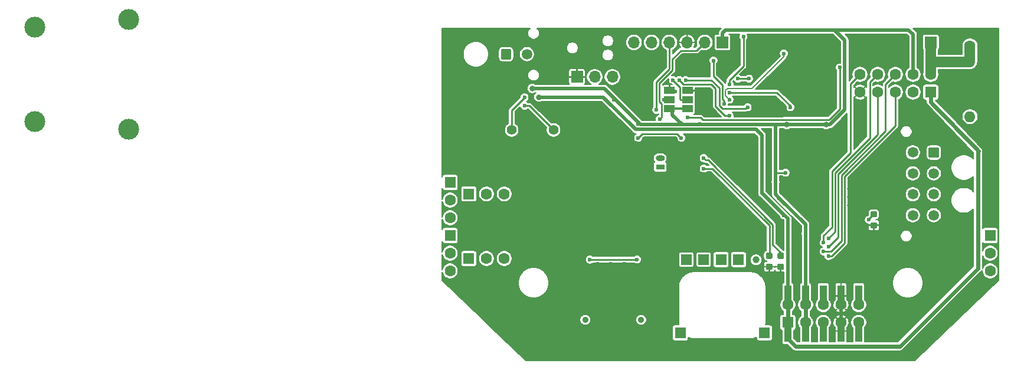
<source format=gbr>
G04 #@! TF.GenerationSoftware,KiCad,Pcbnew,5.1.5+dfsg1-2build2*
G04 #@! TF.CreationDate,2022-01-23T10:31:09+01:00*
G04 #@! TF.ProjectId,mre_addon_v2,6d72655f-6164-4646-9f6e-5f76322e6b69,V2.3*
G04 #@! TF.SameCoordinates,Original*
G04 #@! TF.FileFunction,Copper,L2,Bot*
G04 #@! TF.FilePolarity,Positive*
%FSLAX46Y46*%
G04 Gerber Fmt 4.6, Leading zero omitted, Abs format (unit mm)*
G04 Created by KiCad (PCBNEW 5.1.5+dfsg1-2build2) date 2022-01-23 10:31:09*
%MOMM*%
%LPD*%
G04 APERTURE LIST*
%ADD10O,1.600000X1.600000*%
%ADD11C,1.600000*%
%ADD12R,1.000000X3.150000*%
%ADD13C,1.500000*%
%ADD14C,0.100000*%
%ADD15C,0.889000*%
%ADD16C,2.999740*%
%ADD17R,1.700000X1.700000*%
%ADD18R,1.600000X1.600000*%
%ADD19R,1.300000X0.800000*%
%ADD20O,1.300000X0.800000*%
%ADD21R,1.524000X1.524000*%
%ADD22C,1.400000*%
%ADD23O,1.700000X1.700000*%
%ADD24R,1.500000X1.000000*%
%ADD25C,1.000000*%
%ADD26C,0.800000*%
%ADD27C,0.600000*%
%ADD28C,0.200000*%
%ADD29C,0.500000*%
%ADD30C,0.300000*%
%ADD31C,0.250000*%
%ADD32C,0.600000*%
%ADD33C,1.500000*%
G04 APERTURE END LIST*
D10*
X151100000Y-138860000D03*
D11*
X151100000Y-128700000D03*
D12*
X124968000Y-164581600D03*
X124968000Y-169631600D03*
X127508000Y-164581600D03*
X127508000Y-169631600D03*
X130048000Y-164581600D03*
X130048000Y-169631600D03*
X132588000Y-164581600D03*
X132588000Y-169631600D03*
X135128000Y-164581600D03*
X135128000Y-169631600D03*
D13*
X142900000Y-153000000D03*
X142900000Y-150000000D03*
X142900000Y-147000000D03*
X142900000Y-144000000D03*
X145900000Y-153000000D03*
X145900000Y-150000000D03*
X145900000Y-147000000D03*
G04 #@! TA.AperFunction,ComponentPad*
D14*
G36*
X146424504Y-143251204D02*
G01*
X146448773Y-143254804D01*
X146472571Y-143260765D01*
X146495671Y-143269030D01*
X146517849Y-143279520D01*
X146538893Y-143292133D01*
X146558598Y-143306747D01*
X146576777Y-143323223D01*
X146593253Y-143341402D01*
X146607867Y-143361107D01*
X146620480Y-143382151D01*
X146630970Y-143404329D01*
X146639235Y-143427429D01*
X146645196Y-143451227D01*
X146648796Y-143475496D01*
X146650000Y-143500000D01*
X146650000Y-144500000D01*
X146648796Y-144524504D01*
X146645196Y-144548773D01*
X146639235Y-144572571D01*
X146630970Y-144595671D01*
X146620480Y-144617849D01*
X146607867Y-144638893D01*
X146593253Y-144658598D01*
X146576777Y-144676777D01*
X146558598Y-144693253D01*
X146538893Y-144707867D01*
X146517849Y-144720480D01*
X146495671Y-144730970D01*
X146472571Y-144739235D01*
X146448773Y-144745196D01*
X146424504Y-144748796D01*
X146400000Y-144750000D01*
X145400000Y-144750000D01*
X145375496Y-144748796D01*
X145351227Y-144745196D01*
X145327429Y-144739235D01*
X145304329Y-144730970D01*
X145282151Y-144720480D01*
X145261107Y-144707867D01*
X145241402Y-144693253D01*
X145223223Y-144676777D01*
X145206747Y-144658598D01*
X145192133Y-144638893D01*
X145179520Y-144617849D01*
X145169030Y-144595671D01*
X145160765Y-144572571D01*
X145154804Y-144548773D01*
X145151204Y-144524504D01*
X145150000Y-144500000D01*
X145150000Y-143500000D01*
X145151204Y-143475496D01*
X145154804Y-143451227D01*
X145160765Y-143427429D01*
X145169030Y-143404329D01*
X145179520Y-143382151D01*
X145192133Y-143361107D01*
X145206747Y-143341402D01*
X145223223Y-143323223D01*
X145241402Y-143306747D01*
X145261107Y-143292133D01*
X145282151Y-143279520D01*
X145304329Y-143269030D01*
X145327429Y-143260765D01*
X145351227Y-143254804D01*
X145375496Y-143251204D01*
X145400000Y-143250000D01*
X146400000Y-143250000D01*
X146424504Y-143251204D01*
G37*
G04 #@! TD.AperFunction*
D13*
X142900000Y-153000000D03*
X142900000Y-150000000D03*
X142900000Y-147000000D03*
X142900000Y-144000000D03*
X145900000Y-153000000D03*
X145900000Y-150000000D03*
X145900000Y-147000000D03*
G04 #@! TA.AperFunction,ComponentPad*
D14*
G36*
X146424504Y-143251204D02*
G01*
X146448773Y-143254804D01*
X146472571Y-143260765D01*
X146495671Y-143269030D01*
X146517849Y-143279520D01*
X146538893Y-143292133D01*
X146558598Y-143306747D01*
X146576777Y-143323223D01*
X146593253Y-143341402D01*
X146607867Y-143361107D01*
X146620480Y-143382151D01*
X146630970Y-143404329D01*
X146639235Y-143427429D01*
X146645196Y-143451227D01*
X146648796Y-143475496D01*
X146650000Y-143500000D01*
X146650000Y-144500000D01*
X146648796Y-144524504D01*
X146645196Y-144548773D01*
X146639235Y-144572571D01*
X146630970Y-144595671D01*
X146620480Y-144617849D01*
X146607867Y-144638893D01*
X146593253Y-144658598D01*
X146576777Y-144676777D01*
X146558598Y-144693253D01*
X146538893Y-144707867D01*
X146517849Y-144720480D01*
X146495671Y-144730970D01*
X146472571Y-144739235D01*
X146448773Y-144745196D01*
X146424504Y-144748796D01*
X146400000Y-144750000D01*
X145400000Y-144750000D01*
X145375496Y-144748796D01*
X145351227Y-144745196D01*
X145327429Y-144739235D01*
X145304329Y-144730970D01*
X145282151Y-144720480D01*
X145261107Y-144707867D01*
X145241402Y-144693253D01*
X145223223Y-144676777D01*
X145206747Y-144658598D01*
X145192133Y-144638893D01*
X145179520Y-144617849D01*
X145169030Y-144595671D01*
X145160765Y-144572571D01*
X145154804Y-144548773D01*
X145151204Y-144524504D01*
X145150000Y-144500000D01*
X145150000Y-143500000D01*
X145151204Y-143475496D01*
X145154804Y-143451227D01*
X145160765Y-143427429D01*
X145169030Y-143404329D01*
X145179520Y-143382151D01*
X145192133Y-143361107D01*
X145206747Y-143341402D01*
X145223223Y-143323223D01*
X145241402Y-143306747D01*
X145261107Y-143292133D01*
X145282151Y-143279520D01*
X145304329Y-143269030D01*
X145327429Y-143260765D01*
X145351227Y-143254804D01*
X145375496Y-143251204D01*
X145400000Y-143250000D01*
X146400000Y-143250000D01*
X146424504Y-143251204D01*
G37*
G04 #@! TD.AperFunction*
D15*
X103914000Y-168007000D03*
X95914000Y-168007000D03*
D16*
X16951220Y-139599580D03*
X16951220Y-126000420D03*
X30448780Y-140699400D03*
X30448780Y-124900600D03*
G04 #@! TA.AperFunction,SMDPad,CuDef*
D14*
G36*
X137577691Y-154001053D02*
G01*
X137598926Y-154004203D01*
X137619750Y-154009419D01*
X137639962Y-154016651D01*
X137659368Y-154025830D01*
X137677781Y-154036866D01*
X137695024Y-154049654D01*
X137710930Y-154064070D01*
X137725346Y-154079976D01*
X137738134Y-154097219D01*
X137749170Y-154115632D01*
X137758349Y-154135038D01*
X137765581Y-154155250D01*
X137770797Y-154176074D01*
X137773947Y-154197309D01*
X137775000Y-154218750D01*
X137775000Y-154656250D01*
X137773947Y-154677691D01*
X137770797Y-154698926D01*
X137765581Y-154719750D01*
X137758349Y-154739962D01*
X137749170Y-154759368D01*
X137738134Y-154777781D01*
X137725346Y-154795024D01*
X137710930Y-154810930D01*
X137695024Y-154825346D01*
X137677781Y-154838134D01*
X137659368Y-154849170D01*
X137639962Y-154858349D01*
X137619750Y-154865581D01*
X137598926Y-154870797D01*
X137577691Y-154873947D01*
X137556250Y-154875000D01*
X137043750Y-154875000D01*
X137022309Y-154873947D01*
X137001074Y-154870797D01*
X136980250Y-154865581D01*
X136960038Y-154858349D01*
X136940632Y-154849170D01*
X136922219Y-154838134D01*
X136904976Y-154825346D01*
X136889070Y-154810930D01*
X136874654Y-154795024D01*
X136861866Y-154777781D01*
X136850830Y-154759368D01*
X136841651Y-154739962D01*
X136834419Y-154719750D01*
X136829203Y-154698926D01*
X136826053Y-154677691D01*
X136825000Y-154656250D01*
X136825000Y-154218750D01*
X136826053Y-154197309D01*
X136829203Y-154176074D01*
X136834419Y-154155250D01*
X136841651Y-154135038D01*
X136850830Y-154115632D01*
X136861866Y-154097219D01*
X136874654Y-154079976D01*
X136889070Y-154064070D01*
X136904976Y-154049654D01*
X136922219Y-154036866D01*
X136940632Y-154025830D01*
X136960038Y-154016651D01*
X136980250Y-154009419D01*
X137001074Y-154004203D01*
X137022309Y-154001053D01*
X137043750Y-154000000D01*
X137556250Y-154000000D01*
X137577691Y-154001053D01*
G37*
G04 #@! TD.AperFunction*
G04 #@! TA.AperFunction,SMDPad,CuDef*
G36*
X137577691Y-152426053D02*
G01*
X137598926Y-152429203D01*
X137619750Y-152434419D01*
X137639962Y-152441651D01*
X137659368Y-152450830D01*
X137677781Y-152461866D01*
X137695024Y-152474654D01*
X137710930Y-152489070D01*
X137725346Y-152504976D01*
X137738134Y-152522219D01*
X137749170Y-152540632D01*
X137758349Y-152560038D01*
X137765581Y-152580250D01*
X137770797Y-152601074D01*
X137773947Y-152622309D01*
X137775000Y-152643750D01*
X137775000Y-153081250D01*
X137773947Y-153102691D01*
X137770797Y-153123926D01*
X137765581Y-153144750D01*
X137758349Y-153164962D01*
X137749170Y-153184368D01*
X137738134Y-153202781D01*
X137725346Y-153220024D01*
X137710930Y-153235930D01*
X137695024Y-153250346D01*
X137677781Y-153263134D01*
X137659368Y-153274170D01*
X137639962Y-153283349D01*
X137619750Y-153290581D01*
X137598926Y-153295797D01*
X137577691Y-153298947D01*
X137556250Y-153300000D01*
X137043750Y-153300000D01*
X137022309Y-153298947D01*
X137001074Y-153295797D01*
X136980250Y-153290581D01*
X136960038Y-153283349D01*
X136940632Y-153274170D01*
X136922219Y-153263134D01*
X136904976Y-153250346D01*
X136889070Y-153235930D01*
X136874654Y-153220024D01*
X136861866Y-153202781D01*
X136850830Y-153184368D01*
X136841651Y-153164962D01*
X136834419Y-153144750D01*
X136829203Y-153123926D01*
X136826053Y-153102691D01*
X136825000Y-153081250D01*
X136825000Y-152643750D01*
X136826053Y-152622309D01*
X136829203Y-152601074D01*
X136834419Y-152580250D01*
X136841651Y-152560038D01*
X136850830Y-152540632D01*
X136861866Y-152522219D01*
X136874654Y-152504976D01*
X136889070Y-152489070D01*
X136904976Y-152474654D01*
X136922219Y-152461866D01*
X136940632Y-152450830D01*
X136960038Y-152441651D01*
X136980250Y-152434419D01*
X137001074Y-152429203D01*
X137022309Y-152426053D01*
X137043750Y-152425000D01*
X137556250Y-152425000D01*
X137577691Y-152426053D01*
G37*
G04 #@! TD.AperFunction*
G04 #@! TA.AperFunction,SMDPad,CuDef*
G36*
X122577691Y-159951053D02*
G01*
X122598926Y-159954203D01*
X122619750Y-159959419D01*
X122639962Y-159966651D01*
X122659368Y-159975830D01*
X122677781Y-159986866D01*
X122695024Y-159999654D01*
X122710930Y-160014070D01*
X122725346Y-160029976D01*
X122738134Y-160047219D01*
X122749170Y-160065632D01*
X122758349Y-160085038D01*
X122765581Y-160105250D01*
X122770797Y-160126074D01*
X122773947Y-160147309D01*
X122775000Y-160168750D01*
X122775000Y-160606250D01*
X122773947Y-160627691D01*
X122770797Y-160648926D01*
X122765581Y-160669750D01*
X122758349Y-160689962D01*
X122749170Y-160709368D01*
X122738134Y-160727781D01*
X122725346Y-160745024D01*
X122710930Y-160760930D01*
X122695024Y-160775346D01*
X122677781Y-160788134D01*
X122659368Y-160799170D01*
X122639962Y-160808349D01*
X122619750Y-160815581D01*
X122598926Y-160820797D01*
X122577691Y-160823947D01*
X122556250Y-160825000D01*
X122043750Y-160825000D01*
X122022309Y-160823947D01*
X122001074Y-160820797D01*
X121980250Y-160815581D01*
X121960038Y-160808349D01*
X121940632Y-160799170D01*
X121922219Y-160788134D01*
X121904976Y-160775346D01*
X121889070Y-160760930D01*
X121874654Y-160745024D01*
X121861866Y-160727781D01*
X121850830Y-160709368D01*
X121841651Y-160689962D01*
X121834419Y-160669750D01*
X121829203Y-160648926D01*
X121826053Y-160627691D01*
X121825000Y-160606250D01*
X121825000Y-160168750D01*
X121826053Y-160147309D01*
X121829203Y-160126074D01*
X121834419Y-160105250D01*
X121841651Y-160085038D01*
X121850830Y-160065632D01*
X121861866Y-160047219D01*
X121874654Y-160029976D01*
X121889070Y-160014070D01*
X121904976Y-159999654D01*
X121922219Y-159986866D01*
X121940632Y-159975830D01*
X121960038Y-159966651D01*
X121980250Y-159959419D01*
X122001074Y-159954203D01*
X122022309Y-159951053D01*
X122043750Y-159950000D01*
X122556250Y-159950000D01*
X122577691Y-159951053D01*
G37*
G04 #@! TD.AperFunction*
G04 #@! TA.AperFunction,SMDPad,CuDef*
G36*
X122577691Y-158376053D02*
G01*
X122598926Y-158379203D01*
X122619750Y-158384419D01*
X122639962Y-158391651D01*
X122659368Y-158400830D01*
X122677781Y-158411866D01*
X122695024Y-158424654D01*
X122710930Y-158439070D01*
X122725346Y-158454976D01*
X122738134Y-158472219D01*
X122749170Y-158490632D01*
X122758349Y-158510038D01*
X122765581Y-158530250D01*
X122770797Y-158551074D01*
X122773947Y-158572309D01*
X122775000Y-158593750D01*
X122775000Y-159031250D01*
X122773947Y-159052691D01*
X122770797Y-159073926D01*
X122765581Y-159094750D01*
X122758349Y-159114962D01*
X122749170Y-159134368D01*
X122738134Y-159152781D01*
X122725346Y-159170024D01*
X122710930Y-159185930D01*
X122695024Y-159200346D01*
X122677781Y-159213134D01*
X122659368Y-159224170D01*
X122639962Y-159233349D01*
X122619750Y-159240581D01*
X122598926Y-159245797D01*
X122577691Y-159248947D01*
X122556250Y-159250000D01*
X122043750Y-159250000D01*
X122022309Y-159248947D01*
X122001074Y-159245797D01*
X121980250Y-159240581D01*
X121960038Y-159233349D01*
X121940632Y-159224170D01*
X121922219Y-159213134D01*
X121904976Y-159200346D01*
X121889070Y-159185930D01*
X121874654Y-159170024D01*
X121861866Y-159152781D01*
X121850830Y-159134368D01*
X121841651Y-159114962D01*
X121834419Y-159094750D01*
X121829203Y-159073926D01*
X121826053Y-159052691D01*
X121825000Y-159031250D01*
X121825000Y-158593750D01*
X121826053Y-158572309D01*
X121829203Y-158551074D01*
X121834419Y-158530250D01*
X121841651Y-158510038D01*
X121850830Y-158490632D01*
X121861866Y-158472219D01*
X121874654Y-158454976D01*
X121889070Y-158439070D01*
X121904976Y-158424654D01*
X121922219Y-158411866D01*
X121940632Y-158400830D01*
X121960038Y-158391651D01*
X121980250Y-158384419D01*
X122001074Y-158379203D01*
X122022309Y-158376053D01*
X122043750Y-158375000D01*
X122556250Y-158375000D01*
X122577691Y-158376053D01*
G37*
G04 #@! TD.AperFunction*
G04 #@! TA.AperFunction,SMDPad,CuDef*
G36*
X124227691Y-159951053D02*
G01*
X124248926Y-159954203D01*
X124269750Y-159959419D01*
X124289962Y-159966651D01*
X124309368Y-159975830D01*
X124327781Y-159986866D01*
X124345024Y-159999654D01*
X124360930Y-160014070D01*
X124375346Y-160029976D01*
X124388134Y-160047219D01*
X124399170Y-160065632D01*
X124408349Y-160085038D01*
X124415581Y-160105250D01*
X124420797Y-160126074D01*
X124423947Y-160147309D01*
X124425000Y-160168750D01*
X124425000Y-160606250D01*
X124423947Y-160627691D01*
X124420797Y-160648926D01*
X124415581Y-160669750D01*
X124408349Y-160689962D01*
X124399170Y-160709368D01*
X124388134Y-160727781D01*
X124375346Y-160745024D01*
X124360930Y-160760930D01*
X124345024Y-160775346D01*
X124327781Y-160788134D01*
X124309368Y-160799170D01*
X124289962Y-160808349D01*
X124269750Y-160815581D01*
X124248926Y-160820797D01*
X124227691Y-160823947D01*
X124206250Y-160825000D01*
X123693750Y-160825000D01*
X123672309Y-160823947D01*
X123651074Y-160820797D01*
X123630250Y-160815581D01*
X123610038Y-160808349D01*
X123590632Y-160799170D01*
X123572219Y-160788134D01*
X123554976Y-160775346D01*
X123539070Y-160760930D01*
X123524654Y-160745024D01*
X123511866Y-160727781D01*
X123500830Y-160709368D01*
X123491651Y-160689962D01*
X123484419Y-160669750D01*
X123479203Y-160648926D01*
X123476053Y-160627691D01*
X123475000Y-160606250D01*
X123475000Y-160168750D01*
X123476053Y-160147309D01*
X123479203Y-160126074D01*
X123484419Y-160105250D01*
X123491651Y-160085038D01*
X123500830Y-160065632D01*
X123511866Y-160047219D01*
X123524654Y-160029976D01*
X123539070Y-160014070D01*
X123554976Y-159999654D01*
X123572219Y-159986866D01*
X123590632Y-159975830D01*
X123610038Y-159966651D01*
X123630250Y-159959419D01*
X123651074Y-159954203D01*
X123672309Y-159951053D01*
X123693750Y-159950000D01*
X124206250Y-159950000D01*
X124227691Y-159951053D01*
G37*
G04 #@! TD.AperFunction*
G04 #@! TA.AperFunction,SMDPad,CuDef*
G36*
X124227691Y-158376053D02*
G01*
X124248926Y-158379203D01*
X124269750Y-158384419D01*
X124289962Y-158391651D01*
X124309368Y-158400830D01*
X124327781Y-158411866D01*
X124345024Y-158424654D01*
X124360930Y-158439070D01*
X124375346Y-158454976D01*
X124388134Y-158472219D01*
X124399170Y-158490632D01*
X124408349Y-158510038D01*
X124415581Y-158530250D01*
X124420797Y-158551074D01*
X124423947Y-158572309D01*
X124425000Y-158593750D01*
X124425000Y-159031250D01*
X124423947Y-159052691D01*
X124420797Y-159073926D01*
X124415581Y-159094750D01*
X124408349Y-159114962D01*
X124399170Y-159134368D01*
X124388134Y-159152781D01*
X124375346Y-159170024D01*
X124360930Y-159185930D01*
X124345024Y-159200346D01*
X124327781Y-159213134D01*
X124309368Y-159224170D01*
X124289962Y-159233349D01*
X124269750Y-159240581D01*
X124248926Y-159245797D01*
X124227691Y-159248947D01*
X124206250Y-159250000D01*
X123693750Y-159250000D01*
X123672309Y-159248947D01*
X123651074Y-159245797D01*
X123630250Y-159240581D01*
X123610038Y-159233349D01*
X123590632Y-159224170D01*
X123572219Y-159213134D01*
X123554976Y-159200346D01*
X123539070Y-159185930D01*
X123524654Y-159170024D01*
X123511866Y-159152781D01*
X123500830Y-159134368D01*
X123491651Y-159114962D01*
X123484419Y-159094750D01*
X123479203Y-159073926D01*
X123476053Y-159052691D01*
X123475000Y-159031250D01*
X123475000Y-158593750D01*
X123476053Y-158572309D01*
X123479203Y-158551074D01*
X123484419Y-158530250D01*
X123491651Y-158510038D01*
X123500830Y-158490632D01*
X123511866Y-158472219D01*
X123524654Y-158454976D01*
X123539070Y-158439070D01*
X123554976Y-158424654D01*
X123572219Y-158411866D01*
X123590632Y-158400830D01*
X123610038Y-158391651D01*
X123630250Y-158384419D01*
X123651074Y-158379203D01*
X123672309Y-158376053D01*
X123693750Y-158375000D01*
X124206250Y-158375000D01*
X124227691Y-158376053D01*
G37*
G04 #@! TD.AperFunction*
D17*
X145500000Y-128200000D03*
D13*
X87550000Y-129900000D03*
G04 #@! TA.AperFunction,ComponentPad*
D14*
G36*
X85074053Y-129151206D02*
G01*
X85098370Y-129154813D01*
X85122216Y-129160786D01*
X85145362Y-129169068D01*
X85167585Y-129179579D01*
X85188670Y-129192217D01*
X85208416Y-129206861D01*
X85226630Y-129223370D01*
X85243139Y-129241584D01*
X85257783Y-129261330D01*
X85270421Y-129282415D01*
X85280932Y-129304638D01*
X85289214Y-129327784D01*
X85295187Y-129351630D01*
X85298794Y-129375947D01*
X85300000Y-129400500D01*
X85300000Y-130399500D01*
X85298794Y-130424053D01*
X85295187Y-130448370D01*
X85289214Y-130472216D01*
X85280932Y-130495362D01*
X85270421Y-130517585D01*
X85257783Y-130538670D01*
X85243139Y-130558416D01*
X85226630Y-130576630D01*
X85208416Y-130593139D01*
X85188670Y-130607783D01*
X85167585Y-130620421D01*
X85145362Y-130630932D01*
X85122216Y-130639214D01*
X85098370Y-130645187D01*
X85074053Y-130648794D01*
X85049500Y-130650000D01*
X84050500Y-130650000D01*
X84025947Y-130648794D01*
X84001630Y-130645187D01*
X83977784Y-130639214D01*
X83954638Y-130630932D01*
X83932415Y-130620421D01*
X83911330Y-130607783D01*
X83891584Y-130593139D01*
X83873370Y-130576630D01*
X83856861Y-130558416D01*
X83842217Y-130538670D01*
X83829579Y-130517585D01*
X83819068Y-130495362D01*
X83810786Y-130472216D01*
X83804813Y-130448370D01*
X83801206Y-130424053D01*
X83800000Y-130399500D01*
X83800000Y-129400500D01*
X83801206Y-129375947D01*
X83804813Y-129351630D01*
X83810786Y-129327784D01*
X83819068Y-129304638D01*
X83829579Y-129282415D01*
X83842217Y-129261330D01*
X83856861Y-129241584D01*
X83873370Y-129223370D01*
X83891584Y-129206861D01*
X83911330Y-129192217D01*
X83932415Y-129179579D01*
X83954638Y-129169068D01*
X83977784Y-129160786D01*
X84001630Y-129154813D01*
X84025947Y-129151206D01*
X84050500Y-129150000D01*
X85049500Y-129150000D01*
X85074053Y-129151206D01*
G37*
G04 #@! TD.AperFunction*
D13*
X87550000Y-129900000D03*
G04 #@! TA.AperFunction,ComponentPad*
D14*
G36*
X85074053Y-129151206D02*
G01*
X85098370Y-129154813D01*
X85122216Y-129160786D01*
X85145362Y-129169068D01*
X85167585Y-129179579D01*
X85188670Y-129192217D01*
X85208416Y-129206861D01*
X85226630Y-129223370D01*
X85243139Y-129241584D01*
X85257783Y-129261330D01*
X85270421Y-129282415D01*
X85280932Y-129304638D01*
X85289214Y-129327784D01*
X85295187Y-129351630D01*
X85298794Y-129375947D01*
X85300000Y-129400500D01*
X85300000Y-130399500D01*
X85298794Y-130424053D01*
X85295187Y-130448370D01*
X85289214Y-130472216D01*
X85280932Y-130495362D01*
X85270421Y-130517585D01*
X85257783Y-130538670D01*
X85243139Y-130558416D01*
X85226630Y-130576630D01*
X85208416Y-130593139D01*
X85188670Y-130607783D01*
X85167585Y-130620421D01*
X85145362Y-130630932D01*
X85122216Y-130639214D01*
X85098370Y-130645187D01*
X85074053Y-130648794D01*
X85049500Y-130650000D01*
X84050500Y-130650000D01*
X84025947Y-130648794D01*
X84001630Y-130645187D01*
X83977784Y-130639214D01*
X83954638Y-130630932D01*
X83932415Y-130620421D01*
X83911330Y-130607783D01*
X83891584Y-130593139D01*
X83873370Y-130576630D01*
X83856861Y-130558416D01*
X83842217Y-130538670D01*
X83829579Y-130517585D01*
X83819068Y-130495362D01*
X83810786Y-130472216D01*
X83804813Y-130448370D01*
X83801206Y-130424053D01*
X83800000Y-130399500D01*
X83800000Y-129400500D01*
X83801206Y-129375947D01*
X83804813Y-129351630D01*
X83810786Y-129327784D01*
X83819068Y-129304638D01*
X83829579Y-129282415D01*
X83842217Y-129261330D01*
X83856861Y-129241584D01*
X83873370Y-129223370D01*
X83891584Y-129206861D01*
X83911330Y-129192217D01*
X83932415Y-129179579D01*
X83954638Y-129169068D01*
X83977784Y-129160786D01*
X84001630Y-129154813D01*
X84025947Y-129151206D01*
X84050500Y-129150000D01*
X85049500Y-129150000D01*
X85074053Y-129151206D01*
G37*
G04 #@! TD.AperFunction*
D18*
X117900600Y-159360800D03*
X115400600Y-159360800D03*
D11*
X127513080Y-165839060D03*
X130053080Y-165839060D03*
X135133080Y-165839060D03*
X135133080Y-168379060D03*
X130053080Y-168379060D03*
X132593080Y-168379060D03*
X127513080Y-168379060D03*
X132593080Y-165839060D03*
X124973080Y-165839060D03*
D18*
X124973080Y-168379060D03*
X154000200Y-155910200D03*
D11*
X154000200Y-158450200D03*
X154000200Y-160990200D03*
D18*
X121615200Y-169880200D03*
X109550200Y-169880200D03*
X76530200Y-155910200D03*
D11*
X76530200Y-158450200D03*
X76530200Y-160990200D03*
D18*
X76530200Y-148290200D03*
D11*
X76530200Y-150830200D03*
X76530200Y-153370200D03*
D18*
X79197200Y-159212200D03*
D11*
X81737200Y-159212200D03*
X84277200Y-159212200D03*
D18*
X79197200Y-149941200D03*
D11*
X81737200Y-149941200D03*
X84277200Y-149941200D03*
D18*
X145478500Y-135336200D03*
D11*
X142938500Y-135336200D03*
X140398500Y-135336200D03*
X137858500Y-135336200D03*
X135318500Y-135336200D03*
X145478500Y-132796200D03*
X142938500Y-132796200D03*
X140398500Y-132796200D03*
X137858500Y-132796200D03*
X135318500Y-132796200D03*
D19*
X106654600Y-146055000D03*
D20*
X106654600Y-144810400D03*
D21*
X112900600Y-159360800D03*
X110400600Y-159360800D03*
D22*
X91360600Y-140771800D03*
X85360600Y-140771800D03*
D23*
X99805000Y-133150000D03*
X97265000Y-133150000D03*
D17*
X94725000Y-133150000D03*
D24*
X108000000Y-135100000D03*
X108000000Y-136400000D03*
X108000000Y-137700000D03*
X110600000Y-135100000D03*
X110600000Y-136400000D03*
X110600000Y-137700000D03*
D23*
X102900000Y-128200000D03*
X105440000Y-128200000D03*
X107980000Y-128200000D03*
X110520000Y-128200000D03*
X113060000Y-128200000D03*
D17*
X115600000Y-128200000D03*
D25*
X120400000Y-159400000D03*
D26*
X153250000Y-139000000D03*
X130475000Y-149180000D03*
X130475000Y-150380000D03*
D27*
X102500000Y-170000000D03*
X98200000Y-170000000D03*
X97700000Y-160000000D03*
D26*
X100800000Y-129800000D03*
X153250000Y-127400000D03*
X149250000Y-139000000D03*
D27*
X103500000Y-138400000D03*
X113100000Y-142100000D03*
X117200000Y-130800000D03*
X104800000Y-130800000D03*
D26*
X119400000Y-129800000D03*
X126300000Y-161400000D03*
D27*
X124200000Y-154800000D03*
X108800000Y-135200000D03*
X111200000Y-135200000D03*
D26*
X139215000Y-149180000D03*
X139215000Y-150380000D03*
X139215000Y-151580000D03*
X140415000Y-149180000D03*
X140415000Y-150380000D03*
X140415000Y-151580000D03*
X135235000Y-150380000D03*
X135235000Y-149180000D03*
X135235000Y-151580000D03*
X138015000Y-149180000D03*
X138015000Y-150380000D03*
X138015000Y-151580000D03*
X133835000Y-150380000D03*
X133835000Y-151580000D03*
X128400000Y-137400000D03*
X122800000Y-134200000D03*
X126600000Y-129800000D03*
X88300000Y-139200000D03*
D27*
X122350000Y-147550000D03*
D26*
X135300000Y-139000000D03*
X132588000Y-161400000D03*
D27*
X121700000Y-154800000D03*
D26*
X124000000Y-161400000D03*
D27*
X118050000Y-142100000D03*
D26*
X129375000Y-142250000D03*
X129375000Y-143350000D03*
X129375000Y-144450000D03*
X129375000Y-145550000D03*
X129375000Y-146650000D03*
X130475000Y-142250000D03*
X130475000Y-143350000D03*
X130475000Y-144450000D03*
X130475000Y-145550000D03*
X130475000Y-146650000D03*
X138500000Y-144125000D03*
X140000000Y-144125000D03*
X140000000Y-143125000D03*
X138500000Y-143125000D03*
X138500000Y-145100000D03*
X140000000Y-145100000D03*
D27*
X128300000Y-131800000D03*
X119400000Y-132400000D03*
X112800000Y-130800000D03*
X109200000Y-130800000D03*
X115000000Y-132800000D03*
X122800000Y-136200000D03*
X118600000Y-136800000D03*
X117200000Y-127400000D03*
X101500000Y-160000000D03*
D26*
X143000000Y-139000000D03*
X130900000Y-127400000D03*
X135300000Y-127400000D03*
D27*
X115700000Y-142100000D03*
X96100000Y-127400000D03*
X124000000Y-145050000D03*
X122350000Y-145050000D03*
X120800000Y-150550000D03*
X115000000Y-138700000D03*
D26*
X133835000Y-149180000D03*
D27*
X129375000Y-154800000D03*
D26*
X129375000Y-150380000D03*
X129375000Y-149180000D03*
D27*
X143000000Y-141600000D03*
D26*
X140415000Y-156950000D03*
D27*
X126600000Y-133400000D03*
X99600000Y-160000000D03*
X120700000Y-136200000D03*
X116600000Y-134200000D03*
X118600000Y-127400000D03*
X127500000Y-155650000D03*
X112400000Y-139900000D03*
X103500000Y-139900000D03*
D26*
X88300000Y-134800000D03*
D27*
X108400000Y-138400000D03*
D26*
X124800000Y-140000000D03*
D27*
X100000000Y-136400000D03*
X124650000Y-146900000D03*
D26*
X130450000Y-140000000D03*
D27*
X123750000Y-150550000D03*
X123200000Y-148250000D03*
X124400000Y-129800000D03*
X116600000Y-136400000D03*
X124400000Y-153000000D03*
D26*
X89250000Y-136050000D03*
D27*
X136600000Y-153650000D03*
X116600000Y-138700000D03*
X109400000Y-133600000D03*
X115800000Y-137000000D03*
X114300000Y-130800000D03*
X87200000Y-137300000D03*
X87200000Y-136100000D03*
X106100000Y-137900000D03*
X106600000Y-139200000D03*
X130100000Y-158200000D03*
X130100000Y-156950000D03*
X130800000Y-156300000D03*
X103350000Y-159350000D03*
X130800000Y-158850000D03*
X96568000Y-159360800D03*
X130800000Y-157550000D03*
X108500000Y-133600000D03*
X107200000Y-136400000D03*
X117800000Y-133400000D03*
X119400000Y-133400000D03*
X125350000Y-137500000D03*
X116600000Y-135400000D03*
X119200000Y-137500000D03*
X110300000Y-133600000D03*
X110600000Y-139000000D03*
X132400000Y-131800000D03*
X103500000Y-141900000D03*
X109700000Y-141900000D03*
X112900000Y-144800000D03*
X112900000Y-146300000D03*
D28*
X122600000Y-150286814D02*
X125500000Y-153186814D01*
X122600000Y-150100000D02*
X122600000Y-150286814D01*
D29*
X132593080Y-165839060D02*
X132593080Y-168379060D01*
D30*
X108100000Y-135200000D02*
X108000000Y-135100000D01*
X108800000Y-135200000D02*
X108100000Y-135200000D01*
D31*
X116600000Y-133600000D02*
X116600000Y-134200000D01*
X118600000Y-131600000D02*
X116600000Y-133600000D01*
X118600000Y-127400000D02*
X118600000Y-131600000D01*
D32*
X127513080Y-168379060D02*
X127513080Y-165839060D01*
D29*
X127513080Y-154313080D02*
X123750000Y-150550000D01*
X127513080Y-165839060D02*
X127513080Y-154313080D01*
X123200000Y-141200000D02*
X123200000Y-141000000D01*
X123200000Y-150000000D02*
X123200000Y-148250000D01*
D30*
X110600000Y-137700000D02*
X108000000Y-137700000D01*
D31*
X110700000Y-137800000D02*
X110600000Y-137700000D01*
D29*
X108400000Y-138100000D02*
X108000000Y-137700000D01*
X108400000Y-138600000D02*
X108400000Y-138100000D01*
X109800000Y-140000000D02*
X108400000Y-138600000D01*
X123200000Y-140200000D02*
X123000000Y-140000000D01*
X123200000Y-141200000D02*
X123200000Y-140200000D01*
X124800000Y-140000000D02*
X123000000Y-140000000D01*
X123000000Y-140000000D02*
X111300000Y-140000000D01*
X111300000Y-140000000D02*
X109800000Y-140000000D01*
X115600000Y-126850000D02*
X115600000Y-128200000D01*
X116050000Y-126400000D02*
X115600000Y-126850000D01*
X133150001Y-127850001D02*
X131700000Y-126400000D01*
X133150001Y-137863185D02*
X133150001Y-127850001D01*
X131013186Y-140000000D02*
X133150001Y-137863185D01*
X131700000Y-126400000D02*
X116050000Y-126400000D01*
X124800000Y-140000000D02*
X130450000Y-140000000D01*
X142938500Y-132796200D02*
X142938500Y-127061500D01*
X142277000Y-126400000D02*
X131700000Y-126400000D01*
X142938500Y-127061500D02*
X142277000Y-126400000D01*
X130450000Y-140000000D02*
X131013186Y-140000000D01*
X123750000Y-150550000D02*
X123200000Y-150000000D01*
D31*
X124650000Y-146900000D02*
X123200000Y-146900000D01*
D29*
X123200000Y-146900000D02*
X123200000Y-141200000D01*
X123200000Y-148250000D02*
X123200000Y-146900000D01*
X98650000Y-134800000D02*
X88300000Y-134800000D01*
X103850000Y-140000000D02*
X98650000Y-134800000D01*
X103850000Y-140000000D02*
X109800000Y-140000000D01*
D28*
X119824264Y-134800000D02*
X124400000Y-130224264D01*
X116311998Y-134800000D02*
X119824264Y-134800000D01*
X115999999Y-135111999D02*
X116311998Y-134800000D01*
X124400000Y-130224264D02*
X124400000Y-129800000D01*
X115999999Y-135799999D02*
X115999999Y-135111999D01*
X116600000Y-136400000D02*
X115999999Y-135799999D01*
D32*
X124973080Y-165839060D02*
X124973080Y-168379060D01*
D29*
X121265399Y-141534601D02*
X121265399Y-149865399D01*
X120430808Y-140700010D02*
X121265399Y-141534601D01*
D32*
X145478500Y-135336200D02*
X145478500Y-136736200D01*
D29*
X124973080Y-153473080D02*
X124500000Y-153000000D01*
X124973080Y-165839060D02*
X124973080Y-153473080D01*
X121365399Y-149865399D02*
X124500000Y-153000000D01*
X121265399Y-149865399D02*
X121365399Y-149865399D01*
X98500000Y-136050000D02*
X103150000Y-140700000D01*
X89250000Y-136050000D02*
X98500000Y-136050000D01*
X103150000Y-140700000D02*
X120430808Y-140700010D01*
D31*
X152247600Y-143852400D02*
X152300000Y-143800000D01*
D32*
X145478500Y-136736200D02*
X152300000Y-143800000D01*
X124973080Y-169779060D02*
X124973080Y-168379060D01*
X124973080Y-170711680D02*
X124973080Y-169779060D01*
X141043400Y-171806600D02*
X126068000Y-171806600D01*
X152250000Y-160600000D02*
X141043400Y-171806600D01*
X126068000Y-171806600D02*
X124973080Y-170711680D01*
X152247600Y-154752400D02*
X152250000Y-160600000D01*
X152247600Y-143852400D02*
X152247600Y-154752400D01*
D31*
X136600000Y-153562500D02*
X137300000Y-152862500D01*
X136600000Y-153650000D02*
X136600000Y-153562500D01*
X110025001Y-134225001D02*
X109400000Y-133600000D01*
X113974999Y-134225001D02*
X110025001Y-134225001D01*
X114600000Y-134850002D02*
X113974999Y-134225001D01*
X115938588Y-138700000D02*
X114600000Y-137361412D01*
X114600000Y-137361412D02*
X114600000Y-134850002D01*
X116600000Y-138700000D02*
X115938588Y-138700000D01*
D28*
X114300000Y-130900000D02*
X114300000Y-130900000D01*
D31*
X114300000Y-131224264D02*
X114300000Y-130800000D01*
X114300000Y-133025002D02*
X114300000Y-131224264D01*
X115574989Y-134299991D02*
X114300000Y-133025002D01*
X115574989Y-136350725D02*
X115574989Y-134299991D01*
X115800000Y-136575736D02*
X115574989Y-136350725D01*
X115800000Y-137000000D02*
X115800000Y-136575736D01*
X87888800Y-137300000D02*
X91360600Y-140771800D01*
X87200000Y-137300000D02*
X87888800Y-137300000D01*
X85360600Y-137939400D02*
X85360600Y-140771800D01*
X87200000Y-136100000D02*
X85360600Y-137939400D01*
D33*
X151100000Y-128700000D02*
X151100000Y-131000000D01*
X145650000Y-131000000D02*
X145450000Y-131200000D01*
X151100000Y-131000000D02*
X145650000Y-131000000D01*
X145478500Y-132796200D02*
X145450000Y-131200000D01*
X145478500Y-128221500D02*
X145500000Y-128200000D01*
X145478500Y-132796200D02*
X145478500Y-128221500D01*
D31*
X107980000Y-131983590D02*
X107980000Y-128200000D01*
X106099981Y-133863609D02*
X107980000Y-131983590D01*
X106099980Y-137899980D02*
X106099981Y-133863609D01*
X106100000Y-137900000D02*
X106099980Y-137899980D01*
X106899999Y-137025001D02*
X106899999Y-138900001D01*
X106549990Y-136674992D02*
X106899999Y-137025001D01*
X106899999Y-138900001D02*
X106600000Y-139200000D01*
X106549990Y-134050010D02*
X106549990Y-136674992D01*
X107525000Y-133075000D02*
X108430010Y-132169990D01*
X107625001Y-132974999D02*
X107525000Y-133075000D01*
X107525000Y-133075000D02*
X106549990Y-134050010D01*
X109624999Y-129375001D02*
X108430010Y-130569990D01*
X111884999Y-129375001D02*
X109624999Y-129375001D01*
X113060000Y-128200000D02*
X111884999Y-129375001D01*
X108430010Y-132169990D02*
X108430010Y-130569990D01*
X138983501Y-134211199D02*
X140398500Y-132796200D01*
X138983501Y-140932087D02*
X138983501Y-134211199D01*
X132659989Y-147255599D02*
X138983501Y-140932087D01*
X132659989Y-156690011D02*
X132659989Y-147255599D01*
X131150000Y-158200000D02*
X132659989Y-156690011D01*
X130100000Y-158200000D02*
X131150000Y-158200000D01*
X131309959Y-146690041D02*
X131309959Y-154690041D01*
X130100000Y-155900000D02*
X130100000Y-156950000D01*
X131309959Y-154690041D02*
X130100000Y-155900000D01*
X133950000Y-134164700D02*
X135318500Y-132796200D01*
X133950000Y-144050000D02*
X133950000Y-134164700D01*
X133950000Y-144050000D02*
X131309959Y-146690041D01*
X136733499Y-133921201D02*
X136733499Y-141909269D01*
X137858500Y-132796200D02*
X136733499Y-133921201D01*
X136733499Y-141909269D02*
X131759969Y-146882799D01*
X131759969Y-155340031D02*
X130800000Y-156300000D01*
X131759969Y-146882799D02*
X131759969Y-155340031D01*
X140398500Y-135336200D02*
X140398500Y-140153498D01*
X133175999Y-147375999D02*
X133109999Y-147441999D01*
X140398500Y-140153498D02*
X133175999Y-147375999D01*
X133109999Y-156964265D02*
X133109999Y-156690001D01*
X131224264Y-158850000D02*
X133109999Y-156964265D01*
X130800000Y-158850000D02*
X131224264Y-158850000D01*
X133109999Y-147441999D02*
X133109999Y-156690001D01*
X96568000Y-159360800D02*
X103250000Y-159360800D01*
X137858500Y-135336200D02*
X137858500Y-141420678D01*
X137858500Y-141420678D02*
X132209979Y-147069199D01*
X132209979Y-156140021D02*
X130800000Y-157550000D01*
X132209979Y-147069199D02*
X132209979Y-156140021D01*
X109524999Y-134789997D02*
X109524999Y-136324999D01*
X109600000Y-136400000D02*
X110600000Y-136400000D01*
X109524999Y-136324999D02*
X109600000Y-136400000D01*
X109524999Y-134624999D02*
X108500000Y-133600000D01*
X109524999Y-134789997D02*
X109524999Y-134624999D01*
X107000000Y-136400000D02*
X108000000Y-136400000D01*
X117800000Y-133400000D02*
X119400000Y-133400000D01*
X123400000Y-135400000D02*
X125400000Y-137400000D01*
X116600000Y-135400000D02*
X123400000Y-135400000D01*
X118900001Y-137699999D02*
X119200000Y-137400000D01*
X115574997Y-137699999D02*
X118900001Y-137699999D01*
X115124979Y-134738573D02*
X115124979Y-137249981D01*
X115124979Y-137249981D02*
X115574997Y-137699999D01*
X113986406Y-133600000D02*
X115124979Y-134738573D01*
X110200000Y-133600000D02*
X113986406Y-133600000D01*
X132400000Y-137800000D02*
X132400000Y-131800000D01*
X130974989Y-139225011D02*
X131300000Y-138900000D01*
X131300000Y-138900000D02*
X132400000Y-137800000D01*
X131025001Y-139174999D02*
X131300000Y-138900000D01*
X130925001Y-139274999D02*
X131025001Y-139174999D01*
X130574999Y-139274999D02*
X130925001Y-139274999D01*
X130574999Y-139274999D02*
X130798001Y-139274999D01*
X111024264Y-139000000D02*
X110600000Y-139000000D01*
X112425002Y-139000000D02*
X111024264Y-139000000D01*
X112750003Y-139325001D02*
X112425002Y-139000000D01*
X124401997Y-139325001D02*
X112750003Y-139325001D01*
X124451999Y-139274999D02*
X124401997Y-139325001D01*
X130574999Y-139274999D02*
X124451999Y-139274999D01*
X109700000Y-141900000D02*
X109099990Y-141299990D01*
X104100010Y-141299990D02*
X104300010Y-141299990D01*
X103500000Y-141900000D02*
X104100010Y-141299990D01*
X104300010Y-141299990D02*
X109099990Y-141299990D01*
X113199999Y-145099999D02*
X112900000Y-144800000D01*
X113561411Y-145099999D02*
X113199999Y-145099999D01*
X122805706Y-157230706D02*
X122805706Y-154344294D01*
X123950000Y-158375000D02*
X122805706Y-157230706D01*
X123950000Y-158812500D02*
X123950000Y-158375000D01*
X122805706Y-154344294D02*
X113561411Y-145099999D01*
X113324264Y-146300000D02*
X112900000Y-146300000D01*
X114125002Y-146300000D02*
X113324264Y-146300000D01*
X122325001Y-154499999D02*
X114125002Y-146300000D01*
X122325001Y-158349999D02*
X122325001Y-154499999D01*
X122300000Y-158375000D02*
X122325001Y-158349999D01*
X122300000Y-158812500D02*
X122300000Y-158375000D01*
D28*
G36*
X155221513Y-162372064D02*
G01*
X143180601Y-173839600D01*
X87401066Y-173839600D01*
X82424861Y-169080200D01*
X108394488Y-169080200D01*
X108394488Y-170680200D01*
X108401323Y-170749596D01*
X108421565Y-170816325D01*
X108454436Y-170877823D01*
X108498674Y-170931726D01*
X108552577Y-170975964D01*
X108614075Y-171008835D01*
X108680804Y-171029077D01*
X108750200Y-171035912D01*
X110350200Y-171035912D01*
X110419596Y-171029077D01*
X110486325Y-171008835D01*
X110547823Y-170975964D01*
X110601726Y-170931726D01*
X110645964Y-170877823D01*
X110678835Y-170816325D01*
X110699077Y-170749596D01*
X110705912Y-170680200D01*
X110705912Y-170563984D01*
X111030719Y-170662049D01*
X111067506Y-170669333D01*
X111104230Y-170677139D01*
X111109978Y-170677743D01*
X111459038Y-170711969D01*
X111479662Y-170714000D01*
X119620338Y-170714000D01*
X119638881Y-170712174D01*
X119650089Y-170712252D01*
X119655841Y-170711688D01*
X120005215Y-170674967D01*
X120041974Y-170667421D01*
X120078829Y-170660391D01*
X120084362Y-170658721D01*
X120419950Y-170554840D01*
X120454544Y-170540298D01*
X120459488Y-170538300D01*
X120459488Y-170680200D01*
X120466323Y-170749596D01*
X120486565Y-170816325D01*
X120519436Y-170877823D01*
X120563674Y-170931726D01*
X120617577Y-170975964D01*
X120679075Y-171008835D01*
X120745804Y-171029077D01*
X120815200Y-171035912D01*
X122415200Y-171035912D01*
X122484596Y-171029077D01*
X122551325Y-171008835D01*
X122612823Y-170975964D01*
X122666726Y-170931726D01*
X122710964Y-170877823D01*
X122743835Y-170816325D01*
X122764077Y-170749596D01*
X122770912Y-170680200D01*
X122770912Y-169080200D01*
X122764077Y-169010804D01*
X122743835Y-168944075D01*
X122710964Y-168882577D01*
X122666726Y-168828674D01*
X122612823Y-168784436D01*
X122551325Y-168751565D01*
X122484596Y-168731323D01*
X122415200Y-168724488D01*
X121793974Y-168724488D01*
X121812024Y-168540399D01*
X121814000Y-168520338D01*
X121814000Y-163279662D01*
X121812174Y-163261119D01*
X121812252Y-163249911D01*
X121811688Y-163244158D01*
X121774967Y-162894785D01*
X121767423Y-162858032D01*
X121760391Y-162821171D01*
X121758720Y-162815637D01*
X121654840Y-162480050D01*
X121640298Y-162445456D01*
X121626242Y-162410667D01*
X121623528Y-162405563D01*
X121456442Y-162096545D01*
X121435500Y-162065497D01*
X121414914Y-162034038D01*
X121411260Y-162029559D01*
X121187334Y-161758879D01*
X121160724Y-161732454D01*
X121134456Y-161705630D01*
X121130002Y-161701946D01*
X120857765Y-161479915D01*
X120826533Y-161459165D01*
X120795552Y-161437951D01*
X120790467Y-161435202D01*
X120480289Y-161270277D01*
X120445613Y-161255985D01*
X120411107Y-161241195D01*
X120405585Y-161239486D01*
X120069281Y-161137951D01*
X120032502Y-161130668D01*
X119995771Y-161122861D01*
X119990022Y-161122257D01*
X119640737Y-161088009D01*
X119620338Y-161086000D01*
X111479662Y-161086000D01*
X111461119Y-161087826D01*
X111449911Y-161087748D01*
X111444158Y-161088312D01*
X111094785Y-161125033D01*
X111058032Y-161132577D01*
X111021171Y-161139609D01*
X111015637Y-161141280D01*
X110680050Y-161245160D01*
X110645456Y-161259702D01*
X110610667Y-161273758D01*
X110605563Y-161276472D01*
X110296545Y-161443558D01*
X110265497Y-161464500D01*
X110234038Y-161485086D01*
X110229559Y-161488740D01*
X109958879Y-161712666D01*
X109932454Y-161739276D01*
X109905630Y-161765544D01*
X109901946Y-161769998D01*
X109679915Y-162042235D01*
X109659165Y-162073467D01*
X109637951Y-162104448D01*
X109635202Y-162109533D01*
X109470277Y-162419711D01*
X109455985Y-162454387D01*
X109441195Y-162488893D01*
X109439486Y-162494415D01*
X109337951Y-162830719D01*
X109330668Y-162867498D01*
X109322861Y-162904229D01*
X109322257Y-162909978D01*
X109288046Y-163258886D01*
X109286000Y-163279663D01*
X109286001Y-168520338D01*
X109287826Y-168538871D01*
X109287748Y-168550089D01*
X109288312Y-168555841D01*
X109306038Y-168724488D01*
X108750200Y-168724488D01*
X108680804Y-168731323D01*
X108614075Y-168751565D01*
X108552577Y-168784436D01*
X108498674Y-168828674D01*
X108454436Y-168882577D01*
X108421565Y-168944075D01*
X108401323Y-169010804D01*
X108394488Y-169080200D01*
X82424861Y-169080200D01*
X81220545Y-167928355D01*
X95115500Y-167928355D01*
X95115500Y-168085645D01*
X95146186Y-168239914D01*
X95206378Y-168385232D01*
X95293764Y-168516014D01*
X95404986Y-168627236D01*
X95535768Y-168714622D01*
X95681086Y-168774814D01*
X95835355Y-168805500D01*
X95992645Y-168805500D01*
X96146914Y-168774814D01*
X96292232Y-168714622D01*
X96423014Y-168627236D01*
X96534236Y-168516014D01*
X96621622Y-168385232D01*
X96681814Y-168239914D01*
X96712500Y-168085645D01*
X96712500Y-167928355D01*
X103115500Y-167928355D01*
X103115500Y-168085645D01*
X103146186Y-168239914D01*
X103206378Y-168385232D01*
X103293764Y-168516014D01*
X103404986Y-168627236D01*
X103535768Y-168714622D01*
X103681086Y-168774814D01*
X103835355Y-168805500D01*
X103992645Y-168805500D01*
X104146914Y-168774814D01*
X104292232Y-168714622D01*
X104423014Y-168627236D01*
X104534236Y-168516014D01*
X104621622Y-168385232D01*
X104681814Y-168239914D01*
X104712500Y-168085645D01*
X104712500Y-167928355D01*
X104681814Y-167774086D01*
X104621622Y-167628768D01*
X104534236Y-167497986D01*
X104423014Y-167386764D01*
X104292232Y-167299378D01*
X104146914Y-167239186D01*
X103992645Y-167208500D01*
X103835355Y-167208500D01*
X103681086Y-167239186D01*
X103535768Y-167299378D01*
X103404986Y-167386764D01*
X103293764Y-167497986D01*
X103206378Y-167628768D01*
X103146186Y-167774086D01*
X103115500Y-167928355D01*
X96712500Y-167928355D01*
X96681814Y-167774086D01*
X96621622Y-167628768D01*
X96534236Y-167497986D01*
X96423014Y-167386764D01*
X96292232Y-167299378D01*
X96146914Y-167239186D01*
X95992645Y-167208500D01*
X95835355Y-167208500D01*
X95681086Y-167239186D01*
X95535768Y-167299378D01*
X95404986Y-167386764D01*
X95293764Y-167497986D01*
X95206378Y-167628768D01*
X95146186Y-167774086D01*
X95115500Y-167928355D01*
X81220545Y-167928355D01*
X75512509Y-162469010D01*
X86280309Y-162469010D01*
X86280309Y-162904990D01*
X86365365Y-163332593D01*
X86532207Y-163735386D01*
X86774425Y-164097891D01*
X87082709Y-164406175D01*
X87445214Y-164648393D01*
X87848007Y-164815235D01*
X88275610Y-164900291D01*
X88711590Y-164900291D01*
X89139193Y-164815235D01*
X89541986Y-164648393D01*
X89904491Y-164406175D01*
X90212775Y-164097891D01*
X90454993Y-163735386D01*
X90621835Y-163332593D01*
X90706891Y-162904990D01*
X90706891Y-162469010D01*
X90621835Y-162041407D01*
X90454993Y-161638614D01*
X90212775Y-161276109D01*
X89904491Y-160967825D01*
X89690739Y-160825000D01*
X121473306Y-160825000D01*
X121480064Y-160893612D01*
X121500077Y-160959587D01*
X121532577Y-161020391D01*
X121576315Y-161073685D01*
X121629609Y-161117423D01*
X121690413Y-161149923D01*
X121756388Y-161169936D01*
X121825000Y-161176694D01*
X122187500Y-161175000D01*
X122275000Y-161087500D01*
X122275000Y-160412500D01*
X122325000Y-160412500D01*
X122325000Y-161087500D01*
X122412500Y-161175000D01*
X122775000Y-161176694D01*
X122843612Y-161169936D01*
X122909587Y-161149923D01*
X122970391Y-161117423D01*
X123023685Y-161073685D01*
X123067423Y-161020391D01*
X123099923Y-160959587D01*
X123119936Y-160893612D01*
X123125000Y-160842199D01*
X123130064Y-160893612D01*
X123150077Y-160959587D01*
X123182577Y-161020391D01*
X123226315Y-161073685D01*
X123279609Y-161117423D01*
X123340413Y-161149923D01*
X123406388Y-161169936D01*
X123475000Y-161176694D01*
X123837500Y-161175000D01*
X123925000Y-161087500D01*
X123925000Y-160412500D01*
X123212500Y-160412500D01*
X123125000Y-160500000D01*
X123037500Y-160412500D01*
X122325000Y-160412500D01*
X122275000Y-160412500D01*
X121562500Y-160412500D01*
X121475000Y-160500000D01*
X121473306Y-160825000D01*
X89690739Y-160825000D01*
X89541986Y-160725607D01*
X89139193Y-160558765D01*
X88711590Y-160473709D01*
X88275610Y-160473709D01*
X87848007Y-160558765D01*
X87445214Y-160725607D01*
X87082709Y-160967825D01*
X86774425Y-161276109D01*
X86532207Y-161638614D01*
X86365365Y-162041407D01*
X86280309Y-162469010D01*
X75512509Y-162469010D01*
X75385087Y-162347140D01*
X75384254Y-161144350D01*
X75420547Y-161326809D01*
X75507538Y-161536824D01*
X75633829Y-161725832D01*
X75794568Y-161886571D01*
X75983576Y-162012862D01*
X76193591Y-162099853D01*
X76416541Y-162144200D01*
X76643859Y-162144200D01*
X76866809Y-162099853D01*
X77076824Y-162012862D01*
X77265832Y-161886571D01*
X77426571Y-161725832D01*
X77552862Y-161536824D01*
X77639853Y-161326809D01*
X77684200Y-161103859D01*
X77684200Y-160876541D01*
X77639853Y-160653591D01*
X77552862Y-160443576D01*
X77426571Y-160254568D01*
X77265832Y-160093829D01*
X77076824Y-159967538D01*
X76866809Y-159880547D01*
X76643859Y-159836200D01*
X76416541Y-159836200D01*
X76193591Y-159880547D01*
X75983576Y-159967538D01*
X75794568Y-160093829D01*
X75633829Y-160254568D01*
X75507538Y-160443576D01*
X75420547Y-160653591D01*
X75384041Y-160837119D01*
X75382489Y-158595477D01*
X75420547Y-158786809D01*
X75507538Y-158996824D01*
X75633829Y-159185832D01*
X75794568Y-159346571D01*
X75983576Y-159472862D01*
X76193591Y-159559853D01*
X76416541Y-159604200D01*
X76643859Y-159604200D01*
X76866809Y-159559853D01*
X77076824Y-159472862D01*
X77265832Y-159346571D01*
X77426571Y-159185832D01*
X77552862Y-158996824D01*
X77639853Y-158786809D01*
X77684200Y-158563859D01*
X77684200Y-158412200D01*
X78041488Y-158412200D01*
X78041488Y-160012200D01*
X78048323Y-160081596D01*
X78068565Y-160148325D01*
X78101436Y-160209823D01*
X78145674Y-160263726D01*
X78199577Y-160307964D01*
X78261075Y-160340835D01*
X78327804Y-160361077D01*
X78397200Y-160367912D01*
X79997200Y-160367912D01*
X80066596Y-160361077D01*
X80133325Y-160340835D01*
X80194823Y-160307964D01*
X80248726Y-160263726D01*
X80292964Y-160209823D01*
X80325835Y-160148325D01*
X80346077Y-160081596D01*
X80352912Y-160012200D01*
X80352912Y-159098541D01*
X80583200Y-159098541D01*
X80583200Y-159325859D01*
X80627547Y-159548809D01*
X80714538Y-159758824D01*
X80840829Y-159947832D01*
X81001568Y-160108571D01*
X81190576Y-160234862D01*
X81400591Y-160321853D01*
X81623541Y-160366200D01*
X81850859Y-160366200D01*
X82073809Y-160321853D01*
X82283824Y-160234862D01*
X82472832Y-160108571D01*
X82633571Y-159947832D01*
X82759862Y-159758824D01*
X82846853Y-159548809D01*
X82891200Y-159325859D01*
X82891200Y-159098541D01*
X83123200Y-159098541D01*
X83123200Y-159325859D01*
X83167547Y-159548809D01*
X83254538Y-159758824D01*
X83380829Y-159947832D01*
X83541568Y-160108571D01*
X83730576Y-160234862D01*
X83940591Y-160321853D01*
X84163541Y-160366200D01*
X84390859Y-160366200D01*
X84613809Y-160321853D01*
X84823824Y-160234862D01*
X85012832Y-160108571D01*
X85173571Y-159947832D01*
X85299862Y-159758824D01*
X85386853Y-159548809D01*
X85431200Y-159325859D01*
X85431200Y-159296387D01*
X95914000Y-159296387D01*
X95914000Y-159425213D01*
X95939133Y-159551565D01*
X95988433Y-159670585D01*
X96060005Y-159777700D01*
X96151100Y-159868795D01*
X96258215Y-159940367D01*
X96377235Y-159989667D01*
X96503587Y-160014800D01*
X96632413Y-160014800D01*
X96758765Y-159989667D01*
X96877785Y-159940367D01*
X96984900Y-159868795D01*
X97013895Y-159839800D01*
X102914905Y-159839800D01*
X102933100Y-159857995D01*
X103040215Y-159929567D01*
X103159235Y-159978867D01*
X103285587Y-160004000D01*
X103414413Y-160004000D01*
X103540765Y-159978867D01*
X103659785Y-159929567D01*
X103766900Y-159857995D01*
X103857995Y-159766900D01*
X103929567Y-159659785D01*
X103978867Y-159540765D01*
X104004000Y-159414413D01*
X104004000Y-159285587D01*
X103978867Y-159159235D01*
X103929567Y-159040215D01*
X103857995Y-158933100D01*
X103766900Y-158842005D01*
X103659785Y-158770433D01*
X103540765Y-158721133D01*
X103414413Y-158696000D01*
X103285587Y-158696000D01*
X103159235Y-158721133D01*
X103040215Y-158770433D01*
X102933100Y-158842005D01*
X102893305Y-158881800D01*
X97013895Y-158881800D01*
X96984900Y-158852805D01*
X96877785Y-158781233D01*
X96758765Y-158731933D01*
X96632413Y-158706800D01*
X96503587Y-158706800D01*
X96377235Y-158731933D01*
X96258215Y-158781233D01*
X96151100Y-158852805D01*
X96060005Y-158943900D01*
X95988433Y-159051015D01*
X95939133Y-159170035D01*
X95914000Y-159296387D01*
X85431200Y-159296387D01*
X85431200Y-159098541D01*
X85386853Y-158875591D01*
X85299862Y-158665576D01*
X85255244Y-158598800D01*
X109282888Y-158598800D01*
X109282888Y-160122800D01*
X109289723Y-160192196D01*
X109309965Y-160258925D01*
X109342836Y-160320423D01*
X109387074Y-160374326D01*
X109440977Y-160418564D01*
X109502475Y-160451435D01*
X109569204Y-160471677D01*
X109638600Y-160478512D01*
X111162600Y-160478512D01*
X111231996Y-160471677D01*
X111298725Y-160451435D01*
X111360223Y-160418564D01*
X111414126Y-160374326D01*
X111458364Y-160320423D01*
X111491235Y-160258925D01*
X111511477Y-160192196D01*
X111518312Y-160122800D01*
X111518312Y-158598800D01*
X111782888Y-158598800D01*
X111782888Y-160122800D01*
X111789723Y-160192196D01*
X111809965Y-160258925D01*
X111842836Y-160320423D01*
X111887074Y-160374326D01*
X111940977Y-160418564D01*
X112002475Y-160451435D01*
X112069204Y-160471677D01*
X112138600Y-160478512D01*
X113662600Y-160478512D01*
X113731996Y-160471677D01*
X113798725Y-160451435D01*
X113860223Y-160418564D01*
X113914126Y-160374326D01*
X113958364Y-160320423D01*
X113991235Y-160258925D01*
X114011477Y-160192196D01*
X114018312Y-160122800D01*
X114018312Y-158598800D01*
X114014570Y-158560800D01*
X114244888Y-158560800D01*
X114244888Y-160160800D01*
X114251723Y-160230196D01*
X114271965Y-160296925D01*
X114304836Y-160358423D01*
X114349074Y-160412326D01*
X114402977Y-160456564D01*
X114464475Y-160489435D01*
X114531204Y-160509677D01*
X114600600Y-160516512D01*
X116200600Y-160516512D01*
X116269996Y-160509677D01*
X116336725Y-160489435D01*
X116398223Y-160456564D01*
X116452126Y-160412326D01*
X116496364Y-160358423D01*
X116529235Y-160296925D01*
X116549477Y-160230196D01*
X116556312Y-160160800D01*
X116556312Y-158560800D01*
X116744888Y-158560800D01*
X116744888Y-160160800D01*
X116751723Y-160230196D01*
X116771965Y-160296925D01*
X116804836Y-160358423D01*
X116849074Y-160412326D01*
X116902977Y-160456564D01*
X116964475Y-160489435D01*
X117031204Y-160509677D01*
X117100600Y-160516512D01*
X118700600Y-160516512D01*
X118769996Y-160509677D01*
X118836725Y-160489435D01*
X118898223Y-160456564D01*
X118952126Y-160412326D01*
X118996364Y-160358423D01*
X119029235Y-160296925D01*
X119049477Y-160230196D01*
X119056312Y-160160800D01*
X119056312Y-159315888D01*
X119546000Y-159315888D01*
X119546000Y-159484112D01*
X119578819Y-159649103D01*
X119643195Y-159804521D01*
X119736655Y-159944393D01*
X119855607Y-160063345D01*
X119995479Y-160156805D01*
X120150897Y-160221181D01*
X120315888Y-160254000D01*
X120484112Y-160254000D01*
X120649103Y-160221181D01*
X120804521Y-160156805D01*
X120944393Y-160063345D01*
X121063345Y-159944393D01*
X121156805Y-159804521D01*
X121221181Y-159649103D01*
X121254000Y-159484112D01*
X121254000Y-159315888D01*
X121221181Y-159150897D01*
X121156805Y-158995479D01*
X121063345Y-158855607D01*
X120944393Y-158736655D01*
X120804521Y-158643195D01*
X120649103Y-158578819D01*
X120484112Y-158546000D01*
X120315888Y-158546000D01*
X120150897Y-158578819D01*
X119995479Y-158643195D01*
X119855607Y-158736655D01*
X119736655Y-158855607D01*
X119643195Y-158995479D01*
X119578819Y-159150897D01*
X119546000Y-159315888D01*
X119056312Y-159315888D01*
X119056312Y-158560800D01*
X119049477Y-158491404D01*
X119029235Y-158424675D01*
X118996364Y-158363177D01*
X118952126Y-158309274D01*
X118898223Y-158265036D01*
X118836725Y-158232165D01*
X118769996Y-158211923D01*
X118700600Y-158205088D01*
X117100600Y-158205088D01*
X117031204Y-158211923D01*
X116964475Y-158232165D01*
X116902977Y-158265036D01*
X116849074Y-158309274D01*
X116804836Y-158363177D01*
X116771965Y-158424675D01*
X116751723Y-158491404D01*
X116744888Y-158560800D01*
X116556312Y-158560800D01*
X116549477Y-158491404D01*
X116529235Y-158424675D01*
X116496364Y-158363177D01*
X116452126Y-158309274D01*
X116398223Y-158265036D01*
X116336725Y-158232165D01*
X116269996Y-158211923D01*
X116200600Y-158205088D01*
X114600600Y-158205088D01*
X114531204Y-158211923D01*
X114464475Y-158232165D01*
X114402977Y-158265036D01*
X114349074Y-158309274D01*
X114304836Y-158363177D01*
X114271965Y-158424675D01*
X114251723Y-158491404D01*
X114244888Y-158560800D01*
X114014570Y-158560800D01*
X114011477Y-158529404D01*
X113991235Y-158462675D01*
X113958364Y-158401177D01*
X113914126Y-158347274D01*
X113860223Y-158303036D01*
X113798725Y-158270165D01*
X113731996Y-158249923D01*
X113662600Y-158243088D01*
X112138600Y-158243088D01*
X112069204Y-158249923D01*
X112002475Y-158270165D01*
X111940977Y-158303036D01*
X111887074Y-158347274D01*
X111842836Y-158401177D01*
X111809965Y-158462675D01*
X111789723Y-158529404D01*
X111782888Y-158598800D01*
X111518312Y-158598800D01*
X111511477Y-158529404D01*
X111491235Y-158462675D01*
X111458364Y-158401177D01*
X111414126Y-158347274D01*
X111360223Y-158303036D01*
X111298725Y-158270165D01*
X111231996Y-158249923D01*
X111162600Y-158243088D01*
X109638600Y-158243088D01*
X109569204Y-158249923D01*
X109502475Y-158270165D01*
X109440977Y-158303036D01*
X109387074Y-158347274D01*
X109342836Y-158401177D01*
X109309965Y-158462675D01*
X109289723Y-158529404D01*
X109282888Y-158598800D01*
X85255244Y-158598800D01*
X85173571Y-158476568D01*
X85012832Y-158315829D01*
X84823824Y-158189538D01*
X84613809Y-158102547D01*
X84390859Y-158058200D01*
X84163541Y-158058200D01*
X83940591Y-158102547D01*
X83730576Y-158189538D01*
X83541568Y-158315829D01*
X83380829Y-158476568D01*
X83254538Y-158665576D01*
X83167547Y-158875591D01*
X83123200Y-159098541D01*
X82891200Y-159098541D01*
X82846853Y-158875591D01*
X82759862Y-158665576D01*
X82633571Y-158476568D01*
X82472832Y-158315829D01*
X82283824Y-158189538D01*
X82073809Y-158102547D01*
X81850859Y-158058200D01*
X81623541Y-158058200D01*
X81400591Y-158102547D01*
X81190576Y-158189538D01*
X81001568Y-158315829D01*
X80840829Y-158476568D01*
X80714538Y-158665576D01*
X80627547Y-158875591D01*
X80583200Y-159098541D01*
X80352912Y-159098541D01*
X80352912Y-158412200D01*
X80346077Y-158342804D01*
X80325835Y-158276075D01*
X80292964Y-158214577D01*
X80248726Y-158160674D01*
X80194823Y-158116436D01*
X80133325Y-158083565D01*
X80066596Y-158063323D01*
X79997200Y-158056488D01*
X78397200Y-158056488D01*
X78327804Y-158063323D01*
X78261075Y-158083565D01*
X78199577Y-158116436D01*
X78145674Y-158160674D01*
X78101436Y-158214577D01*
X78068565Y-158276075D01*
X78048323Y-158342804D01*
X78041488Y-158412200D01*
X77684200Y-158412200D01*
X77684200Y-158336541D01*
X77639853Y-158113591D01*
X77552862Y-157903576D01*
X77426571Y-157714568D01*
X77265832Y-157553829D01*
X77076824Y-157427538D01*
X76866809Y-157340547D01*
X76643859Y-157296200D01*
X76416541Y-157296200D01*
X76193591Y-157340547D01*
X75983576Y-157427538D01*
X75794568Y-157553829D01*
X75633829Y-157714568D01*
X75507538Y-157903576D01*
X75420547Y-158113591D01*
X75382289Y-158305932D01*
X75381231Y-156778661D01*
X75381323Y-156779596D01*
X75401565Y-156846325D01*
X75434436Y-156907823D01*
X75478674Y-156961726D01*
X75532577Y-157005964D01*
X75594075Y-157038835D01*
X75660804Y-157059077D01*
X75730200Y-157065912D01*
X77330200Y-157065912D01*
X77399596Y-157059077D01*
X77466325Y-157038835D01*
X77527823Y-157005964D01*
X77581726Y-156961726D01*
X77625964Y-156907823D01*
X77658835Y-156846325D01*
X77679077Y-156779596D01*
X77685912Y-156710200D01*
X77685912Y-155110200D01*
X77679077Y-155040804D01*
X77658835Y-154974075D01*
X77625964Y-154912577D01*
X77581726Y-154858674D01*
X77527823Y-154814436D01*
X77466325Y-154781565D01*
X77399596Y-154761323D01*
X77330200Y-154754488D01*
X75730200Y-154754488D01*
X75660804Y-154761323D01*
X75594075Y-154781565D01*
X75532577Y-154814436D01*
X75478674Y-154858674D01*
X75434436Y-154912577D01*
X75401565Y-154974075D01*
X75381323Y-155040804D01*
X75380036Y-155053866D01*
X75378959Y-153497729D01*
X75420547Y-153706809D01*
X75507538Y-153916824D01*
X75633829Y-154105832D01*
X75794568Y-154266571D01*
X75983576Y-154392862D01*
X76193591Y-154479853D01*
X76416541Y-154524200D01*
X76643859Y-154524200D01*
X76866809Y-154479853D01*
X77076824Y-154392862D01*
X77265832Y-154266571D01*
X77426571Y-154105832D01*
X77552862Y-153916824D01*
X77639853Y-153706809D01*
X77684200Y-153483859D01*
X77684200Y-153256541D01*
X77639853Y-153033591D01*
X77552862Y-152823576D01*
X77426571Y-152634568D01*
X77265832Y-152473829D01*
X77076824Y-152347538D01*
X76866809Y-152260547D01*
X76643859Y-152216200D01*
X76416541Y-152216200D01*
X76193591Y-152260547D01*
X75983576Y-152347538D01*
X75794568Y-152473829D01*
X75633829Y-152634568D01*
X75507538Y-152823576D01*
X75420547Y-153033591D01*
X75378783Y-153243556D01*
X75377194Y-150948855D01*
X75420547Y-151166809D01*
X75507538Y-151376824D01*
X75633829Y-151565832D01*
X75794568Y-151726571D01*
X75983576Y-151852862D01*
X76193591Y-151939853D01*
X76416541Y-151984200D01*
X76643859Y-151984200D01*
X76866809Y-151939853D01*
X77076824Y-151852862D01*
X77265832Y-151726571D01*
X77426571Y-151565832D01*
X77552862Y-151376824D01*
X77639853Y-151166809D01*
X77684200Y-150943859D01*
X77684200Y-150716541D01*
X77639853Y-150493591D01*
X77552862Y-150283576D01*
X77426571Y-150094568D01*
X77265832Y-149933829D01*
X77076824Y-149807538D01*
X76866809Y-149720547D01*
X76643859Y-149676200D01*
X76416541Y-149676200D01*
X76193591Y-149720547D01*
X75983576Y-149807538D01*
X75794568Y-149933829D01*
X75633829Y-150094568D01*
X75507538Y-150283576D01*
X75420547Y-150493591D01*
X75377030Y-150712368D01*
X75375917Y-149104706D01*
X75381323Y-149159596D01*
X75401565Y-149226325D01*
X75434436Y-149287823D01*
X75478674Y-149341726D01*
X75532577Y-149385964D01*
X75594075Y-149418835D01*
X75660804Y-149439077D01*
X75730200Y-149445912D01*
X77330200Y-149445912D01*
X77399596Y-149439077D01*
X77466325Y-149418835D01*
X77527823Y-149385964D01*
X77581726Y-149341726D01*
X77625964Y-149287823D01*
X77658835Y-149226325D01*
X77679077Y-149159596D01*
X77680888Y-149141200D01*
X78041488Y-149141200D01*
X78041488Y-150741200D01*
X78048323Y-150810596D01*
X78068565Y-150877325D01*
X78101436Y-150938823D01*
X78145674Y-150992726D01*
X78199577Y-151036964D01*
X78261075Y-151069835D01*
X78327804Y-151090077D01*
X78397200Y-151096912D01*
X79997200Y-151096912D01*
X80066596Y-151090077D01*
X80133325Y-151069835D01*
X80194823Y-151036964D01*
X80248726Y-150992726D01*
X80292964Y-150938823D01*
X80325835Y-150877325D01*
X80346077Y-150810596D01*
X80352912Y-150741200D01*
X80352912Y-149827541D01*
X80583200Y-149827541D01*
X80583200Y-150054859D01*
X80627547Y-150277809D01*
X80714538Y-150487824D01*
X80840829Y-150676832D01*
X81001568Y-150837571D01*
X81190576Y-150963862D01*
X81400591Y-151050853D01*
X81623541Y-151095200D01*
X81850859Y-151095200D01*
X82073809Y-151050853D01*
X82283824Y-150963862D01*
X82472832Y-150837571D01*
X82633571Y-150676832D01*
X82759862Y-150487824D01*
X82846853Y-150277809D01*
X82891200Y-150054859D01*
X82891200Y-149827541D01*
X83123200Y-149827541D01*
X83123200Y-150054859D01*
X83167547Y-150277809D01*
X83254538Y-150487824D01*
X83380829Y-150676832D01*
X83541568Y-150837571D01*
X83730576Y-150963862D01*
X83940591Y-151050853D01*
X84163541Y-151095200D01*
X84390859Y-151095200D01*
X84613809Y-151050853D01*
X84823824Y-150963862D01*
X85012832Y-150837571D01*
X85173571Y-150676832D01*
X85299862Y-150487824D01*
X85386853Y-150277809D01*
X85431200Y-150054859D01*
X85431200Y-149827541D01*
X85386853Y-149604591D01*
X85299862Y-149394576D01*
X85173571Y-149205568D01*
X85012832Y-149044829D01*
X84823824Y-148918538D01*
X84613809Y-148831547D01*
X84390859Y-148787200D01*
X84163541Y-148787200D01*
X83940591Y-148831547D01*
X83730576Y-148918538D01*
X83541568Y-149044829D01*
X83380829Y-149205568D01*
X83254538Y-149394576D01*
X83167547Y-149604591D01*
X83123200Y-149827541D01*
X82891200Y-149827541D01*
X82846853Y-149604591D01*
X82759862Y-149394576D01*
X82633571Y-149205568D01*
X82472832Y-149044829D01*
X82283824Y-148918538D01*
X82073809Y-148831547D01*
X81850859Y-148787200D01*
X81623541Y-148787200D01*
X81400591Y-148831547D01*
X81190576Y-148918538D01*
X81001568Y-149044829D01*
X80840829Y-149205568D01*
X80714538Y-149394576D01*
X80627547Y-149604591D01*
X80583200Y-149827541D01*
X80352912Y-149827541D01*
X80352912Y-149141200D01*
X80346077Y-149071804D01*
X80325835Y-149005075D01*
X80292964Y-148943577D01*
X80248726Y-148889674D01*
X80194823Y-148845436D01*
X80133325Y-148812565D01*
X80066596Y-148792323D01*
X79997200Y-148785488D01*
X78397200Y-148785488D01*
X78327804Y-148792323D01*
X78261075Y-148812565D01*
X78199577Y-148845436D01*
X78145674Y-148889674D01*
X78101436Y-148943577D01*
X78068565Y-149005075D01*
X78048323Y-149071804D01*
X78041488Y-149141200D01*
X77680888Y-149141200D01*
X77685912Y-149090200D01*
X77685912Y-147490200D01*
X77679077Y-147420804D01*
X77658835Y-147354075D01*
X77625964Y-147292577D01*
X77581726Y-147238674D01*
X77527823Y-147194436D01*
X77466325Y-147161565D01*
X77399596Y-147141323D01*
X77330200Y-147134488D01*
X75730200Y-147134488D01*
X75660804Y-147141323D01*
X75594075Y-147161565D01*
X75532577Y-147194436D01*
X75478674Y-147238674D01*
X75434436Y-147292577D01*
X75401565Y-147354075D01*
X75381323Y-147420804D01*
X75374796Y-147487068D01*
X75372943Y-144810400D01*
X105646952Y-144810400D01*
X105661510Y-144958210D01*
X105704625Y-145100339D01*
X105774639Y-145231327D01*
X105857465Y-145332250D01*
X105806977Y-145359236D01*
X105753074Y-145403474D01*
X105708836Y-145457377D01*
X105675965Y-145518875D01*
X105655723Y-145585604D01*
X105648888Y-145655000D01*
X105648888Y-146455000D01*
X105655723Y-146524396D01*
X105675965Y-146591125D01*
X105708836Y-146652623D01*
X105753074Y-146706526D01*
X105806977Y-146750764D01*
X105868475Y-146783635D01*
X105935204Y-146803877D01*
X106004600Y-146810712D01*
X107304600Y-146810712D01*
X107373996Y-146803877D01*
X107440725Y-146783635D01*
X107502223Y-146750764D01*
X107556126Y-146706526D01*
X107600364Y-146652623D01*
X107633235Y-146591125D01*
X107653477Y-146524396D01*
X107660312Y-146455000D01*
X107660312Y-145655000D01*
X107653477Y-145585604D01*
X107633235Y-145518875D01*
X107600364Y-145457377D01*
X107556126Y-145403474D01*
X107502223Y-145359236D01*
X107451735Y-145332250D01*
X107534561Y-145231327D01*
X107604575Y-145100339D01*
X107647690Y-144958210D01*
X107662248Y-144810400D01*
X107647690Y-144662590D01*
X107604575Y-144520461D01*
X107534561Y-144389473D01*
X107440338Y-144274662D01*
X107325527Y-144180439D01*
X107194539Y-144110425D01*
X107052410Y-144067310D01*
X106941639Y-144056400D01*
X106367561Y-144056400D01*
X106256790Y-144067310D01*
X106114661Y-144110425D01*
X105983673Y-144180439D01*
X105868862Y-144274662D01*
X105774639Y-144389473D01*
X105704625Y-144520461D01*
X105661510Y-144662590D01*
X105646952Y-144810400D01*
X75372943Y-144810400D01*
X75370074Y-140667990D01*
X84306600Y-140667990D01*
X84306600Y-140875610D01*
X84347104Y-141079241D01*
X84426557Y-141271056D01*
X84541905Y-141443686D01*
X84688714Y-141590495D01*
X84861344Y-141705843D01*
X85053159Y-141785296D01*
X85256790Y-141825800D01*
X85464410Y-141825800D01*
X85668041Y-141785296D01*
X85859856Y-141705843D01*
X86032486Y-141590495D01*
X86179295Y-141443686D01*
X86294643Y-141271056D01*
X86374096Y-141079241D01*
X86414600Y-140875610D01*
X86414600Y-140667990D01*
X86374096Y-140464359D01*
X86294643Y-140272544D01*
X86179295Y-140099914D01*
X86032486Y-139953105D01*
X85859856Y-139837757D01*
X85839600Y-139829367D01*
X85839600Y-138137807D01*
X86557115Y-137420293D01*
X86571133Y-137490765D01*
X86620433Y-137609785D01*
X86692005Y-137716900D01*
X86783100Y-137807995D01*
X86890215Y-137879567D01*
X87009235Y-137928867D01*
X87135587Y-137954000D01*
X87264413Y-137954000D01*
X87390765Y-137928867D01*
X87509785Y-137879567D01*
X87616900Y-137807995D01*
X87645895Y-137779000D01*
X87690393Y-137779000D01*
X90355495Y-140444102D01*
X90347104Y-140464359D01*
X90306600Y-140667990D01*
X90306600Y-140875610D01*
X90347104Y-141079241D01*
X90426557Y-141271056D01*
X90541905Y-141443686D01*
X90688714Y-141590495D01*
X90861344Y-141705843D01*
X91053159Y-141785296D01*
X91256790Y-141825800D01*
X91464410Y-141825800D01*
X91668041Y-141785296D01*
X91859856Y-141705843D01*
X92032486Y-141590495D01*
X92179295Y-141443686D01*
X92294643Y-141271056D01*
X92374096Y-141079241D01*
X92414600Y-140875610D01*
X92414600Y-140667990D01*
X92374096Y-140464359D01*
X92294643Y-140272544D01*
X92179295Y-140099914D01*
X92032486Y-139953105D01*
X91859856Y-139837757D01*
X91668041Y-139758304D01*
X91464410Y-139717800D01*
X91256790Y-139717800D01*
X91053159Y-139758304D01*
X91032902Y-139766695D01*
X88244147Y-136977940D01*
X88229143Y-136959657D01*
X88156205Y-136899800D01*
X88072992Y-136855321D01*
X87982700Y-136827931D01*
X87912326Y-136821000D01*
X87912323Y-136821000D01*
X87888800Y-136818683D01*
X87865277Y-136821000D01*
X87645895Y-136821000D01*
X87616900Y-136792005D01*
X87509785Y-136720433D01*
X87460456Y-136700000D01*
X87509785Y-136679567D01*
X87616900Y-136607995D01*
X87707995Y-136516900D01*
X87779567Y-136409785D01*
X87828867Y-136290765D01*
X87854000Y-136164413D01*
X87854000Y-136035587D01*
X87828867Y-135909235D01*
X87779567Y-135790215D01*
X87707995Y-135683100D01*
X87616900Y-135592005D01*
X87509785Y-135520433D01*
X87390765Y-135471133D01*
X87264413Y-135446000D01*
X87135587Y-135446000D01*
X87009235Y-135471133D01*
X86890215Y-135520433D01*
X86783100Y-135592005D01*
X86692005Y-135683100D01*
X86620433Y-135790215D01*
X86571133Y-135909235D01*
X86546000Y-136035587D01*
X86546000Y-136076591D01*
X85038540Y-137584053D01*
X85020257Y-137599057D01*
X84960400Y-137671995D01*
X84915921Y-137755209D01*
X84888531Y-137845501D01*
X84883164Y-137899999D01*
X84879283Y-137939400D01*
X84881600Y-137962923D01*
X84881601Y-139829366D01*
X84861344Y-139837757D01*
X84688714Y-139953105D01*
X84541905Y-140099914D01*
X84426557Y-140272544D01*
X84347104Y-140464359D01*
X84306600Y-140667990D01*
X75370074Y-140667990D01*
X75364637Y-132815888D01*
X87636000Y-132815888D01*
X87636000Y-132984112D01*
X87668819Y-133149103D01*
X87733195Y-133304521D01*
X87826655Y-133444393D01*
X87945607Y-133563345D01*
X88085479Y-133656805D01*
X88240897Y-133721181D01*
X88405888Y-133754000D01*
X88574112Y-133754000D01*
X88739103Y-133721181D01*
X88894521Y-133656805D01*
X89034393Y-133563345D01*
X89153345Y-133444393D01*
X89246805Y-133304521D01*
X89311181Y-133149103D01*
X89344000Y-132984112D01*
X89344000Y-132815888D01*
X89311181Y-132650897D01*
X89246805Y-132495479D01*
X89153345Y-132355607D01*
X89097738Y-132300000D01*
X93523306Y-132300000D01*
X93525000Y-133037500D01*
X93612500Y-133125000D01*
X94700000Y-133125000D01*
X94700000Y-132037500D01*
X94750000Y-132037500D01*
X94750000Y-133125000D01*
X95837500Y-133125000D01*
X95925000Y-133037500D01*
X95926694Y-132300000D01*
X95919936Y-132231388D01*
X95899923Y-132165413D01*
X95867423Y-132104609D01*
X95823685Y-132051315D01*
X95770391Y-132007577D01*
X95709587Y-131975077D01*
X95643612Y-131955064D01*
X95575000Y-131948306D01*
X94837500Y-131950000D01*
X94750000Y-132037500D01*
X94700000Y-132037500D01*
X94612500Y-131950000D01*
X93875000Y-131948306D01*
X93806388Y-131955064D01*
X93740413Y-131975077D01*
X93679609Y-132007577D01*
X93626315Y-132051315D01*
X93582577Y-132104609D01*
X93550077Y-132165413D01*
X93530064Y-132231388D01*
X93523306Y-132300000D01*
X89097738Y-132300000D01*
X89034393Y-132236655D01*
X88894521Y-132143195D01*
X88739103Y-132078819D01*
X88574112Y-132046000D01*
X88405888Y-132046000D01*
X88240897Y-132078819D01*
X88085479Y-132143195D01*
X87945607Y-132236655D01*
X87826655Y-132355607D01*
X87733195Y-132495479D01*
X87668819Y-132650897D01*
X87636000Y-132815888D01*
X75364637Y-132815888D01*
X75362491Y-129717397D01*
X78376000Y-129717397D01*
X78376000Y-130082603D01*
X78447248Y-130440792D01*
X78587006Y-130778198D01*
X78789904Y-131081856D01*
X79048144Y-131340096D01*
X79351802Y-131542994D01*
X79689208Y-131682752D01*
X80047397Y-131754000D01*
X80412603Y-131754000D01*
X80770792Y-131682752D01*
X81108198Y-131542994D01*
X81411856Y-131340096D01*
X81670096Y-131081856D01*
X81872994Y-130778198D01*
X82012752Y-130440792D01*
X82084000Y-130082603D01*
X82084000Y-129717397D01*
X82020966Y-129400500D01*
X83444288Y-129400500D01*
X83444288Y-130399500D01*
X83455936Y-130517766D01*
X83490433Y-130631487D01*
X83546453Y-130736293D01*
X83621843Y-130828157D01*
X83713707Y-130903547D01*
X83818513Y-130959567D01*
X83932234Y-130994064D01*
X84050500Y-131005712D01*
X85049500Y-131005712D01*
X85167766Y-130994064D01*
X85281487Y-130959567D01*
X85386293Y-130903547D01*
X85478157Y-130828157D01*
X85553547Y-130736293D01*
X85609567Y-130631487D01*
X85644064Y-130517766D01*
X85655712Y-130399500D01*
X85655712Y-129791265D01*
X86446000Y-129791265D01*
X86446000Y-130008735D01*
X86488426Y-130222025D01*
X86571648Y-130422940D01*
X86692467Y-130603759D01*
X86846241Y-130757533D01*
X87027060Y-130878352D01*
X87227975Y-130961574D01*
X87441265Y-131004000D01*
X87658735Y-131004000D01*
X87872025Y-130961574D01*
X88072940Y-130878352D01*
X88253759Y-130757533D01*
X88407533Y-130603759D01*
X88528352Y-130422940D01*
X88611574Y-130222025D01*
X88654000Y-130008735D01*
X88654000Y-129932351D01*
X98290700Y-129932351D01*
X98290700Y-130099649D01*
X98323339Y-130263732D01*
X98387360Y-130418294D01*
X98480306Y-130557397D01*
X98598603Y-130675694D01*
X98737706Y-130768640D01*
X98892268Y-130832661D01*
X99056351Y-130865300D01*
X99223649Y-130865300D01*
X99387732Y-130832661D01*
X99542294Y-130768640D01*
X99681397Y-130675694D01*
X99799694Y-130557397D01*
X99892640Y-130418294D01*
X99956661Y-130263732D01*
X99989300Y-130099649D01*
X99989300Y-129932351D01*
X99956661Y-129768268D01*
X99892640Y-129613706D01*
X99799694Y-129474603D01*
X99681397Y-129356306D01*
X99542294Y-129263360D01*
X99387732Y-129199339D01*
X99223649Y-129166700D01*
X99056351Y-129166700D01*
X98892268Y-129199339D01*
X98737706Y-129263360D01*
X98598603Y-129356306D01*
X98480306Y-129474603D01*
X98387360Y-129613706D01*
X98323339Y-129768268D01*
X98290700Y-129932351D01*
X88654000Y-129932351D01*
X88654000Y-129791265D01*
X88611574Y-129577975D01*
X88528352Y-129377060D01*
X88407533Y-129196241D01*
X88253759Y-129042467D01*
X88072940Y-128921648D01*
X88060152Y-128916351D01*
X93210700Y-128916351D01*
X93210700Y-129083649D01*
X93243339Y-129247732D01*
X93307360Y-129402294D01*
X93400306Y-129541397D01*
X93518603Y-129659694D01*
X93657706Y-129752640D01*
X93812268Y-129816661D01*
X93976351Y-129849300D01*
X94143649Y-129849300D01*
X94307732Y-129816661D01*
X94462294Y-129752640D01*
X94601397Y-129659694D01*
X94719694Y-129541397D01*
X94812640Y-129402294D01*
X94876661Y-129247732D01*
X94909300Y-129083649D01*
X94909300Y-128916351D01*
X94876661Y-128752268D01*
X94812640Y-128597706D01*
X94719694Y-128458603D01*
X94601397Y-128340306D01*
X94462294Y-128247360D01*
X94307732Y-128183339D01*
X94143649Y-128150700D01*
X93976351Y-128150700D01*
X93812268Y-128183339D01*
X93657706Y-128247360D01*
X93518603Y-128340306D01*
X93400306Y-128458603D01*
X93307360Y-128597706D01*
X93243339Y-128752268D01*
X93210700Y-128916351D01*
X88060152Y-128916351D01*
X87872025Y-128838426D01*
X87658735Y-128796000D01*
X87441265Y-128796000D01*
X87227975Y-128838426D01*
X87027060Y-128921648D01*
X86846241Y-129042467D01*
X86692467Y-129196241D01*
X86571648Y-129377060D01*
X86488426Y-129577975D01*
X86446000Y-129791265D01*
X85655712Y-129791265D01*
X85655712Y-129400500D01*
X85644064Y-129282234D01*
X85609567Y-129168513D01*
X85553547Y-129063707D01*
X85478157Y-128971843D01*
X85386293Y-128896453D01*
X85281487Y-128840433D01*
X85167766Y-128805936D01*
X85049500Y-128794288D01*
X84050500Y-128794288D01*
X83932234Y-128805936D01*
X83818513Y-128840433D01*
X83713707Y-128896453D01*
X83621843Y-128971843D01*
X83546453Y-129063707D01*
X83490433Y-129168513D01*
X83455936Y-129282234D01*
X83444288Y-129400500D01*
X82020966Y-129400500D01*
X82012752Y-129359208D01*
X81872994Y-129021802D01*
X81670096Y-128718144D01*
X81411856Y-128459904D01*
X81108198Y-128257006D01*
X80770792Y-128117248D01*
X80412603Y-128046000D01*
X80047397Y-128046000D01*
X79689208Y-128117248D01*
X79351802Y-128257006D01*
X79048144Y-128459904D01*
X78789904Y-128718144D01*
X78587006Y-129021802D01*
X78447248Y-129359208D01*
X78376000Y-129717397D01*
X75362491Y-129717397D01*
X75361233Y-127900351D01*
X98290700Y-127900351D01*
X98290700Y-128067649D01*
X98323339Y-128231732D01*
X98387360Y-128386294D01*
X98480306Y-128525397D01*
X98598603Y-128643694D01*
X98737706Y-128736640D01*
X98892268Y-128800661D01*
X99056351Y-128833300D01*
X99223649Y-128833300D01*
X99387732Y-128800661D01*
X99542294Y-128736640D01*
X99681397Y-128643694D01*
X99799694Y-128525397D01*
X99892640Y-128386294D01*
X99956661Y-128231732D01*
X99986561Y-128081416D01*
X101696000Y-128081416D01*
X101696000Y-128318584D01*
X101742269Y-128551194D01*
X101833029Y-128770308D01*
X101964792Y-128967505D01*
X102132495Y-129135208D01*
X102329692Y-129266971D01*
X102548806Y-129357731D01*
X102781416Y-129404000D01*
X103018584Y-129404000D01*
X103251194Y-129357731D01*
X103470308Y-129266971D01*
X103667505Y-129135208D01*
X103835208Y-128967505D01*
X103966971Y-128770308D01*
X104057731Y-128551194D01*
X104104000Y-128318584D01*
X104104000Y-128081416D01*
X104236000Y-128081416D01*
X104236000Y-128318584D01*
X104282269Y-128551194D01*
X104373029Y-128770308D01*
X104504792Y-128967505D01*
X104672495Y-129135208D01*
X104869692Y-129266971D01*
X105088806Y-129357731D01*
X105321416Y-129404000D01*
X105558584Y-129404000D01*
X105791194Y-129357731D01*
X106010308Y-129266971D01*
X106207505Y-129135208D01*
X106375208Y-128967505D01*
X106506971Y-128770308D01*
X106597731Y-128551194D01*
X106644000Y-128318584D01*
X106644000Y-128081416D01*
X106597731Y-127848806D01*
X106506971Y-127629692D01*
X106375208Y-127432495D01*
X106207505Y-127264792D01*
X106010308Y-127133029D01*
X105791194Y-127042269D01*
X105558584Y-126996000D01*
X105321416Y-126996000D01*
X105088806Y-127042269D01*
X104869692Y-127133029D01*
X104672495Y-127264792D01*
X104504792Y-127432495D01*
X104373029Y-127629692D01*
X104282269Y-127848806D01*
X104236000Y-128081416D01*
X104104000Y-128081416D01*
X104057731Y-127848806D01*
X103966971Y-127629692D01*
X103835208Y-127432495D01*
X103667505Y-127264792D01*
X103470308Y-127133029D01*
X103251194Y-127042269D01*
X103018584Y-126996000D01*
X102781416Y-126996000D01*
X102548806Y-127042269D01*
X102329692Y-127133029D01*
X102132495Y-127264792D01*
X101964792Y-127432495D01*
X101833029Y-127629692D01*
X101742269Y-127848806D01*
X101696000Y-128081416D01*
X99986561Y-128081416D01*
X99989300Y-128067649D01*
X99989300Y-127900351D01*
X99956661Y-127736268D01*
X99892640Y-127581706D01*
X99799694Y-127442603D01*
X99681397Y-127324306D01*
X99542294Y-127231360D01*
X99387732Y-127167339D01*
X99223649Y-127134700D01*
X99056351Y-127134700D01*
X98892268Y-127167339D01*
X98737706Y-127231360D01*
X98598603Y-127324306D01*
X98480306Y-127442603D01*
X98387360Y-127581706D01*
X98323339Y-127736268D01*
X98290700Y-127900351D01*
X75361233Y-127900351D01*
X75360062Y-126210480D01*
X87990738Y-126206499D01*
X87945607Y-126236655D01*
X87826655Y-126355607D01*
X87733195Y-126495479D01*
X87668819Y-126650897D01*
X87636000Y-126815888D01*
X87636000Y-126984112D01*
X87668819Y-127149103D01*
X87733195Y-127304521D01*
X87826655Y-127444393D01*
X87945607Y-127563345D01*
X88085479Y-127656805D01*
X88240897Y-127721181D01*
X88405888Y-127754000D01*
X88574112Y-127754000D01*
X88739103Y-127721181D01*
X88894521Y-127656805D01*
X89034393Y-127563345D01*
X89153345Y-127444393D01*
X89246805Y-127304521D01*
X89311181Y-127149103D01*
X89344000Y-126984112D01*
X89344000Y-126815888D01*
X89311181Y-126650897D01*
X89246805Y-126495479D01*
X89153345Y-126355607D01*
X89034393Y-126236655D01*
X88988791Y-126206185D01*
X115397954Y-126197862D01*
X115193893Y-126401923D01*
X115170841Y-126420841D01*
X115095363Y-126512813D01*
X115039277Y-126617742D01*
X115006950Y-126724312D01*
X115004740Y-126731596D01*
X114993078Y-126850000D01*
X114996000Y-126879667D01*
X114996000Y-126994288D01*
X114750000Y-126994288D01*
X114680604Y-127001123D01*
X114613875Y-127021365D01*
X114552377Y-127054236D01*
X114498474Y-127098474D01*
X114454236Y-127152377D01*
X114421365Y-127213875D01*
X114401123Y-127280604D01*
X114394288Y-127350000D01*
X114394288Y-129050000D01*
X114401123Y-129119396D01*
X114421365Y-129186125D01*
X114454236Y-129247623D01*
X114498474Y-129301526D01*
X114552377Y-129345764D01*
X114613875Y-129378635D01*
X114680604Y-129398877D01*
X114750000Y-129405712D01*
X116450000Y-129405712D01*
X116519396Y-129398877D01*
X116586125Y-129378635D01*
X116647623Y-129345764D01*
X116701526Y-129301526D01*
X116745764Y-129247623D01*
X116778635Y-129186125D01*
X116798877Y-129119396D01*
X116805712Y-129050000D01*
X116805712Y-127350000D01*
X116798877Y-127280604D01*
X116778635Y-127213875D01*
X116745764Y-127152377D01*
X116701526Y-127098474D01*
X116647623Y-127054236D01*
X116586125Y-127021365D01*
X116528880Y-127004000D01*
X118078040Y-127004000D01*
X118020433Y-127090215D01*
X117971133Y-127209235D01*
X117946000Y-127335587D01*
X117946000Y-127464413D01*
X117971133Y-127590765D01*
X118020433Y-127709785D01*
X118092005Y-127816900D01*
X118121000Y-127845895D01*
X118121001Y-131401591D01*
X116277940Y-133244653D01*
X116259657Y-133259657D01*
X116199800Y-133332595D01*
X116155321Y-133415809D01*
X116127931Y-133506101D01*
X116121526Y-133571133D01*
X116118683Y-133600000D01*
X116121000Y-133623524D01*
X116121000Y-133754105D01*
X116092005Y-133783100D01*
X116020433Y-133890215D01*
X115971133Y-134009235D01*
X115968186Y-134024052D01*
X115948447Y-134000000D01*
X115915332Y-133959648D01*
X115897054Y-133944648D01*
X114779000Y-132826595D01*
X114779000Y-131245895D01*
X114807995Y-131216900D01*
X114879567Y-131109785D01*
X114928867Y-130990765D01*
X114954000Y-130864413D01*
X114954000Y-130735587D01*
X114928867Y-130609235D01*
X114879567Y-130490215D01*
X114807995Y-130383100D01*
X114716900Y-130292005D01*
X114609785Y-130220433D01*
X114490765Y-130171133D01*
X114364413Y-130146000D01*
X114235587Y-130146000D01*
X114109235Y-130171133D01*
X113990215Y-130220433D01*
X113883100Y-130292005D01*
X113792005Y-130383100D01*
X113720433Y-130490215D01*
X113671133Y-130609235D01*
X113646000Y-130735587D01*
X113646000Y-130864413D01*
X113671133Y-130990765D01*
X113720433Y-131109785D01*
X113792005Y-131216900D01*
X113821000Y-131245895D01*
X113821000Y-131247789D01*
X113821001Y-131247799D01*
X113821000Y-133001479D01*
X113818683Y-133025002D01*
X113821000Y-133048525D01*
X113821000Y-133048527D01*
X113827931Y-133118901D01*
X113828568Y-133121000D01*
X110745895Y-133121000D01*
X110716900Y-133092005D01*
X110609785Y-133020433D01*
X110490765Y-132971133D01*
X110364413Y-132946000D01*
X110235587Y-132946000D01*
X110109235Y-132971133D01*
X109990215Y-133020433D01*
X109883100Y-133092005D01*
X109850000Y-133125105D01*
X109816900Y-133092005D01*
X109709785Y-133020433D01*
X109590765Y-132971133D01*
X109464413Y-132946000D01*
X109335587Y-132946000D01*
X109209235Y-132971133D01*
X109090215Y-133020433D01*
X108983100Y-133092005D01*
X108950000Y-133125105D01*
X108916900Y-133092005D01*
X108809785Y-133020433D01*
X108690765Y-132971133D01*
X108564413Y-132946000D01*
X108435587Y-132946000D01*
X108309235Y-132971133D01*
X108304182Y-132973226D01*
X108752080Y-132525328D01*
X108770353Y-132510333D01*
X108785349Y-132492060D01*
X108830210Y-132437397D01*
X108874688Y-132354183D01*
X108874689Y-132354182D01*
X108902079Y-132263890D01*
X108909010Y-132193516D01*
X108909010Y-132193512D01*
X108911327Y-132169991D01*
X108909010Y-132146470D01*
X108909010Y-130768397D01*
X109823407Y-129854001D01*
X111861476Y-129854001D01*
X111884999Y-129856318D01*
X111908522Y-129854001D01*
X111908525Y-129854001D01*
X111978899Y-129847070D01*
X112069191Y-129819680D01*
X112152404Y-129775201D01*
X112225342Y-129715344D01*
X112240346Y-129697061D01*
X112617498Y-129319910D01*
X112708806Y-129357731D01*
X112941416Y-129404000D01*
X113178584Y-129404000D01*
X113411194Y-129357731D01*
X113630308Y-129266971D01*
X113827505Y-129135208D01*
X113995208Y-128967505D01*
X114126971Y-128770308D01*
X114217731Y-128551194D01*
X114264000Y-128318584D01*
X114264000Y-128081416D01*
X114217731Y-127848806D01*
X114126971Y-127629692D01*
X113995208Y-127432495D01*
X113827505Y-127264792D01*
X113630308Y-127133029D01*
X113411194Y-127042269D01*
X113178584Y-126996000D01*
X112941416Y-126996000D01*
X112708806Y-127042269D01*
X112489692Y-127133029D01*
X112292495Y-127264792D01*
X112124792Y-127432495D01*
X111993029Y-127629692D01*
X111902269Y-127848806D01*
X111856000Y-128081416D01*
X111856000Y-128318584D01*
X111902269Y-128551194D01*
X111940090Y-128642502D01*
X111686592Y-128896001D01*
X111492090Y-128896001D01*
X111529884Y-128848178D01*
X111636933Y-128638705D01*
X111701059Y-128412373D01*
X111632241Y-128225000D01*
X110545000Y-128225000D01*
X110545000Y-128245000D01*
X110495000Y-128245000D01*
X110495000Y-128225000D01*
X109407759Y-128225000D01*
X109338941Y-128412373D01*
X109403067Y-128638705D01*
X109510116Y-128848178D01*
X109551778Y-128900895D01*
X109531099Y-128902932D01*
X109440807Y-128930322D01*
X109357593Y-128974801D01*
X109327416Y-128999566D01*
X109284656Y-129034658D01*
X109269659Y-129052933D01*
X108459000Y-129863593D01*
X108459000Y-129304792D01*
X108550308Y-129266971D01*
X108747505Y-129135208D01*
X108915208Y-128967505D01*
X109046971Y-128770308D01*
X109137731Y-128551194D01*
X109184000Y-128318584D01*
X109184000Y-128081416D01*
X109165345Y-127987627D01*
X109338941Y-127987627D01*
X109407759Y-128175000D01*
X110495000Y-128175000D01*
X110495000Y-127087781D01*
X110545000Y-127087781D01*
X110545000Y-128175000D01*
X111632241Y-128175000D01*
X111701059Y-127987627D01*
X111636933Y-127761295D01*
X111529884Y-127551822D01*
X111384026Y-127367258D01*
X111204964Y-127214696D01*
X110999579Y-127099998D01*
X110775764Y-127027573D01*
X110732373Y-127018942D01*
X110545000Y-127087781D01*
X110495000Y-127087781D01*
X110307627Y-127018942D01*
X110264236Y-127027573D01*
X110040421Y-127099998D01*
X109835036Y-127214696D01*
X109655974Y-127367258D01*
X109510116Y-127551822D01*
X109403067Y-127761295D01*
X109338941Y-127987627D01*
X109165345Y-127987627D01*
X109137731Y-127848806D01*
X109046971Y-127629692D01*
X108915208Y-127432495D01*
X108747505Y-127264792D01*
X108550308Y-127133029D01*
X108331194Y-127042269D01*
X108098584Y-126996000D01*
X107861416Y-126996000D01*
X107628806Y-127042269D01*
X107409692Y-127133029D01*
X107212495Y-127264792D01*
X107044792Y-127432495D01*
X106913029Y-127629692D01*
X106822269Y-127848806D01*
X106776000Y-128081416D01*
X106776000Y-128318584D01*
X106822269Y-128551194D01*
X106913029Y-128770308D01*
X107044792Y-128967505D01*
X107212495Y-129135208D01*
X107409692Y-129266971D01*
X107501001Y-129304792D01*
X107501000Y-131785181D01*
X105777917Y-133508266D01*
X105759639Y-133523266D01*
X105740106Y-133547068D01*
X105699781Y-133596204D01*
X105655303Y-133679417D01*
X105627913Y-133769709D01*
X105618664Y-133863609D01*
X105620982Y-133887142D01*
X105620980Y-137454125D01*
X105592005Y-137483100D01*
X105520433Y-137590215D01*
X105471133Y-137709235D01*
X105446000Y-137835587D01*
X105446000Y-137964413D01*
X105471133Y-138090765D01*
X105520433Y-138209785D01*
X105592005Y-138316900D01*
X105683100Y-138407995D01*
X105790215Y-138479567D01*
X105909235Y-138528867D01*
X106035587Y-138554000D01*
X106164413Y-138554000D01*
X106290765Y-138528867D01*
X106409785Y-138479567D01*
X106421000Y-138472074D01*
X106421000Y-138568793D01*
X106409235Y-138571133D01*
X106290215Y-138620433D01*
X106183100Y-138692005D01*
X106092005Y-138783100D01*
X106020433Y-138890215D01*
X105971133Y-139009235D01*
X105946000Y-139135587D01*
X105946000Y-139264413D01*
X105971133Y-139390765D01*
X105973301Y-139396000D01*
X104100185Y-139396000D01*
X99098075Y-134393891D01*
X99079159Y-134370841D01*
X98987188Y-134295363D01*
X98882259Y-134239277D01*
X98768405Y-134204740D01*
X98679667Y-134196000D01*
X98650000Y-134193078D01*
X98620333Y-134196000D01*
X97866693Y-134196000D01*
X98032505Y-134085208D01*
X98200208Y-133917505D01*
X98331971Y-133720308D01*
X98422731Y-133501194D01*
X98469000Y-133268584D01*
X98469000Y-133031416D01*
X98601000Y-133031416D01*
X98601000Y-133268584D01*
X98647269Y-133501194D01*
X98738029Y-133720308D01*
X98869792Y-133917505D01*
X99037495Y-134085208D01*
X99234692Y-134216971D01*
X99453806Y-134307731D01*
X99686416Y-134354000D01*
X99923584Y-134354000D01*
X100156194Y-134307731D01*
X100375308Y-134216971D01*
X100572505Y-134085208D01*
X100740208Y-133917505D01*
X100871971Y-133720308D01*
X100962731Y-133501194D01*
X101009000Y-133268584D01*
X101009000Y-133031416D01*
X100962731Y-132798806D01*
X100871971Y-132579692D01*
X100740208Y-132382495D01*
X100572505Y-132214792D01*
X100375308Y-132083029D01*
X100156194Y-131992269D01*
X99923584Y-131946000D01*
X99686416Y-131946000D01*
X99453806Y-131992269D01*
X99234692Y-132083029D01*
X99037495Y-132214792D01*
X98869792Y-132382495D01*
X98738029Y-132579692D01*
X98647269Y-132798806D01*
X98601000Y-133031416D01*
X98469000Y-133031416D01*
X98422731Y-132798806D01*
X98331971Y-132579692D01*
X98200208Y-132382495D01*
X98032505Y-132214792D01*
X97835308Y-132083029D01*
X97616194Y-131992269D01*
X97383584Y-131946000D01*
X97146416Y-131946000D01*
X96913806Y-131992269D01*
X96694692Y-132083029D01*
X96497495Y-132214792D01*
X96329792Y-132382495D01*
X96198029Y-132579692D01*
X96107269Y-132798806D01*
X96061000Y-133031416D01*
X96061000Y-133268584D01*
X96107269Y-133501194D01*
X96198029Y-133720308D01*
X96329792Y-133917505D01*
X96497495Y-134085208D01*
X96663307Y-134196000D01*
X95866923Y-134196000D01*
X95867423Y-134195391D01*
X95899923Y-134134587D01*
X95919936Y-134068612D01*
X95926694Y-134000000D01*
X95925000Y-133262500D01*
X95837500Y-133175000D01*
X94750000Y-133175000D01*
X94750000Y-133195000D01*
X94700000Y-133195000D01*
X94700000Y-133175000D01*
X93612500Y-133175000D01*
X93525000Y-133262500D01*
X93523306Y-134000000D01*
X93530064Y-134068612D01*
X93550077Y-134134587D01*
X93582577Y-134195391D01*
X93583077Y-134196000D01*
X88753214Y-134196000D01*
X88657153Y-134131814D01*
X88519934Y-134074976D01*
X88374262Y-134046000D01*
X88225738Y-134046000D01*
X88080066Y-134074976D01*
X87942847Y-134131814D01*
X87819353Y-134214330D01*
X87714330Y-134319353D01*
X87631814Y-134442847D01*
X87574976Y-134580066D01*
X87546000Y-134725738D01*
X87546000Y-134874262D01*
X87574976Y-135019934D01*
X87631814Y-135157153D01*
X87714330Y-135280647D01*
X87819353Y-135385670D01*
X87942847Y-135468186D01*
X88080066Y-135525024D01*
X88225738Y-135554000D01*
X88374262Y-135554000D01*
X88519934Y-135525024D01*
X88657153Y-135468186D01*
X88753214Y-135404000D01*
X88859643Y-135404000D01*
X88769353Y-135464330D01*
X88664330Y-135569353D01*
X88581814Y-135692847D01*
X88524976Y-135830066D01*
X88496000Y-135975738D01*
X88496000Y-136124262D01*
X88524976Y-136269934D01*
X88581814Y-136407153D01*
X88664330Y-136530647D01*
X88769353Y-136635670D01*
X88892847Y-136718186D01*
X89030066Y-136775024D01*
X89175738Y-136804000D01*
X89324262Y-136804000D01*
X89469934Y-136775024D01*
X89607153Y-136718186D01*
X89703214Y-136654000D01*
X98249816Y-136654000D01*
X102701931Y-141106116D01*
X102720841Y-141129158D01*
X102743883Y-141148068D01*
X102743885Y-141148070D01*
X102812812Y-141204637D01*
X102917740Y-141260722D01*
X103031595Y-141295260D01*
X103149999Y-141306922D01*
X103179676Y-141303999D01*
X103229890Y-141303999D01*
X103190215Y-141320433D01*
X103083100Y-141392005D01*
X102992005Y-141483100D01*
X102920433Y-141590215D01*
X102871133Y-141709235D01*
X102846000Y-141835587D01*
X102846000Y-141964413D01*
X102871133Y-142090765D01*
X102920433Y-142209785D01*
X102992005Y-142316900D01*
X103083100Y-142407995D01*
X103190215Y-142479567D01*
X103309235Y-142528867D01*
X103435587Y-142554000D01*
X103564413Y-142554000D01*
X103690765Y-142528867D01*
X103809785Y-142479567D01*
X103916900Y-142407995D01*
X104007995Y-142316900D01*
X104079567Y-142209785D01*
X104128867Y-142090765D01*
X104154000Y-141964413D01*
X104154000Y-141923408D01*
X104298418Y-141778990D01*
X108901583Y-141778990D01*
X109046000Y-141923407D01*
X109046000Y-141964413D01*
X109071133Y-142090765D01*
X109120433Y-142209785D01*
X109192005Y-142316900D01*
X109283100Y-142407995D01*
X109390215Y-142479567D01*
X109509235Y-142528867D01*
X109635587Y-142554000D01*
X109764413Y-142554000D01*
X109890765Y-142528867D01*
X110009785Y-142479567D01*
X110116900Y-142407995D01*
X110207995Y-142316900D01*
X110279567Y-142209785D01*
X110328867Y-142090765D01*
X110354000Y-141964413D01*
X110354000Y-141835587D01*
X110328867Y-141709235D01*
X110279567Y-141590215D01*
X110207995Y-141483100D01*
X110116900Y-141392005D01*
X110009785Y-141320433D01*
X109970121Y-141304003D01*
X120180624Y-141304010D01*
X120661399Y-141784786D01*
X120661400Y-149835722D01*
X120658477Y-149865399D01*
X120670139Y-149983804D01*
X120704676Y-150097658D01*
X120760762Y-150202587D01*
X120836240Y-150294558D01*
X120928211Y-150370036D01*
X121033140Y-150426122D01*
X121088832Y-150443016D01*
X123754882Y-153109067D01*
X123771133Y-153190765D01*
X123820433Y-153309785D01*
X123892005Y-153416900D01*
X123983100Y-153507995D01*
X124090215Y-153579567D01*
X124209235Y-153628867D01*
X124290933Y-153645118D01*
X124369081Y-153723266D01*
X124369081Y-158045723D01*
X124318322Y-158030326D01*
X124280530Y-158026604D01*
X124272065Y-158019657D01*
X123284706Y-157032299D01*
X123284706Y-154367814D01*
X123287023Y-154344293D01*
X123284217Y-154315807D01*
X123277775Y-154250394D01*
X123250385Y-154160102D01*
X123222491Y-154107916D01*
X123205906Y-154076887D01*
X123161045Y-154022224D01*
X123161044Y-154022223D01*
X123146049Y-154003951D01*
X123127777Y-153988956D01*
X113916758Y-144777939D01*
X113901754Y-144759656D01*
X113828816Y-144699799D01*
X113745603Y-144655320D01*
X113655311Y-144627930D01*
X113584937Y-144620999D01*
X113584934Y-144620999D01*
X113561411Y-144618682D01*
X113537888Y-144620999D01*
X113531207Y-144620999D01*
X113528867Y-144609235D01*
X113479567Y-144490215D01*
X113407995Y-144383100D01*
X113316900Y-144292005D01*
X113209785Y-144220433D01*
X113090765Y-144171133D01*
X112964413Y-144146000D01*
X112835587Y-144146000D01*
X112709235Y-144171133D01*
X112590215Y-144220433D01*
X112483100Y-144292005D01*
X112392005Y-144383100D01*
X112320433Y-144490215D01*
X112271133Y-144609235D01*
X112246000Y-144735587D01*
X112246000Y-144864413D01*
X112271133Y-144990765D01*
X112320433Y-145109785D01*
X112392005Y-145216900D01*
X112483100Y-145307995D01*
X112590215Y-145379567D01*
X112709235Y-145428867D01*
X112835587Y-145454000D01*
X112876299Y-145454000D01*
X112913150Y-145484242D01*
X112932593Y-145500199D01*
X113015807Y-145544678D01*
X113106099Y-145572068D01*
X113176473Y-145578999D01*
X113176476Y-145578999D01*
X113199999Y-145581316D01*
X113223522Y-145578999D01*
X113363004Y-145578999D01*
X113605005Y-145821000D01*
X113345895Y-145821000D01*
X113316900Y-145792005D01*
X113209785Y-145720433D01*
X113090765Y-145671133D01*
X112964413Y-145646000D01*
X112835587Y-145646000D01*
X112709235Y-145671133D01*
X112590215Y-145720433D01*
X112483100Y-145792005D01*
X112392005Y-145883100D01*
X112320433Y-145990215D01*
X112271133Y-146109235D01*
X112246000Y-146235587D01*
X112246000Y-146364413D01*
X112271133Y-146490765D01*
X112320433Y-146609785D01*
X112392005Y-146716900D01*
X112483100Y-146807995D01*
X112590215Y-146879567D01*
X112709235Y-146928867D01*
X112835587Y-146954000D01*
X112964413Y-146954000D01*
X113090765Y-146928867D01*
X113209785Y-146879567D01*
X113316900Y-146807995D01*
X113345895Y-146779000D01*
X113926595Y-146779000D01*
X121846002Y-154698408D01*
X121846001Y-158056316D01*
X121823913Y-158063016D01*
X121724596Y-158116102D01*
X121637544Y-158187544D01*
X121566102Y-158274596D01*
X121513016Y-158373913D01*
X121480326Y-158481678D01*
X121469288Y-158593750D01*
X121469288Y-159031250D01*
X121480326Y-159143322D01*
X121513016Y-159251087D01*
X121566102Y-159350404D01*
X121637544Y-159437456D01*
X121724596Y-159508898D01*
X121823913Y-159561984D01*
X121931678Y-159594674D01*
X121975705Y-159599010D01*
X121825000Y-159598306D01*
X121756388Y-159605064D01*
X121690413Y-159625077D01*
X121629609Y-159657577D01*
X121576315Y-159701315D01*
X121532577Y-159754609D01*
X121500077Y-159815413D01*
X121480064Y-159881388D01*
X121473306Y-159950000D01*
X121475000Y-160275000D01*
X121562500Y-160362500D01*
X122275000Y-160362500D01*
X122275000Y-160342500D01*
X122325000Y-160342500D01*
X122325000Y-160362500D01*
X123037500Y-160362500D01*
X123125000Y-160275000D01*
X123212500Y-160362500D01*
X123925000Y-160362500D01*
X123925000Y-160342500D01*
X123975000Y-160342500D01*
X123975000Y-160362500D01*
X123995000Y-160362500D01*
X123995000Y-160412500D01*
X123975000Y-160412500D01*
X123975000Y-161087500D01*
X124062500Y-161175000D01*
X124369080Y-161176433D01*
X124369080Y-162666679D01*
X124331875Y-162677965D01*
X124270377Y-162710836D01*
X124216474Y-162755074D01*
X124172236Y-162808977D01*
X124139365Y-162870475D01*
X124119123Y-162937204D01*
X124112288Y-163006600D01*
X124112288Y-165067849D01*
X124076709Y-165103428D01*
X123950418Y-165292436D01*
X123863427Y-165502451D01*
X123819080Y-165725401D01*
X123819080Y-165952719D01*
X123863427Y-166175669D01*
X123950418Y-166385684D01*
X124076709Y-166574692D01*
X124237448Y-166735431D01*
X124319080Y-166789976D01*
X124319081Y-167223348D01*
X124173080Y-167223348D01*
X124103684Y-167230183D01*
X124036955Y-167250425D01*
X123975457Y-167283296D01*
X123921554Y-167327534D01*
X123877316Y-167381437D01*
X123844445Y-167442935D01*
X123824203Y-167509664D01*
X123817368Y-167579060D01*
X123817368Y-169179060D01*
X123824203Y-169248456D01*
X123844445Y-169315185D01*
X123877316Y-169376683D01*
X123921554Y-169430586D01*
X123975457Y-169474824D01*
X124036955Y-169507695D01*
X124103684Y-169527937D01*
X124112288Y-169528784D01*
X124112288Y-171206600D01*
X124119123Y-171275996D01*
X124139365Y-171342725D01*
X124172236Y-171404223D01*
X124216474Y-171458126D01*
X124270377Y-171502364D01*
X124331875Y-171535235D01*
X124398604Y-171555477D01*
X124468000Y-171562312D01*
X124898817Y-171562312D01*
X125582834Y-172246329D01*
X125603315Y-172271285D01*
X125702898Y-172353011D01*
X125702899Y-172353012D01*
X125816514Y-172413740D01*
X125939793Y-172451137D01*
X126068000Y-172463764D01*
X126100125Y-172460600D01*
X141011282Y-172460600D01*
X141043400Y-172463763D01*
X141075518Y-172460600D01*
X141075525Y-172460600D01*
X141171606Y-172451137D01*
X141294886Y-172413740D01*
X141408501Y-172353012D01*
X141508085Y-172271285D01*
X141528566Y-172246329D01*
X152689834Y-161085061D01*
X152714875Y-161064493D01*
X152754220Y-161016511D01*
X152796412Y-160965101D01*
X152796478Y-160964977D01*
X152796561Y-160964876D01*
X152825936Y-160909866D01*
X152847653Y-160869234D01*
X152846200Y-160876541D01*
X152846200Y-161103859D01*
X152890547Y-161326809D01*
X152977538Y-161536824D01*
X153103829Y-161725832D01*
X153264568Y-161886571D01*
X153453576Y-162012862D01*
X153663591Y-162099853D01*
X153886541Y-162144200D01*
X154113859Y-162144200D01*
X154336809Y-162099853D01*
X154546824Y-162012862D01*
X154735832Y-161886571D01*
X154896571Y-161725832D01*
X155022862Y-161536824D01*
X155109853Y-161326809D01*
X155154200Y-161103859D01*
X155154200Y-160876541D01*
X155109853Y-160653591D01*
X155022862Y-160443576D01*
X154896571Y-160254568D01*
X154735832Y-160093829D01*
X154546824Y-159967538D01*
X154336809Y-159880547D01*
X154113859Y-159836200D01*
X153886541Y-159836200D01*
X153663591Y-159880547D01*
X153453576Y-159967538D01*
X153264568Y-160093829D01*
X153103829Y-160254568D01*
X152977538Y-160443576D01*
X152905423Y-160617677D01*
X152907164Y-160600000D01*
X152903987Y-160567740D01*
X152903268Y-158817521D01*
X152977538Y-158996824D01*
X153103829Y-159185832D01*
X153264568Y-159346571D01*
X153453576Y-159472862D01*
X153663591Y-159559853D01*
X153886541Y-159604200D01*
X154113859Y-159604200D01*
X154336809Y-159559853D01*
X154546824Y-159472862D01*
X154735832Y-159346571D01*
X154896571Y-159185832D01*
X155022862Y-158996824D01*
X155109853Y-158786809D01*
X155154200Y-158563859D01*
X155154200Y-158336541D01*
X155109853Y-158113591D01*
X155022862Y-157903576D01*
X154896571Y-157714568D01*
X154735832Y-157553829D01*
X154546824Y-157427538D01*
X154336809Y-157340547D01*
X154113859Y-157296200D01*
X153886541Y-157296200D01*
X153663591Y-157340547D01*
X153453576Y-157427538D01*
X153264568Y-157553829D01*
X153103829Y-157714568D01*
X152977538Y-157903576D01*
X152902967Y-158083607D01*
X152902483Y-156904169D01*
X152904436Y-156907823D01*
X152948674Y-156961726D01*
X153002577Y-157005964D01*
X153064075Y-157038835D01*
X153130804Y-157059077D01*
X153200200Y-157065912D01*
X154800200Y-157065912D01*
X154869596Y-157059077D01*
X154936325Y-157038835D01*
X154997823Y-157005964D01*
X155051726Y-156961726D01*
X155095964Y-156907823D01*
X155128835Y-156846325D01*
X155149077Y-156779596D01*
X155155912Y-156710200D01*
X155155912Y-155110200D01*
X155149077Y-155040804D01*
X155128835Y-154974075D01*
X155095964Y-154912577D01*
X155051726Y-154858674D01*
X154997823Y-154814436D01*
X154936325Y-154781565D01*
X154869596Y-154761323D01*
X154800200Y-154754488D01*
X153200200Y-154754488D01*
X153130804Y-154761323D01*
X153064075Y-154781565D01*
X153002577Y-154814436D01*
X152948674Y-154858674D01*
X152904436Y-154912577D01*
X152901667Y-154917757D01*
X152901600Y-154754109D01*
X152901600Y-144063943D01*
X152902660Y-144062040D01*
X152942202Y-143939432D01*
X152957064Y-143811466D01*
X152946676Y-143683059D01*
X152911435Y-143559146D01*
X152852699Y-143444488D01*
X152792762Y-143368800D01*
X148328860Y-138746341D01*
X149946000Y-138746341D01*
X149946000Y-138973659D01*
X149990347Y-139196609D01*
X150077338Y-139406624D01*
X150203629Y-139595632D01*
X150364368Y-139756371D01*
X150553376Y-139882662D01*
X150763391Y-139969653D01*
X150986341Y-140014000D01*
X151213659Y-140014000D01*
X151436609Y-139969653D01*
X151646624Y-139882662D01*
X151835632Y-139756371D01*
X151996371Y-139595632D01*
X152122662Y-139406624D01*
X152209653Y-139196609D01*
X152254000Y-138973659D01*
X152254000Y-138746341D01*
X152209653Y-138523391D01*
X152122662Y-138313376D01*
X151996371Y-138124368D01*
X151835632Y-137963629D01*
X151646624Y-137837338D01*
X151436609Y-137750347D01*
X151213659Y-137706000D01*
X150986341Y-137706000D01*
X150763391Y-137750347D01*
X150553376Y-137837338D01*
X150364368Y-137963629D01*
X150203629Y-138124368D01*
X150077338Y-138313376D01*
X149990347Y-138523391D01*
X149946000Y-138746341D01*
X148328860Y-138746341D01*
X146151761Y-136491912D01*
X146278500Y-136491912D01*
X146347896Y-136485077D01*
X146414625Y-136464835D01*
X146476123Y-136431964D01*
X146530026Y-136387726D01*
X146574264Y-136333823D01*
X146607135Y-136272325D01*
X146627377Y-136205596D01*
X146634212Y-136136200D01*
X146634212Y-134536200D01*
X146627377Y-134466804D01*
X146607135Y-134400075D01*
X146574264Y-134338577D01*
X146530026Y-134284674D01*
X146476123Y-134240436D01*
X146414625Y-134207565D01*
X146347896Y-134187323D01*
X146278500Y-134180488D01*
X144678500Y-134180488D01*
X144609104Y-134187323D01*
X144542375Y-134207565D01*
X144480877Y-134240436D01*
X144426974Y-134284674D01*
X144382736Y-134338577D01*
X144349865Y-134400075D01*
X144329623Y-134466804D01*
X144322788Y-134536200D01*
X144322788Y-136136200D01*
X144329623Y-136205596D01*
X144349865Y-136272325D01*
X144382736Y-136333823D01*
X144426974Y-136387726D01*
X144480877Y-136431964D01*
X144542375Y-136464835D01*
X144609104Y-136485077D01*
X144678500Y-136491912D01*
X144824501Y-136491912D01*
X144824501Y-136698352D01*
X144821437Y-136724735D01*
X144824501Y-136762609D01*
X144824501Y-136768325D01*
X144827090Y-136794613D01*
X144831825Y-136853141D01*
X144833400Y-136858679D01*
X144833964Y-136864406D01*
X144851001Y-136920569D01*
X144867065Y-136977054D01*
X144869690Y-136982179D01*
X144871361Y-136987686D01*
X144899029Y-137039450D01*
X144925802Y-137091712D01*
X144929376Y-137096225D01*
X144932089Y-137101301D01*
X144969334Y-137146683D01*
X144985739Y-137167400D01*
X144989711Y-137171513D01*
X145013816Y-137200885D01*
X145034347Y-137217734D01*
X151593600Y-144009973D01*
X151593600Y-144911648D01*
X151401856Y-144719904D01*
X151098198Y-144517006D01*
X150760792Y-144377248D01*
X150402603Y-144306000D01*
X150037397Y-144306000D01*
X149679208Y-144377248D01*
X149341802Y-144517006D01*
X149038144Y-144719904D01*
X148779904Y-144978144D01*
X148577006Y-145281802D01*
X148437248Y-145619208D01*
X148366000Y-145977397D01*
X148366000Y-146342603D01*
X148437248Y-146700792D01*
X148577006Y-147038198D01*
X148779904Y-147341856D01*
X149038144Y-147600096D01*
X149341802Y-147802994D01*
X149679208Y-147942752D01*
X150037397Y-148014000D01*
X150402603Y-148014000D01*
X150760792Y-147942752D01*
X151098198Y-147802994D01*
X151401856Y-147600096D01*
X151593600Y-147408352D01*
X151593601Y-149611649D01*
X151401856Y-149419904D01*
X151098198Y-149217006D01*
X150760792Y-149077248D01*
X150402603Y-149006000D01*
X150037397Y-149006000D01*
X149679208Y-149077248D01*
X149341802Y-149217006D01*
X149038144Y-149419904D01*
X148779904Y-149678144D01*
X148577006Y-149981802D01*
X148437248Y-150319208D01*
X148366000Y-150677397D01*
X148366000Y-151042603D01*
X148437248Y-151400792D01*
X148577006Y-151738198D01*
X148779904Y-152041856D01*
X149038144Y-152300096D01*
X149341802Y-152502994D01*
X149679208Y-152642752D01*
X150037397Y-152714000D01*
X150402603Y-152714000D01*
X150760792Y-152642752D01*
X151098198Y-152502994D01*
X151401856Y-152300096D01*
X151593601Y-152108351D01*
X151593601Y-154720401D01*
X151593587Y-154720544D01*
X151593601Y-154754488D01*
X151593601Y-154784525D01*
X151593613Y-154784650D01*
X151595890Y-160329215D01*
X140772505Y-171152600D01*
X135983712Y-171152600D01*
X135983712Y-169160431D01*
X136029451Y-169114692D01*
X136155742Y-168925684D01*
X136242733Y-168715669D01*
X136287080Y-168492719D01*
X136287080Y-168265401D01*
X136242733Y-168042451D01*
X136155742Y-167832436D01*
X136029451Y-167643428D01*
X135868712Y-167482689D01*
X135679704Y-167356398D01*
X135469689Y-167269407D01*
X135246739Y-167225060D01*
X135019421Y-167225060D01*
X134796471Y-167269407D01*
X134586456Y-167356398D01*
X134397448Y-167482689D01*
X134236709Y-167643428D01*
X134110418Y-167832436D01*
X134023427Y-168042451D01*
X133979080Y-168265401D01*
X133979080Y-168492719D01*
X134023427Y-168715669D01*
X134110418Y-168925684D01*
X134236709Y-169114692D01*
X134272288Y-169150271D01*
X134272288Y-171152600D01*
X133439631Y-171152600D01*
X133438000Y-169744100D01*
X133350500Y-169656600D01*
X132613000Y-169656600D01*
X132613000Y-169676600D01*
X132563000Y-169676600D01*
X132563000Y-169656600D01*
X131825500Y-169656600D01*
X131738000Y-169744100D01*
X131736369Y-171152600D01*
X130903712Y-171152600D01*
X130903712Y-169160431D01*
X130949451Y-169114692D01*
X131075742Y-168925684D01*
X131162733Y-168715669D01*
X131207080Y-168492719D01*
X131207080Y-168358684D01*
X131437694Y-168358684D01*
X131455919Y-168584480D01*
X131517845Y-168802382D01*
X131621092Y-169004016D01*
X131643733Y-169037900D01*
X131737491Y-169079572D01*
X131738000Y-169519100D01*
X131825500Y-169606600D01*
X132563000Y-169606600D01*
X132563000Y-169586600D01*
X132613000Y-169586600D01*
X132613000Y-169606600D01*
X133350500Y-169606600D01*
X133438000Y-169519100D01*
X133438504Y-169084090D01*
X133542427Y-169037900D01*
X133652719Y-168840031D01*
X133722290Y-168624449D01*
X133748466Y-168399436D01*
X133730241Y-168173640D01*
X133668315Y-167955738D01*
X133565068Y-167754104D01*
X133542427Y-167720220D01*
X133365786Y-167641710D01*
X133257277Y-167750219D01*
X133222587Y-167731677D01*
X133209175Y-167727609D01*
X133330430Y-167606354D01*
X133251920Y-167429713D01*
X133054051Y-167319421D01*
X132838469Y-167249850D01*
X132613456Y-167223674D01*
X132387660Y-167241899D01*
X132169758Y-167303825D01*
X131968124Y-167407072D01*
X131934240Y-167429713D01*
X131855730Y-167606354D01*
X131974620Y-167725244D01*
X131953413Y-167731677D01*
X131925344Y-167746680D01*
X131820374Y-167641710D01*
X131643733Y-167720220D01*
X131533441Y-167918089D01*
X131463870Y-168133671D01*
X131437694Y-168358684D01*
X131207080Y-168358684D01*
X131207080Y-168265401D01*
X131162733Y-168042451D01*
X131075742Y-167832436D01*
X130949451Y-167643428D01*
X130788712Y-167482689D01*
X130599704Y-167356398D01*
X130389689Y-167269407D01*
X130166739Y-167225060D01*
X129939421Y-167225060D01*
X129716471Y-167269407D01*
X129506456Y-167356398D01*
X129317448Y-167482689D01*
X129156709Y-167643428D01*
X129030418Y-167832436D01*
X128943427Y-168042451D01*
X128899080Y-168265401D01*
X128899080Y-168492719D01*
X128943427Y-168715669D01*
X129030418Y-168925684D01*
X129156709Y-169114692D01*
X129192288Y-169150271D01*
X129192288Y-171152600D01*
X128363712Y-171152600D01*
X128363712Y-169160431D01*
X128409451Y-169114692D01*
X128535742Y-168925684D01*
X128622733Y-168715669D01*
X128667080Y-168492719D01*
X128667080Y-168265401D01*
X128622733Y-168042451D01*
X128535742Y-167832436D01*
X128409451Y-167643428D01*
X128248712Y-167482689D01*
X128167080Y-167428144D01*
X128167080Y-166789976D01*
X128248712Y-166735431D01*
X128409451Y-166574692D01*
X128535742Y-166385684D01*
X128622733Y-166175669D01*
X128667080Y-165952719D01*
X128667080Y-165725401D01*
X128899080Y-165725401D01*
X128899080Y-165952719D01*
X128943427Y-166175669D01*
X129030418Y-166385684D01*
X129156709Y-166574692D01*
X129317448Y-166735431D01*
X129506456Y-166861722D01*
X129716471Y-166948713D01*
X129939421Y-166993060D01*
X130166739Y-166993060D01*
X130389689Y-166948713D01*
X130599704Y-166861722D01*
X130788712Y-166735431D01*
X130949451Y-166574692D01*
X131075742Y-166385684D01*
X131162733Y-166175669D01*
X131207080Y-165952719D01*
X131207080Y-165818684D01*
X131437694Y-165818684D01*
X131455919Y-166044480D01*
X131517845Y-166262382D01*
X131621092Y-166464016D01*
X131643733Y-166497900D01*
X131820374Y-166576410D01*
X131928550Y-166468234D01*
X131953413Y-166481523D01*
X131978395Y-166489101D01*
X131855730Y-166611766D01*
X131934240Y-166788407D01*
X132132109Y-166898699D01*
X132347691Y-166968270D01*
X132572704Y-166994446D01*
X132798500Y-166976221D01*
X133016402Y-166914295D01*
X133218036Y-166811048D01*
X133251920Y-166788407D01*
X133330430Y-166611766D01*
X133205401Y-166486736D01*
X133222587Y-166481523D01*
X133254071Y-166464695D01*
X133365786Y-166576410D01*
X133542427Y-166497900D01*
X133652719Y-166300031D01*
X133722290Y-166084449D01*
X133748466Y-165859436D01*
X133737648Y-165725401D01*
X133979080Y-165725401D01*
X133979080Y-165952719D01*
X134023427Y-166175669D01*
X134110418Y-166385684D01*
X134236709Y-166574692D01*
X134397448Y-166735431D01*
X134586456Y-166861722D01*
X134796471Y-166948713D01*
X135019421Y-166993060D01*
X135246739Y-166993060D01*
X135469689Y-166948713D01*
X135679704Y-166861722D01*
X135868712Y-166735431D01*
X136029451Y-166574692D01*
X136155742Y-166385684D01*
X136242733Y-166175669D01*
X136287080Y-165952719D01*
X136287080Y-165725401D01*
X136242733Y-165502451D01*
X136155742Y-165292436D01*
X136029451Y-165103428D01*
X135983712Y-165057689D01*
X135983712Y-163006600D01*
X135976877Y-162937204D01*
X135956635Y-162870475D01*
X135923764Y-162808977D01*
X135879526Y-162755074D01*
X135825623Y-162710836D01*
X135764125Y-162677965D01*
X135697396Y-162657723D01*
X135628000Y-162650888D01*
X134628000Y-162650888D01*
X134558604Y-162657723D01*
X134491875Y-162677965D01*
X134430377Y-162710836D01*
X134376474Y-162755074D01*
X134332236Y-162808977D01*
X134299365Y-162870475D01*
X134279123Y-162937204D01*
X134272288Y-163006600D01*
X134272288Y-165067849D01*
X134236709Y-165103428D01*
X134110418Y-165292436D01*
X134023427Y-165502451D01*
X133979080Y-165725401D01*
X133737648Y-165725401D01*
X133730241Y-165633640D01*
X133668315Y-165415738D01*
X133565068Y-165214104D01*
X133542427Y-165180220D01*
X133438510Y-165134033D01*
X133438000Y-164694100D01*
X133350500Y-164606600D01*
X132613000Y-164606600D01*
X132613000Y-164626600D01*
X132563000Y-164626600D01*
X132563000Y-164606600D01*
X131825500Y-164606600D01*
X131738000Y-164694100D01*
X131737485Y-165138551D01*
X131643733Y-165180220D01*
X131533441Y-165378089D01*
X131463870Y-165593671D01*
X131437694Y-165818684D01*
X131207080Y-165818684D01*
X131207080Y-165725401D01*
X131162733Y-165502451D01*
X131075742Y-165292436D01*
X130949451Y-165103428D01*
X130903712Y-165057689D01*
X130903712Y-163006600D01*
X131736306Y-163006600D01*
X131738000Y-164469100D01*
X131825500Y-164556600D01*
X132563000Y-164556600D01*
X132563000Y-162744100D01*
X132613000Y-162744100D01*
X132613000Y-164556600D01*
X133350500Y-164556600D01*
X133438000Y-164469100D01*
X133439694Y-163006600D01*
X133432936Y-162937988D01*
X133412923Y-162872013D01*
X133380423Y-162811209D01*
X133336685Y-162757915D01*
X133283391Y-162714177D01*
X133222587Y-162681677D01*
X133156612Y-162661664D01*
X133088000Y-162654906D01*
X132700500Y-162656600D01*
X132613000Y-162744100D01*
X132563000Y-162744100D01*
X132475500Y-162656600D01*
X132088000Y-162654906D01*
X132019388Y-162661664D01*
X131953413Y-162681677D01*
X131892609Y-162714177D01*
X131839315Y-162757915D01*
X131795577Y-162811209D01*
X131763077Y-162872013D01*
X131743064Y-162937988D01*
X131736306Y-163006600D01*
X130903712Y-163006600D01*
X130896877Y-162937204D01*
X130876635Y-162870475D01*
X130843764Y-162808977D01*
X130799526Y-162755074D01*
X130745623Y-162710836D01*
X130684125Y-162677965D01*
X130617396Y-162657723D01*
X130548000Y-162650888D01*
X129548000Y-162650888D01*
X129478604Y-162657723D01*
X129411875Y-162677965D01*
X129350377Y-162710836D01*
X129296474Y-162755074D01*
X129252236Y-162808977D01*
X129219365Y-162870475D01*
X129199123Y-162937204D01*
X129192288Y-163006600D01*
X129192288Y-165067849D01*
X129156709Y-165103428D01*
X129030418Y-165292436D01*
X128943427Y-165502451D01*
X128899080Y-165725401D01*
X128667080Y-165725401D01*
X128622733Y-165502451D01*
X128535742Y-165292436D01*
X128409451Y-165103428D01*
X128363712Y-165057689D01*
X128363712Y-163006600D01*
X128356877Y-162937204D01*
X128336635Y-162870475D01*
X128303764Y-162808977D01*
X128259526Y-162755074D01*
X128205623Y-162710836D01*
X128144125Y-162677965D01*
X128117080Y-162669761D01*
X128117080Y-162470619D01*
X139950509Y-162470619D01*
X139950509Y-162906599D01*
X140035565Y-163334202D01*
X140202407Y-163736995D01*
X140444625Y-164099500D01*
X140752909Y-164407784D01*
X141115414Y-164650002D01*
X141518207Y-164816844D01*
X141945810Y-164901900D01*
X142381790Y-164901900D01*
X142809393Y-164816844D01*
X143212186Y-164650002D01*
X143574691Y-164407784D01*
X143882975Y-164099500D01*
X144125193Y-163736995D01*
X144292035Y-163334202D01*
X144377091Y-162906599D01*
X144377091Y-162470619D01*
X144292035Y-162043016D01*
X144125193Y-161640223D01*
X143882975Y-161277718D01*
X143574691Y-160969434D01*
X143212186Y-160727216D01*
X142809393Y-160560374D01*
X142381790Y-160475318D01*
X141945810Y-160475318D01*
X141518207Y-160560374D01*
X141115414Y-160727216D01*
X140752909Y-160969434D01*
X140444625Y-161277718D01*
X140202407Y-161640223D01*
X140035565Y-162043016D01*
X139950509Y-162470619D01*
X128117080Y-162470619D01*
X128117080Y-155869221D01*
X128128867Y-155840765D01*
X128154000Y-155714413D01*
X128154000Y-155585587D01*
X128128867Y-155459235D01*
X128117080Y-155430779D01*
X128117080Y-154342747D01*
X128120002Y-154313080D01*
X128108340Y-154194675D01*
X128073803Y-154080821D01*
X128017717Y-153975892D01*
X127991621Y-153944094D01*
X127942239Y-153883921D01*
X127919192Y-153865007D01*
X124354435Y-150300251D01*
X124329567Y-150240215D01*
X124257995Y-150133100D01*
X124166900Y-150042005D01*
X124059785Y-149970433D01*
X123999750Y-149945566D01*
X123804000Y-149749816D01*
X123804000Y-148500799D01*
X123828867Y-148440765D01*
X123854000Y-148314413D01*
X123854000Y-148185587D01*
X123828867Y-148059235D01*
X123804000Y-147999201D01*
X123804000Y-147379000D01*
X124204105Y-147379000D01*
X124233100Y-147407995D01*
X124340215Y-147479567D01*
X124459235Y-147528867D01*
X124585587Y-147554000D01*
X124714413Y-147554000D01*
X124840765Y-147528867D01*
X124959785Y-147479567D01*
X125066900Y-147407995D01*
X125157995Y-147316900D01*
X125229567Y-147209785D01*
X125278867Y-147090765D01*
X125304000Y-146964413D01*
X125304000Y-146835587D01*
X125278867Y-146709235D01*
X125229567Y-146590215D01*
X125157995Y-146483100D01*
X125066900Y-146392005D01*
X124959785Y-146320433D01*
X124840765Y-146271133D01*
X124714413Y-146246000D01*
X124585587Y-146246000D01*
X124459235Y-146271133D01*
X124340215Y-146320433D01*
X124233100Y-146392005D01*
X124204105Y-146421000D01*
X123804000Y-146421000D01*
X123804000Y-140604000D01*
X124346786Y-140604000D01*
X124442847Y-140668186D01*
X124580066Y-140725024D01*
X124725738Y-140754000D01*
X124874262Y-140754000D01*
X125019934Y-140725024D01*
X125157153Y-140668186D01*
X125253214Y-140604000D01*
X129996786Y-140604000D01*
X130092847Y-140668186D01*
X130230066Y-140725024D01*
X130375738Y-140754000D01*
X130524262Y-140754000D01*
X130669934Y-140725024D01*
X130807153Y-140668186D01*
X130903214Y-140604000D01*
X130983519Y-140604000D01*
X131013186Y-140606922D01*
X131042853Y-140604000D01*
X131131591Y-140595260D01*
X131245445Y-140560723D01*
X131350374Y-140504637D01*
X131442345Y-140429159D01*
X131461264Y-140406106D01*
X133471001Y-138396370D01*
X133471000Y-143851592D01*
X130987899Y-146334694D01*
X130969616Y-146349698D01*
X130909759Y-146422636D01*
X130865280Y-146505850D01*
X130837890Y-146596142D01*
X130830959Y-146666515D01*
X130828642Y-146690041D01*
X130830959Y-146713564D01*
X130830960Y-154491631D01*
X129777940Y-155544653D01*
X129759657Y-155559657D01*
X129699800Y-155632595D01*
X129655321Y-155715809D01*
X129627931Y-155806101D01*
X129621380Y-155872616D01*
X129618683Y-155900000D01*
X129621000Y-155923524D01*
X129621001Y-156504104D01*
X129592005Y-156533100D01*
X129520433Y-156640215D01*
X129471133Y-156759235D01*
X129446000Y-156885587D01*
X129446000Y-157014413D01*
X129471133Y-157140765D01*
X129520433Y-157259785D01*
X129592005Y-157366900D01*
X129683100Y-157457995D01*
X129790215Y-157529567D01*
X129899899Y-157575000D01*
X129790215Y-157620433D01*
X129683100Y-157692005D01*
X129592005Y-157783100D01*
X129520433Y-157890215D01*
X129471133Y-158009235D01*
X129446000Y-158135587D01*
X129446000Y-158264413D01*
X129471133Y-158390765D01*
X129520433Y-158509785D01*
X129592005Y-158616900D01*
X129683100Y-158707995D01*
X129790215Y-158779567D01*
X129909235Y-158828867D01*
X130035587Y-158854000D01*
X130146000Y-158854000D01*
X130146000Y-158914413D01*
X130171133Y-159040765D01*
X130220433Y-159159785D01*
X130292005Y-159266900D01*
X130383100Y-159357995D01*
X130490215Y-159429567D01*
X130609235Y-159478867D01*
X130735587Y-159504000D01*
X130864413Y-159504000D01*
X130990765Y-159478867D01*
X131109785Y-159429567D01*
X131216900Y-159357995D01*
X131245688Y-159329207D01*
X131247787Y-159329000D01*
X131247790Y-159329000D01*
X131318164Y-159322069D01*
X131408456Y-159294679D01*
X131491669Y-159250200D01*
X131564607Y-159190343D01*
X131579611Y-159172060D01*
X133432064Y-157319608D01*
X133450342Y-157304608D01*
X133487126Y-157259785D01*
X133510199Y-157231671D01*
X133547396Y-157162080D01*
X133554678Y-157148457D01*
X133582068Y-157058165D01*
X133588999Y-156987791D01*
X133588999Y-156987789D01*
X133591316Y-156964266D01*
X133588999Y-156940743D01*
X133588999Y-155915888D01*
X141106000Y-155915888D01*
X141106000Y-156084112D01*
X141138819Y-156249103D01*
X141203195Y-156404521D01*
X141296655Y-156544393D01*
X141415607Y-156663345D01*
X141555479Y-156756805D01*
X141710897Y-156821181D01*
X141875888Y-156854000D01*
X142044112Y-156854000D01*
X142209103Y-156821181D01*
X142364521Y-156756805D01*
X142504393Y-156663345D01*
X142623345Y-156544393D01*
X142716805Y-156404521D01*
X142781181Y-156249103D01*
X142814000Y-156084112D01*
X142814000Y-155915888D01*
X142781181Y-155750897D01*
X142716805Y-155595479D01*
X142623345Y-155455607D01*
X142504393Y-155336655D01*
X142364521Y-155243195D01*
X142209103Y-155178819D01*
X142044112Y-155146000D01*
X141875888Y-155146000D01*
X141710897Y-155178819D01*
X141555479Y-155243195D01*
X141415607Y-155336655D01*
X141296655Y-155455607D01*
X141203195Y-155595479D01*
X141138819Y-155750897D01*
X141106000Y-155915888D01*
X133588999Y-155915888D01*
X133588999Y-154875000D01*
X136473306Y-154875000D01*
X136480064Y-154943612D01*
X136500077Y-155009587D01*
X136532577Y-155070391D01*
X136576315Y-155123685D01*
X136629609Y-155167423D01*
X136690413Y-155199923D01*
X136756388Y-155219936D01*
X136825000Y-155226694D01*
X137187500Y-155225000D01*
X137275000Y-155137500D01*
X137275000Y-154462500D01*
X137325000Y-154462500D01*
X137325000Y-155137500D01*
X137412500Y-155225000D01*
X137775000Y-155226694D01*
X137843612Y-155219936D01*
X137909587Y-155199923D01*
X137970391Y-155167423D01*
X138023685Y-155123685D01*
X138067423Y-155070391D01*
X138099923Y-155009587D01*
X138119936Y-154943612D01*
X138126694Y-154875000D01*
X138125000Y-154550000D01*
X138037500Y-154462500D01*
X137325000Y-154462500D01*
X137275000Y-154462500D01*
X136562500Y-154462500D01*
X136475000Y-154550000D01*
X136473306Y-154875000D01*
X133588999Y-154875000D01*
X133588999Y-153585587D01*
X135946000Y-153585587D01*
X135946000Y-153714413D01*
X135971133Y-153840765D01*
X136020433Y-153959785D01*
X136092005Y-154066900D01*
X136183100Y-154157995D01*
X136290215Y-154229567D01*
X136409235Y-154278867D01*
X136474828Y-154291914D01*
X136475000Y-154325000D01*
X136562500Y-154412500D01*
X137275000Y-154412500D01*
X137275000Y-154392500D01*
X137325000Y-154392500D01*
X137325000Y-154412500D01*
X138037500Y-154412500D01*
X138125000Y-154325000D01*
X138126694Y-154000000D01*
X138119936Y-153931388D01*
X138099923Y-153865413D01*
X138067423Y-153804609D01*
X138023685Y-153751315D01*
X137970391Y-153707577D01*
X137909587Y-153675077D01*
X137843612Y-153655064D01*
X137775000Y-153648306D01*
X137624295Y-153649010D01*
X137668322Y-153644674D01*
X137776087Y-153611984D01*
X137875404Y-153558898D01*
X137962456Y-153487456D01*
X138033898Y-153400404D01*
X138086984Y-153301087D01*
X138119674Y-153193322D01*
X138130712Y-153081250D01*
X138130712Y-152891265D01*
X141796000Y-152891265D01*
X141796000Y-153108735D01*
X141838426Y-153322025D01*
X141921648Y-153522940D01*
X142042467Y-153703759D01*
X142196241Y-153857533D01*
X142377060Y-153978352D01*
X142577975Y-154061574D01*
X142791265Y-154104000D01*
X143008735Y-154104000D01*
X143222025Y-154061574D01*
X143422940Y-153978352D01*
X143603759Y-153857533D01*
X143757533Y-153703759D01*
X143878352Y-153522940D01*
X143961574Y-153322025D01*
X144004000Y-153108735D01*
X144004000Y-152891265D01*
X144796000Y-152891265D01*
X144796000Y-153108735D01*
X144838426Y-153322025D01*
X144921648Y-153522940D01*
X145042467Y-153703759D01*
X145196241Y-153857533D01*
X145377060Y-153978352D01*
X145577975Y-154061574D01*
X145791265Y-154104000D01*
X146008735Y-154104000D01*
X146222025Y-154061574D01*
X146422940Y-153978352D01*
X146603759Y-153857533D01*
X146757533Y-153703759D01*
X146878352Y-153522940D01*
X146961574Y-153322025D01*
X147004000Y-153108735D01*
X147004000Y-152891265D01*
X146961574Y-152677975D01*
X146878352Y-152477060D01*
X146757533Y-152296241D01*
X146603759Y-152142467D01*
X146422940Y-152021648D01*
X146222025Y-151938426D01*
X146008735Y-151896000D01*
X145791265Y-151896000D01*
X145577975Y-151938426D01*
X145377060Y-152021648D01*
X145196241Y-152142467D01*
X145042467Y-152296241D01*
X144921648Y-152477060D01*
X144838426Y-152677975D01*
X144796000Y-152891265D01*
X144004000Y-152891265D01*
X143961574Y-152677975D01*
X143878352Y-152477060D01*
X143757533Y-152296241D01*
X143603759Y-152142467D01*
X143422940Y-152021648D01*
X143222025Y-151938426D01*
X143008735Y-151896000D01*
X142791265Y-151896000D01*
X142577975Y-151938426D01*
X142377060Y-152021648D01*
X142196241Y-152142467D01*
X142042467Y-152296241D01*
X141921648Y-152477060D01*
X141838426Y-152677975D01*
X141796000Y-152891265D01*
X138130712Y-152891265D01*
X138130712Y-152643750D01*
X138119674Y-152531678D01*
X138086984Y-152423913D01*
X138033898Y-152324596D01*
X137962456Y-152237544D01*
X137875404Y-152166102D01*
X137776087Y-152113016D01*
X137668322Y-152080326D01*
X137556250Y-152069288D01*
X137043750Y-152069288D01*
X136931678Y-152080326D01*
X136823913Y-152113016D01*
X136724596Y-152166102D01*
X136637544Y-152237544D01*
X136566102Y-152324596D01*
X136513016Y-152423913D01*
X136480326Y-152531678D01*
X136469288Y-152643750D01*
X136469288Y-153009188D01*
X136409235Y-153021133D01*
X136290215Y-153070433D01*
X136183100Y-153142005D01*
X136092005Y-153233100D01*
X136020433Y-153340215D01*
X135971133Y-153459235D01*
X135946000Y-153585587D01*
X133588999Y-153585587D01*
X133588999Y-149891265D01*
X141796000Y-149891265D01*
X141796000Y-150108735D01*
X141838426Y-150322025D01*
X141921648Y-150522940D01*
X142042467Y-150703759D01*
X142196241Y-150857533D01*
X142377060Y-150978352D01*
X142577975Y-151061574D01*
X142791265Y-151104000D01*
X143008735Y-151104000D01*
X143222025Y-151061574D01*
X143422940Y-150978352D01*
X143603759Y-150857533D01*
X143757533Y-150703759D01*
X143878352Y-150522940D01*
X143961574Y-150322025D01*
X144004000Y-150108735D01*
X144004000Y-149891265D01*
X144796000Y-149891265D01*
X144796000Y-150108735D01*
X144838426Y-150322025D01*
X144921648Y-150522940D01*
X145042467Y-150703759D01*
X145196241Y-150857533D01*
X145377060Y-150978352D01*
X145577975Y-151061574D01*
X145791265Y-151104000D01*
X146008735Y-151104000D01*
X146222025Y-151061574D01*
X146422940Y-150978352D01*
X146603759Y-150857533D01*
X146757533Y-150703759D01*
X146878352Y-150522940D01*
X146961574Y-150322025D01*
X147004000Y-150108735D01*
X147004000Y-149891265D01*
X146961574Y-149677975D01*
X146878352Y-149477060D01*
X146757533Y-149296241D01*
X146603759Y-149142467D01*
X146422940Y-149021648D01*
X146222025Y-148938426D01*
X146008735Y-148896000D01*
X145791265Y-148896000D01*
X145577975Y-148938426D01*
X145377060Y-149021648D01*
X145196241Y-149142467D01*
X145042467Y-149296241D01*
X144921648Y-149477060D01*
X144838426Y-149677975D01*
X144796000Y-149891265D01*
X144004000Y-149891265D01*
X143961574Y-149677975D01*
X143878352Y-149477060D01*
X143757533Y-149296241D01*
X143603759Y-149142467D01*
X143422940Y-149021648D01*
X143222025Y-148938426D01*
X143008735Y-148896000D01*
X142791265Y-148896000D01*
X142577975Y-148938426D01*
X142377060Y-149021648D01*
X142196241Y-149142467D01*
X142042467Y-149296241D01*
X141921648Y-149477060D01*
X141838426Y-149677975D01*
X141796000Y-149891265D01*
X133588999Y-149891265D01*
X133588999Y-147640406D01*
X134338140Y-146891265D01*
X141796000Y-146891265D01*
X141796000Y-147108735D01*
X141838426Y-147322025D01*
X141921648Y-147522940D01*
X142042467Y-147703759D01*
X142196241Y-147857533D01*
X142377060Y-147978352D01*
X142577975Y-148061574D01*
X142791265Y-148104000D01*
X143008735Y-148104000D01*
X143222025Y-148061574D01*
X143422940Y-147978352D01*
X143603759Y-147857533D01*
X143757533Y-147703759D01*
X143878352Y-147522940D01*
X143961574Y-147322025D01*
X144004000Y-147108735D01*
X144004000Y-146891265D01*
X144796000Y-146891265D01*
X144796000Y-147108735D01*
X144838426Y-147322025D01*
X144921648Y-147522940D01*
X145042467Y-147703759D01*
X145196241Y-147857533D01*
X145377060Y-147978352D01*
X145577975Y-148061574D01*
X145791265Y-148104000D01*
X146008735Y-148104000D01*
X146222025Y-148061574D01*
X146422940Y-147978352D01*
X146603759Y-147857533D01*
X146757533Y-147703759D01*
X146878352Y-147522940D01*
X146961574Y-147322025D01*
X147004000Y-147108735D01*
X147004000Y-146891265D01*
X146961574Y-146677975D01*
X146878352Y-146477060D01*
X146757533Y-146296241D01*
X146603759Y-146142467D01*
X146422940Y-146021648D01*
X146222025Y-145938426D01*
X146008735Y-145896000D01*
X145791265Y-145896000D01*
X145577975Y-145938426D01*
X145377060Y-146021648D01*
X145196241Y-146142467D01*
X145042467Y-146296241D01*
X144921648Y-146477060D01*
X144838426Y-146677975D01*
X144796000Y-146891265D01*
X144004000Y-146891265D01*
X143961574Y-146677975D01*
X143878352Y-146477060D01*
X143757533Y-146296241D01*
X143603759Y-146142467D01*
X143422940Y-146021648D01*
X143222025Y-145938426D01*
X143008735Y-145896000D01*
X142791265Y-145896000D01*
X142577975Y-145938426D01*
X142377060Y-146021648D01*
X142196241Y-146142467D01*
X142042467Y-146296241D01*
X141921648Y-146477060D01*
X141838426Y-146677975D01*
X141796000Y-146891265D01*
X134338140Y-146891265D01*
X137338140Y-143891265D01*
X141796000Y-143891265D01*
X141796000Y-144108735D01*
X141838426Y-144322025D01*
X141921648Y-144522940D01*
X142042467Y-144703759D01*
X142196241Y-144857533D01*
X142377060Y-144978352D01*
X142577975Y-145061574D01*
X142791265Y-145104000D01*
X143008735Y-145104000D01*
X143222025Y-145061574D01*
X143422940Y-144978352D01*
X143603759Y-144857533D01*
X143757533Y-144703759D01*
X143878352Y-144522940D01*
X143961574Y-144322025D01*
X144004000Y-144108735D01*
X144004000Y-143891265D01*
X143961574Y-143677975D01*
X143887855Y-143500000D01*
X144794288Y-143500000D01*
X144794288Y-144500000D01*
X144805927Y-144618169D01*
X144840395Y-144731796D01*
X144896369Y-144836516D01*
X144971697Y-144928303D01*
X145063484Y-145003631D01*
X145168204Y-145059605D01*
X145281831Y-145094073D01*
X145400000Y-145105712D01*
X146400000Y-145105712D01*
X146518169Y-145094073D01*
X146631796Y-145059605D01*
X146736516Y-145003631D01*
X146828303Y-144928303D01*
X146903631Y-144836516D01*
X146959605Y-144731796D01*
X146994073Y-144618169D01*
X147005712Y-144500000D01*
X147005712Y-143500000D01*
X146994073Y-143381831D01*
X146959605Y-143268204D01*
X146903631Y-143163484D01*
X146828303Y-143071697D01*
X146736516Y-142996369D01*
X146631796Y-142940395D01*
X146518169Y-142905927D01*
X146400000Y-142894288D01*
X145400000Y-142894288D01*
X145281831Y-142905927D01*
X145168204Y-142940395D01*
X145063484Y-142996369D01*
X144971697Y-143071697D01*
X144896369Y-143163484D01*
X144840395Y-143268204D01*
X144805927Y-143381831D01*
X144794288Y-143500000D01*
X143887855Y-143500000D01*
X143878352Y-143477060D01*
X143757533Y-143296241D01*
X143603759Y-143142467D01*
X143422940Y-143021648D01*
X143222025Y-142938426D01*
X143008735Y-142896000D01*
X142791265Y-142896000D01*
X142577975Y-142938426D01*
X142377060Y-143021648D01*
X142196241Y-143142467D01*
X142042467Y-143296241D01*
X141921648Y-143477060D01*
X141838426Y-143677975D01*
X141796000Y-143891265D01*
X137338140Y-143891265D01*
X140313517Y-140915888D01*
X141106000Y-140915888D01*
X141106000Y-141084112D01*
X141138819Y-141249103D01*
X141203195Y-141404521D01*
X141296655Y-141544393D01*
X141415607Y-141663345D01*
X141555479Y-141756805D01*
X141710897Y-141821181D01*
X141875888Y-141854000D01*
X142044112Y-141854000D01*
X142209103Y-141821181D01*
X142364521Y-141756805D01*
X142504393Y-141663345D01*
X142623345Y-141544393D01*
X142716805Y-141404521D01*
X142781181Y-141249103D01*
X142814000Y-141084112D01*
X142814000Y-140915888D01*
X142781181Y-140750897D01*
X142716805Y-140595479D01*
X142623345Y-140455607D01*
X142504393Y-140336655D01*
X142364521Y-140243195D01*
X142209103Y-140178819D01*
X142044112Y-140146000D01*
X141875888Y-140146000D01*
X141710897Y-140178819D01*
X141555479Y-140243195D01*
X141415607Y-140336655D01*
X141296655Y-140455607D01*
X141203195Y-140595479D01*
X141138819Y-140750897D01*
X141106000Y-140915888D01*
X140313517Y-140915888D01*
X140720565Y-140508841D01*
X140738843Y-140493841D01*
X140776405Y-140448070D01*
X140798700Y-140420904D01*
X140843179Y-140337691D01*
X140863454Y-140270852D01*
X140870569Y-140247398D01*
X140877500Y-140177024D01*
X140877500Y-140177021D01*
X140879817Y-140153498D01*
X140877500Y-140129975D01*
X140877500Y-136386873D01*
X140945124Y-136358862D01*
X141134132Y-136232571D01*
X141294871Y-136071832D01*
X141421162Y-135882824D01*
X141508153Y-135672809D01*
X141552500Y-135449859D01*
X141552500Y-135222541D01*
X141784500Y-135222541D01*
X141784500Y-135449859D01*
X141828847Y-135672809D01*
X141915838Y-135882824D01*
X142042129Y-136071832D01*
X142202868Y-136232571D01*
X142391876Y-136358862D01*
X142601891Y-136445853D01*
X142824841Y-136490200D01*
X143052159Y-136490200D01*
X143275109Y-136445853D01*
X143485124Y-136358862D01*
X143674132Y-136232571D01*
X143834871Y-136071832D01*
X143961162Y-135882824D01*
X144048153Y-135672809D01*
X144092500Y-135449859D01*
X144092500Y-135222541D01*
X144048153Y-134999591D01*
X143961162Y-134789576D01*
X143834871Y-134600568D01*
X143674132Y-134439829D01*
X143485124Y-134313538D01*
X143275109Y-134226547D01*
X143052159Y-134182200D01*
X142824841Y-134182200D01*
X142601891Y-134226547D01*
X142391876Y-134313538D01*
X142202868Y-134439829D01*
X142042129Y-134600568D01*
X141915838Y-134789576D01*
X141828847Y-134999591D01*
X141784500Y-135222541D01*
X141552500Y-135222541D01*
X141508153Y-134999591D01*
X141421162Y-134789576D01*
X141294871Y-134600568D01*
X141134132Y-134439829D01*
X140945124Y-134313538D01*
X140735109Y-134226547D01*
X140512159Y-134182200D01*
X140284841Y-134182200D01*
X140061891Y-134226547D01*
X139851876Y-134313538D01*
X139662868Y-134439829D01*
X139502129Y-134600568D01*
X139462501Y-134659876D01*
X139462501Y-134409606D01*
X139994266Y-133877842D01*
X140061891Y-133905853D01*
X140284841Y-133950200D01*
X140512159Y-133950200D01*
X140735109Y-133905853D01*
X140945124Y-133818862D01*
X141134132Y-133692571D01*
X141294871Y-133531832D01*
X141421162Y-133342824D01*
X141508153Y-133132809D01*
X141552500Y-132909859D01*
X141552500Y-132682541D01*
X141508153Y-132459591D01*
X141421162Y-132249576D01*
X141294871Y-132060568D01*
X141134132Y-131899829D01*
X140945124Y-131773538D01*
X140735109Y-131686547D01*
X140512159Y-131642200D01*
X140284841Y-131642200D01*
X140061891Y-131686547D01*
X139851876Y-131773538D01*
X139662868Y-131899829D01*
X139502129Y-132060568D01*
X139375838Y-132249576D01*
X139288847Y-132459591D01*
X139244500Y-132682541D01*
X139244500Y-132909859D01*
X139288847Y-133132809D01*
X139316858Y-133200434D01*
X138661437Y-133855856D01*
X138643159Y-133870856D01*
X138616836Y-133902932D01*
X138583301Y-133943794D01*
X138538823Y-134027007D01*
X138511433Y-134117299D01*
X138502184Y-134211199D01*
X138504502Y-134234732D01*
X138504502Y-134379940D01*
X138405124Y-134313538D01*
X138195109Y-134226547D01*
X137972159Y-134182200D01*
X137744841Y-134182200D01*
X137521891Y-134226547D01*
X137311876Y-134313538D01*
X137212499Y-134379940D01*
X137212499Y-134119608D01*
X137454266Y-133877842D01*
X137521891Y-133905853D01*
X137744841Y-133950200D01*
X137972159Y-133950200D01*
X138195109Y-133905853D01*
X138405124Y-133818862D01*
X138594132Y-133692571D01*
X138754871Y-133531832D01*
X138881162Y-133342824D01*
X138968153Y-133132809D01*
X139012500Y-132909859D01*
X139012500Y-132682541D01*
X138968153Y-132459591D01*
X138881162Y-132249576D01*
X138754871Y-132060568D01*
X138594132Y-131899829D01*
X138405124Y-131773538D01*
X138195109Y-131686547D01*
X137972159Y-131642200D01*
X137744841Y-131642200D01*
X137521891Y-131686547D01*
X137311876Y-131773538D01*
X137122868Y-131899829D01*
X136962129Y-132060568D01*
X136835838Y-132249576D01*
X136748847Y-132459591D01*
X136704500Y-132682541D01*
X136704500Y-132909859D01*
X136748847Y-133132809D01*
X136776858Y-133200434D01*
X136411439Y-133565854D01*
X136393156Y-133580858D01*
X136333299Y-133653796D01*
X136288820Y-133737010D01*
X136261430Y-133827302D01*
X136255341Y-133889131D01*
X136252182Y-133921201D01*
X136254499Y-133944724D01*
X136254499Y-134671427D01*
X136091206Y-134598850D01*
X135353855Y-135336200D01*
X136091206Y-136073550D01*
X136254499Y-136000973D01*
X136254500Y-141710860D01*
X134429000Y-143536360D01*
X134429000Y-136108906D01*
X134581150Y-136108906D01*
X134659660Y-136285547D01*
X134857529Y-136395839D01*
X135073111Y-136465410D01*
X135298124Y-136491586D01*
X135523920Y-136473361D01*
X135741822Y-136411435D01*
X135943456Y-136308188D01*
X135977340Y-136285547D01*
X136055850Y-136108906D01*
X135318500Y-135371555D01*
X134581150Y-136108906D01*
X134429000Y-136108906D01*
X134429000Y-136021640D01*
X134545794Y-136073550D01*
X135283145Y-135336200D01*
X134545794Y-134598850D01*
X134429000Y-134650760D01*
X134429000Y-134563494D01*
X134581150Y-134563494D01*
X135318500Y-135300845D01*
X136055850Y-134563494D01*
X135977340Y-134386853D01*
X135779471Y-134276561D01*
X135563889Y-134206990D01*
X135338876Y-134180814D01*
X135113080Y-134199039D01*
X134895178Y-134260965D01*
X134693544Y-134364212D01*
X134659660Y-134386853D01*
X134581150Y-134563494D01*
X134429000Y-134563494D01*
X134429000Y-134363107D01*
X134914266Y-133877842D01*
X134981891Y-133905853D01*
X135204841Y-133950200D01*
X135432159Y-133950200D01*
X135655109Y-133905853D01*
X135865124Y-133818862D01*
X136054132Y-133692571D01*
X136214871Y-133531832D01*
X136341162Y-133342824D01*
X136428153Y-133132809D01*
X136472500Y-132909859D01*
X136472500Y-132682541D01*
X136428153Y-132459591D01*
X136341162Y-132249576D01*
X136214871Y-132060568D01*
X136054132Y-131899829D01*
X135865124Y-131773538D01*
X135655109Y-131686547D01*
X135432159Y-131642200D01*
X135204841Y-131642200D01*
X134981891Y-131686547D01*
X134771876Y-131773538D01*
X134582868Y-131899829D01*
X134422129Y-132060568D01*
X134295838Y-132249576D01*
X134208847Y-132459591D01*
X134164500Y-132682541D01*
X134164500Y-132909859D01*
X134208847Y-133132809D01*
X134236858Y-133200434D01*
X133754001Y-133683292D01*
X133754001Y-127879667D01*
X133756923Y-127850000D01*
X133745261Y-127731596D01*
X133728124Y-127675103D01*
X133710724Y-127617742D01*
X133654638Y-127512813D01*
X133579160Y-127420842D01*
X133556113Y-127401928D01*
X133158185Y-127004000D01*
X142026816Y-127004000D01*
X142334501Y-127311686D01*
X142334500Y-131811875D01*
X142202868Y-131899829D01*
X142042129Y-132060568D01*
X141915838Y-132249576D01*
X141828847Y-132459591D01*
X141784500Y-132682541D01*
X141784500Y-132909859D01*
X141828847Y-133132809D01*
X141915838Y-133342824D01*
X142042129Y-133531832D01*
X142202868Y-133692571D01*
X142391876Y-133818862D01*
X142601891Y-133905853D01*
X142824841Y-133950200D01*
X143052159Y-133950200D01*
X143275109Y-133905853D01*
X143485124Y-133818862D01*
X143674132Y-133692571D01*
X143834871Y-133531832D01*
X143961162Y-133342824D01*
X144048153Y-133132809D01*
X144092500Y-132909859D01*
X144092500Y-132682541D01*
X144048153Y-132459591D01*
X143961162Y-132249576D01*
X143834871Y-132060568D01*
X143674132Y-131899829D01*
X143542500Y-131811875D01*
X143542500Y-127350000D01*
X144294288Y-127350000D01*
X144294288Y-129050000D01*
X144301123Y-129119396D01*
X144321365Y-129186125D01*
X144354236Y-129247623D01*
X144374501Y-129272315D01*
X144374500Y-130942289D01*
X144361975Y-130983579D01*
X144361001Y-130993473D01*
X144358285Y-131003036D01*
X144350352Y-131101586D01*
X144340659Y-131200000D01*
X144346968Y-131264053D01*
X144368358Y-132462050D01*
X144324500Y-132682541D01*
X144324500Y-132909859D01*
X144368847Y-133132809D01*
X144455838Y-133342824D01*
X144582129Y-133531832D01*
X144742868Y-133692571D01*
X144931876Y-133818862D01*
X145141891Y-133905853D01*
X145364841Y-133950200D01*
X145592159Y-133950200D01*
X145815109Y-133905853D01*
X146025124Y-133818862D01*
X146214132Y-133692571D01*
X146374871Y-133531832D01*
X146501162Y-133342824D01*
X146588153Y-133132809D01*
X146632500Y-132909859D01*
X146632500Y-132682541D01*
X146588153Y-132459591D01*
X146582500Y-132445943D01*
X146582500Y-132104000D01*
X151045773Y-132104000D01*
X151100000Y-132109341D01*
X151154227Y-132104000D01*
X151316422Y-132088025D01*
X151524526Y-132024897D01*
X151716317Y-131922383D01*
X151884423Y-131784423D01*
X152022383Y-131616317D01*
X152124897Y-131424526D01*
X152188025Y-131216422D01*
X152209341Y-131000000D01*
X152204000Y-130945773D01*
X152204000Y-129050257D01*
X152209653Y-129036609D01*
X152254000Y-128813659D01*
X152254000Y-128586341D01*
X152209653Y-128363391D01*
X152122662Y-128153376D01*
X151996371Y-127964368D01*
X151835632Y-127803629D01*
X151646624Y-127677338D01*
X151436609Y-127590347D01*
X151213659Y-127546000D01*
X150986341Y-127546000D01*
X150763391Y-127590347D01*
X150553376Y-127677338D01*
X150364368Y-127803629D01*
X150203629Y-127964368D01*
X150077338Y-128153376D01*
X149990347Y-128363391D01*
X149946000Y-128586341D01*
X149946000Y-128813659D01*
X149990347Y-129036609D01*
X149996000Y-129050257D01*
X149996001Y-129896000D01*
X146582500Y-129896000D01*
X146582500Y-129317141D01*
X146601526Y-129301526D01*
X146645764Y-129247623D01*
X146678635Y-129186125D01*
X146698877Y-129119396D01*
X146705712Y-129050000D01*
X146705712Y-127350000D01*
X146698877Y-127280604D01*
X146678635Y-127213875D01*
X146645764Y-127152377D01*
X146601526Y-127098474D01*
X146547623Y-127054236D01*
X146486125Y-127021365D01*
X146419396Y-127001123D01*
X146350000Y-126994288D01*
X144650000Y-126994288D01*
X144580604Y-127001123D01*
X144513875Y-127021365D01*
X144452377Y-127054236D01*
X144398474Y-127098474D01*
X144354236Y-127152377D01*
X144321365Y-127213875D01*
X144301123Y-127280604D01*
X144294288Y-127350000D01*
X143542500Y-127350000D01*
X143542500Y-127091164D01*
X143545422Y-127061499D01*
X143541230Y-127018942D01*
X143533760Y-126943095D01*
X143499223Y-126829241D01*
X143443137Y-126724312D01*
X143367659Y-126632341D01*
X143344612Y-126613427D01*
X142920372Y-126189188D01*
X155246538Y-126185303D01*
X155221513Y-162372064D01*
G37*
X155221513Y-162372064D02*
X143180601Y-173839600D01*
X87401066Y-173839600D01*
X82424861Y-169080200D01*
X108394488Y-169080200D01*
X108394488Y-170680200D01*
X108401323Y-170749596D01*
X108421565Y-170816325D01*
X108454436Y-170877823D01*
X108498674Y-170931726D01*
X108552577Y-170975964D01*
X108614075Y-171008835D01*
X108680804Y-171029077D01*
X108750200Y-171035912D01*
X110350200Y-171035912D01*
X110419596Y-171029077D01*
X110486325Y-171008835D01*
X110547823Y-170975964D01*
X110601726Y-170931726D01*
X110645964Y-170877823D01*
X110678835Y-170816325D01*
X110699077Y-170749596D01*
X110705912Y-170680200D01*
X110705912Y-170563984D01*
X111030719Y-170662049D01*
X111067506Y-170669333D01*
X111104230Y-170677139D01*
X111109978Y-170677743D01*
X111459038Y-170711969D01*
X111479662Y-170714000D01*
X119620338Y-170714000D01*
X119638881Y-170712174D01*
X119650089Y-170712252D01*
X119655841Y-170711688D01*
X120005215Y-170674967D01*
X120041974Y-170667421D01*
X120078829Y-170660391D01*
X120084362Y-170658721D01*
X120419950Y-170554840D01*
X120454544Y-170540298D01*
X120459488Y-170538300D01*
X120459488Y-170680200D01*
X120466323Y-170749596D01*
X120486565Y-170816325D01*
X120519436Y-170877823D01*
X120563674Y-170931726D01*
X120617577Y-170975964D01*
X120679075Y-171008835D01*
X120745804Y-171029077D01*
X120815200Y-171035912D01*
X122415200Y-171035912D01*
X122484596Y-171029077D01*
X122551325Y-171008835D01*
X122612823Y-170975964D01*
X122666726Y-170931726D01*
X122710964Y-170877823D01*
X122743835Y-170816325D01*
X122764077Y-170749596D01*
X122770912Y-170680200D01*
X122770912Y-169080200D01*
X122764077Y-169010804D01*
X122743835Y-168944075D01*
X122710964Y-168882577D01*
X122666726Y-168828674D01*
X122612823Y-168784436D01*
X122551325Y-168751565D01*
X122484596Y-168731323D01*
X122415200Y-168724488D01*
X121793974Y-168724488D01*
X121812024Y-168540399D01*
X121814000Y-168520338D01*
X121814000Y-163279662D01*
X121812174Y-163261119D01*
X121812252Y-163249911D01*
X121811688Y-163244158D01*
X121774967Y-162894785D01*
X121767423Y-162858032D01*
X121760391Y-162821171D01*
X121758720Y-162815637D01*
X121654840Y-162480050D01*
X121640298Y-162445456D01*
X121626242Y-162410667D01*
X121623528Y-162405563D01*
X121456442Y-162096545D01*
X121435500Y-162065497D01*
X121414914Y-162034038D01*
X121411260Y-162029559D01*
X121187334Y-161758879D01*
X121160724Y-161732454D01*
X121134456Y-161705630D01*
X121130002Y-161701946D01*
X120857765Y-161479915D01*
X120826533Y-161459165D01*
X120795552Y-161437951D01*
X120790467Y-161435202D01*
X120480289Y-161270277D01*
X120445613Y-161255985D01*
X120411107Y-161241195D01*
X120405585Y-161239486D01*
X120069281Y-161137951D01*
X120032502Y-161130668D01*
X119995771Y-161122861D01*
X119990022Y-161122257D01*
X119640737Y-161088009D01*
X119620338Y-161086000D01*
X111479662Y-161086000D01*
X111461119Y-161087826D01*
X111449911Y-161087748D01*
X111444158Y-161088312D01*
X111094785Y-161125033D01*
X111058032Y-161132577D01*
X111021171Y-161139609D01*
X111015637Y-161141280D01*
X110680050Y-161245160D01*
X110645456Y-161259702D01*
X110610667Y-161273758D01*
X110605563Y-161276472D01*
X110296545Y-161443558D01*
X110265497Y-161464500D01*
X110234038Y-161485086D01*
X110229559Y-161488740D01*
X109958879Y-161712666D01*
X109932454Y-161739276D01*
X109905630Y-161765544D01*
X109901946Y-161769998D01*
X109679915Y-162042235D01*
X109659165Y-162073467D01*
X109637951Y-162104448D01*
X109635202Y-162109533D01*
X109470277Y-162419711D01*
X109455985Y-162454387D01*
X109441195Y-162488893D01*
X109439486Y-162494415D01*
X109337951Y-162830719D01*
X109330668Y-162867498D01*
X109322861Y-162904229D01*
X109322257Y-162909978D01*
X109288046Y-163258886D01*
X109286000Y-163279663D01*
X109286001Y-168520338D01*
X109287826Y-168538871D01*
X109287748Y-168550089D01*
X109288312Y-168555841D01*
X109306038Y-168724488D01*
X108750200Y-168724488D01*
X108680804Y-168731323D01*
X108614075Y-168751565D01*
X108552577Y-168784436D01*
X108498674Y-168828674D01*
X108454436Y-168882577D01*
X108421565Y-168944075D01*
X108401323Y-169010804D01*
X108394488Y-169080200D01*
X82424861Y-169080200D01*
X81220545Y-167928355D01*
X95115500Y-167928355D01*
X95115500Y-168085645D01*
X95146186Y-168239914D01*
X95206378Y-168385232D01*
X95293764Y-168516014D01*
X95404986Y-168627236D01*
X95535768Y-168714622D01*
X95681086Y-168774814D01*
X95835355Y-168805500D01*
X95992645Y-168805500D01*
X96146914Y-168774814D01*
X96292232Y-168714622D01*
X96423014Y-168627236D01*
X96534236Y-168516014D01*
X96621622Y-168385232D01*
X96681814Y-168239914D01*
X96712500Y-168085645D01*
X96712500Y-167928355D01*
X103115500Y-167928355D01*
X103115500Y-168085645D01*
X103146186Y-168239914D01*
X103206378Y-168385232D01*
X103293764Y-168516014D01*
X103404986Y-168627236D01*
X103535768Y-168714622D01*
X103681086Y-168774814D01*
X103835355Y-168805500D01*
X103992645Y-168805500D01*
X104146914Y-168774814D01*
X104292232Y-168714622D01*
X104423014Y-168627236D01*
X104534236Y-168516014D01*
X104621622Y-168385232D01*
X104681814Y-168239914D01*
X104712500Y-168085645D01*
X104712500Y-167928355D01*
X104681814Y-167774086D01*
X104621622Y-167628768D01*
X104534236Y-167497986D01*
X104423014Y-167386764D01*
X104292232Y-167299378D01*
X104146914Y-167239186D01*
X103992645Y-167208500D01*
X103835355Y-167208500D01*
X103681086Y-167239186D01*
X103535768Y-167299378D01*
X103404986Y-167386764D01*
X103293764Y-167497986D01*
X103206378Y-167628768D01*
X103146186Y-167774086D01*
X103115500Y-167928355D01*
X96712500Y-167928355D01*
X96681814Y-167774086D01*
X96621622Y-167628768D01*
X96534236Y-167497986D01*
X96423014Y-167386764D01*
X96292232Y-167299378D01*
X96146914Y-167239186D01*
X95992645Y-167208500D01*
X95835355Y-167208500D01*
X95681086Y-167239186D01*
X95535768Y-167299378D01*
X95404986Y-167386764D01*
X95293764Y-167497986D01*
X95206378Y-167628768D01*
X95146186Y-167774086D01*
X95115500Y-167928355D01*
X81220545Y-167928355D01*
X75512509Y-162469010D01*
X86280309Y-162469010D01*
X86280309Y-162904990D01*
X86365365Y-163332593D01*
X86532207Y-163735386D01*
X86774425Y-164097891D01*
X87082709Y-164406175D01*
X87445214Y-164648393D01*
X87848007Y-164815235D01*
X88275610Y-164900291D01*
X88711590Y-164900291D01*
X89139193Y-164815235D01*
X89541986Y-164648393D01*
X89904491Y-164406175D01*
X90212775Y-164097891D01*
X90454993Y-163735386D01*
X90621835Y-163332593D01*
X90706891Y-162904990D01*
X90706891Y-162469010D01*
X90621835Y-162041407D01*
X90454993Y-161638614D01*
X90212775Y-161276109D01*
X89904491Y-160967825D01*
X89690739Y-160825000D01*
X121473306Y-160825000D01*
X121480064Y-160893612D01*
X121500077Y-160959587D01*
X121532577Y-161020391D01*
X121576315Y-161073685D01*
X121629609Y-161117423D01*
X121690413Y-161149923D01*
X121756388Y-161169936D01*
X121825000Y-161176694D01*
X122187500Y-161175000D01*
X122275000Y-161087500D01*
X122275000Y-160412500D01*
X122325000Y-160412500D01*
X122325000Y-161087500D01*
X122412500Y-161175000D01*
X122775000Y-161176694D01*
X122843612Y-161169936D01*
X122909587Y-161149923D01*
X122970391Y-161117423D01*
X123023685Y-161073685D01*
X123067423Y-161020391D01*
X123099923Y-160959587D01*
X123119936Y-160893612D01*
X123125000Y-160842199D01*
X123130064Y-160893612D01*
X123150077Y-160959587D01*
X123182577Y-161020391D01*
X123226315Y-161073685D01*
X123279609Y-161117423D01*
X123340413Y-161149923D01*
X123406388Y-161169936D01*
X123475000Y-161176694D01*
X123837500Y-161175000D01*
X123925000Y-161087500D01*
X123925000Y-160412500D01*
X123212500Y-160412500D01*
X123125000Y-160500000D01*
X123037500Y-160412500D01*
X122325000Y-160412500D01*
X122275000Y-160412500D01*
X121562500Y-160412500D01*
X121475000Y-160500000D01*
X121473306Y-160825000D01*
X89690739Y-160825000D01*
X89541986Y-160725607D01*
X89139193Y-160558765D01*
X88711590Y-160473709D01*
X88275610Y-160473709D01*
X87848007Y-160558765D01*
X87445214Y-160725607D01*
X87082709Y-160967825D01*
X86774425Y-161276109D01*
X86532207Y-161638614D01*
X86365365Y-162041407D01*
X86280309Y-162469010D01*
X75512509Y-162469010D01*
X75385087Y-162347140D01*
X75384254Y-161144350D01*
X75420547Y-161326809D01*
X75507538Y-161536824D01*
X75633829Y-161725832D01*
X75794568Y-161886571D01*
X75983576Y-162012862D01*
X76193591Y-162099853D01*
X76416541Y-162144200D01*
X76643859Y-162144200D01*
X76866809Y-162099853D01*
X77076824Y-162012862D01*
X77265832Y-161886571D01*
X77426571Y-161725832D01*
X77552862Y-161536824D01*
X77639853Y-161326809D01*
X77684200Y-161103859D01*
X77684200Y-160876541D01*
X77639853Y-160653591D01*
X77552862Y-160443576D01*
X77426571Y-160254568D01*
X77265832Y-160093829D01*
X77076824Y-159967538D01*
X76866809Y-159880547D01*
X76643859Y-159836200D01*
X76416541Y-159836200D01*
X76193591Y-159880547D01*
X75983576Y-159967538D01*
X75794568Y-160093829D01*
X75633829Y-160254568D01*
X75507538Y-160443576D01*
X75420547Y-160653591D01*
X75384041Y-160837119D01*
X75382489Y-158595477D01*
X75420547Y-158786809D01*
X75507538Y-158996824D01*
X75633829Y-159185832D01*
X75794568Y-159346571D01*
X75983576Y-159472862D01*
X76193591Y-159559853D01*
X76416541Y-159604200D01*
X76643859Y-159604200D01*
X76866809Y-159559853D01*
X77076824Y-159472862D01*
X77265832Y-159346571D01*
X77426571Y-159185832D01*
X77552862Y-158996824D01*
X77639853Y-158786809D01*
X77684200Y-158563859D01*
X77684200Y-158412200D01*
X78041488Y-158412200D01*
X78041488Y-160012200D01*
X78048323Y-160081596D01*
X78068565Y-160148325D01*
X78101436Y-160209823D01*
X78145674Y-160263726D01*
X78199577Y-160307964D01*
X78261075Y-160340835D01*
X78327804Y-160361077D01*
X78397200Y-160367912D01*
X79997200Y-160367912D01*
X80066596Y-160361077D01*
X80133325Y-160340835D01*
X80194823Y-160307964D01*
X80248726Y-160263726D01*
X80292964Y-160209823D01*
X80325835Y-160148325D01*
X80346077Y-160081596D01*
X80352912Y-160012200D01*
X80352912Y-159098541D01*
X80583200Y-159098541D01*
X80583200Y-159325859D01*
X80627547Y-159548809D01*
X80714538Y-159758824D01*
X80840829Y-159947832D01*
X81001568Y-160108571D01*
X81190576Y-160234862D01*
X81400591Y-160321853D01*
X81623541Y-160366200D01*
X81850859Y-160366200D01*
X82073809Y-160321853D01*
X82283824Y-160234862D01*
X82472832Y-160108571D01*
X82633571Y-159947832D01*
X82759862Y-159758824D01*
X82846853Y-159548809D01*
X82891200Y-159325859D01*
X82891200Y-159098541D01*
X83123200Y-159098541D01*
X83123200Y-159325859D01*
X83167547Y-159548809D01*
X83254538Y-159758824D01*
X83380829Y-159947832D01*
X83541568Y-160108571D01*
X83730576Y-160234862D01*
X83940591Y-160321853D01*
X84163541Y-160366200D01*
X84390859Y-160366200D01*
X84613809Y-160321853D01*
X84823824Y-160234862D01*
X85012832Y-160108571D01*
X85173571Y-159947832D01*
X85299862Y-159758824D01*
X85386853Y-159548809D01*
X85431200Y-159325859D01*
X85431200Y-159296387D01*
X95914000Y-159296387D01*
X95914000Y-159425213D01*
X95939133Y-159551565D01*
X95988433Y-159670585D01*
X96060005Y-159777700D01*
X96151100Y-159868795D01*
X96258215Y-159940367D01*
X96377235Y-159989667D01*
X96503587Y-160014800D01*
X96632413Y-160014800D01*
X96758765Y-159989667D01*
X96877785Y-159940367D01*
X96984900Y-159868795D01*
X97013895Y-159839800D01*
X102914905Y-159839800D01*
X102933100Y-159857995D01*
X103040215Y-159929567D01*
X103159235Y-159978867D01*
X103285587Y-160004000D01*
X103414413Y-160004000D01*
X103540765Y-159978867D01*
X103659785Y-159929567D01*
X103766900Y-159857995D01*
X103857995Y-159766900D01*
X103929567Y-159659785D01*
X103978867Y-159540765D01*
X104004000Y-159414413D01*
X104004000Y-159285587D01*
X103978867Y-159159235D01*
X103929567Y-159040215D01*
X103857995Y-158933100D01*
X103766900Y-158842005D01*
X103659785Y-158770433D01*
X103540765Y-158721133D01*
X103414413Y-158696000D01*
X103285587Y-158696000D01*
X103159235Y-158721133D01*
X103040215Y-158770433D01*
X102933100Y-158842005D01*
X102893305Y-158881800D01*
X97013895Y-158881800D01*
X96984900Y-158852805D01*
X96877785Y-158781233D01*
X96758765Y-158731933D01*
X96632413Y-158706800D01*
X96503587Y-158706800D01*
X96377235Y-158731933D01*
X96258215Y-158781233D01*
X96151100Y-158852805D01*
X96060005Y-158943900D01*
X95988433Y-159051015D01*
X95939133Y-159170035D01*
X95914000Y-159296387D01*
X85431200Y-159296387D01*
X85431200Y-159098541D01*
X85386853Y-158875591D01*
X85299862Y-158665576D01*
X85255244Y-158598800D01*
X109282888Y-158598800D01*
X109282888Y-160122800D01*
X109289723Y-160192196D01*
X109309965Y-160258925D01*
X109342836Y-160320423D01*
X109387074Y-160374326D01*
X109440977Y-160418564D01*
X109502475Y-160451435D01*
X109569204Y-160471677D01*
X109638600Y-160478512D01*
X111162600Y-160478512D01*
X111231996Y-160471677D01*
X111298725Y-160451435D01*
X111360223Y-160418564D01*
X111414126Y-160374326D01*
X111458364Y-160320423D01*
X111491235Y-160258925D01*
X111511477Y-160192196D01*
X111518312Y-160122800D01*
X111518312Y-158598800D01*
X111782888Y-158598800D01*
X111782888Y-160122800D01*
X111789723Y-160192196D01*
X111809965Y-160258925D01*
X111842836Y-160320423D01*
X111887074Y-160374326D01*
X111940977Y-160418564D01*
X112002475Y-160451435D01*
X112069204Y-160471677D01*
X112138600Y-160478512D01*
X113662600Y-160478512D01*
X113731996Y-160471677D01*
X113798725Y-160451435D01*
X113860223Y-160418564D01*
X113914126Y-160374326D01*
X113958364Y-160320423D01*
X113991235Y-160258925D01*
X114011477Y-160192196D01*
X114018312Y-160122800D01*
X114018312Y-158598800D01*
X114014570Y-158560800D01*
X114244888Y-158560800D01*
X114244888Y-160160800D01*
X114251723Y-160230196D01*
X114271965Y-160296925D01*
X114304836Y-160358423D01*
X114349074Y-160412326D01*
X114402977Y-160456564D01*
X114464475Y-160489435D01*
X114531204Y-160509677D01*
X114600600Y-160516512D01*
X116200600Y-160516512D01*
X116269996Y-160509677D01*
X116336725Y-160489435D01*
X116398223Y-160456564D01*
X116452126Y-160412326D01*
X116496364Y-160358423D01*
X116529235Y-160296925D01*
X116549477Y-160230196D01*
X116556312Y-160160800D01*
X116556312Y-158560800D01*
X116744888Y-158560800D01*
X116744888Y-160160800D01*
X116751723Y-160230196D01*
X116771965Y-160296925D01*
X116804836Y-160358423D01*
X116849074Y-160412326D01*
X116902977Y-160456564D01*
X116964475Y-160489435D01*
X117031204Y-160509677D01*
X117100600Y-160516512D01*
X118700600Y-160516512D01*
X118769996Y-160509677D01*
X118836725Y-160489435D01*
X118898223Y-160456564D01*
X118952126Y-160412326D01*
X118996364Y-160358423D01*
X119029235Y-160296925D01*
X119049477Y-160230196D01*
X119056312Y-160160800D01*
X119056312Y-159315888D01*
X119546000Y-159315888D01*
X119546000Y-159484112D01*
X119578819Y-159649103D01*
X119643195Y-159804521D01*
X119736655Y-159944393D01*
X119855607Y-160063345D01*
X119995479Y-160156805D01*
X120150897Y-160221181D01*
X120315888Y-160254000D01*
X120484112Y-160254000D01*
X120649103Y-160221181D01*
X120804521Y-160156805D01*
X120944393Y-160063345D01*
X121063345Y-159944393D01*
X121156805Y-159804521D01*
X121221181Y-159649103D01*
X121254000Y-159484112D01*
X121254000Y-159315888D01*
X121221181Y-159150897D01*
X121156805Y-158995479D01*
X121063345Y-158855607D01*
X120944393Y-158736655D01*
X120804521Y-158643195D01*
X120649103Y-158578819D01*
X120484112Y-158546000D01*
X120315888Y-158546000D01*
X120150897Y-158578819D01*
X119995479Y-158643195D01*
X119855607Y-158736655D01*
X119736655Y-158855607D01*
X119643195Y-158995479D01*
X119578819Y-159150897D01*
X119546000Y-159315888D01*
X119056312Y-159315888D01*
X119056312Y-158560800D01*
X119049477Y-158491404D01*
X119029235Y-158424675D01*
X118996364Y-158363177D01*
X118952126Y-158309274D01*
X118898223Y-158265036D01*
X118836725Y-158232165D01*
X118769996Y-158211923D01*
X118700600Y-158205088D01*
X117100600Y-158205088D01*
X117031204Y-158211923D01*
X116964475Y-158232165D01*
X116902977Y-158265036D01*
X116849074Y-158309274D01*
X116804836Y-158363177D01*
X116771965Y-158424675D01*
X116751723Y-158491404D01*
X116744888Y-158560800D01*
X116556312Y-158560800D01*
X116549477Y-158491404D01*
X116529235Y-158424675D01*
X116496364Y-158363177D01*
X116452126Y-158309274D01*
X116398223Y-158265036D01*
X116336725Y-158232165D01*
X116269996Y-158211923D01*
X116200600Y-158205088D01*
X114600600Y-158205088D01*
X114531204Y-158211923D01*
X114464475Y-158232165D01*
X114402977Y-158265036D01*
X114349074Y-158309274D01*
X114304836Y-158363177D01*
X114271965Y-158424675D01*
X114251723Y-158491404D01*
X114244888Y-158560800D01*
X114014570Y-158560800D01*
X114011477Y-158529404D01*
X113991235Y-158462675D01*
X113958364Y-158401177D01*
X113914126Y-158347274D01*
X113860223Y-158303036D01*
X113798725Y-158270165D01*
X113731996Y-158249923D01*
X113662600Y-158243088D01*
X112138600Y-158243088D01*
X112069204Y-158249923D01*
X112002475Y-158270165D01*
X111940977Y-158303036D01*
X111887074Y-158347274D01*
X111842836Y-158401177D01*
X111809965Y-158462675D01*
X111789723Y-158529404D01*
X111782888Y-158598800D01*
X111518312Y-158598800D01*
X111511477Y-158529404D01*
X111491235Y-158462675D01*
X111458364Y-158401177D01*
X111414126Y-158347274D01*
X111360223Y-158303036D01*
X111298725Y-158270165D01*
X111231996Y-158249923D01*
X111162600Y-158243088D01*
X109638600Y-158243088D01*
X109569204Y-158249923D01*
X109502475Y-158270165D01*
X109440977Y-158303036D01*
X109387074Y-158347274D01*
X109342836Y-158401177D01*
X109309965Y-158462675D01*
X109289723Y-158529404D01*
X109282888Y-158598800D01*
X85255244Y-158598800D01*
X85173571Y-158476568D01*
X85012832Y-158315829D01*
X84823824Y-158189538D01*
X84613809Y-158102547D01*
X84390859Y-158058200D01*
X84163541Y-158058200D01*
X83940591Y-158102547D01*
X83730576Y-158189538D01*
X83541568Y-158315829D01*
X83380829Y-158476568D01*
X83254538Y-158665576D01*
X83167547Y-158875591D01*
X83123200Y-159098541D01*
X82891200Y-159098541D01*
X82846853Y-158875591D01*
X82759862Y-158665576D01*
X82633571Y-158476568D01*
X82472832Y-158315829D01*
X82283824Y-158189538D01*
X82073809Y-158102547D01*
X81850859Y-158058200D01*
X81623541Y-158058200D01*
X81400591Y-158102547D01*
X81190576Y-158189538D01*
X81001568Y-158315829D01*
X80840829Y-158476568D01*
X80714538Y-158665576D01*
X80627547Y-158875591D01*
X80583200Y-159098541D01*
X80352912Y-159098541D01*
X80352912Y-158412200D01*
X80346077Y-158342804D01*
X80325835Y-158276075D01*
X80292964Y-158214577D01*
X80248726Y-158160674D01*
X80194823Y-158116436D01*
X80133325Y-158083565D01*
X80066596Y-158063323D01*
X79997200Y-158056488D01*
X78397200Y-158056488D01*
X78327804Y-158063323D01*
X78261075Y-158083565D01*
X78199577Y-158116436D01*
X78145674Y-158160674D01*
X78101436Y-158214577D01*
X78068565Y-158276075D01*
X78048323Y-158342804D01*
X78041488Y-158412200D01*
X77684200Y-158412200D01*
X77684200Y-158336541D01*
X77639853Y-158113591D01*
X77552862Y-157903576D01*
X77426571Y-157714568D01*
X77265832Y-157553829D01*
X77076824Y-157427538D01*
X76866809Y-157340547D01*
X76643859Y-157296200D01*
X76416541Y-157296200D01*
X76193591Y-157340547D01*
X75983576Y-157427538D01*
X75794568Y-157553829D01*
X75633829Y-157714568D01*
X75507538Y-157903576D01*
X75420547Y-158113591D01*
X75382289Y-158305932D01*
X75381231Y-156778661D01*
X75381323Y-156779596D01*
X75401565Y-156846325D01*
X75434436Y-156907823D01*
X75478674Y-156961726D01*
X75532577Y-157005964D01*
X75594075Y-157038835D01*
X75660804Y-157059077D01*
X75730200Y-157065912D01*
X77330200Y-157065912D01*
X77399596Y-157059077D01*
X77466325Y-157038835D01*
X77527823Y-157005964D01*
X77581726Y-156961726D01*
X77625964Y-156907823D01*
X77658835Y-156846325D01*
X77679077Y-156779596D01*
X77685912Y-156710200D01*
X77685912Y-155110200D01*
X77679077Y-155040804D01*
X77658835Y-154974075D01*
X77625964Y-154912577D01*
X77581726Y-154858674D01*
X77527823Y-154814436D01*
X77466325Y-154781565D01*
X77399596Y-154761323D01*
X77330200Y-154754488D01*
X75730200Y-154754488D01*
X75660804Y-154761323D01*
X75594075Y-154781565D01*
X75532577Y-154814436D01*
X75478674Y-154858674D01*
X75434436Y-154912577D01*
X75401565Y-154974075D01*
X75381323Y-155040804D01*
X75380036Y-155053866D01*
X75378959Y-153497729D01*
X75420547Y-153706809D01*
X75507538Y-153916824D01*
X75633829Y-154105832D01*
X75794568Y-154266571D01*
X75983576Y-154392862D01*
X76193591Y-154479853D01*
X76416541Y-154524200D01*
X76643859Y-154524200D01*
X76866809Y-154479853D01*
X77076824Y-154392862D01*
X77265832Y-154266571D01*
X77426571Y-154105832D01*
X77552862Y-153916824D01*
X77639853Y-153706809D01*
X77684200Y-153483859D01*
X77684200Y-153256541D01*
X77639853Y-153033591D01*
X77552862Y-152823576D01*
X77426571Y-152634568D01*
X77265832Y-152473829D01*
X77076824Y-152347538D01*
X76866809Y-152260547D01*
X76643859Y-152216200D01*
X76416541Y-152216200D01*
X76193591Y-152260547D01*
X75983576Y-152347538D01*
X75794568Y-152473829D01*
X75633829Y-152634568D01*
X75507538Y-152823576D01*
X75420547Y-153033591D01*
X75378783Y-153243556D01*
X75377194Y-150948855D01*
X75420547Y-151166809D01*
X75507538Y-151376824D01*
X75633829Y-151565832D01*
X75794568Y-151726571D01*
X75983576Y-151852862D01*
X76193591Y-151939853D01*
X76416541Y-151984200D01*
X76643859Y-151984200D01*
X76866809Y-151939853D01*
X77076824Y-151852862D01*
X77265832Y-151726571D01*
X77426571Y-151565832D01*
X77552862Y-151376824D01*
X77639853Y-151166809D01*
X77684200Y-150943859D01*
X77684200Y-150716541D01*
X77639853Y-150493591D01*
X77552862Y-150283576D01*
X77426571Y-150094568D01*
X77265832Y-149933829D01*
X77076824Y-149807538D01*
X76866809Y-149720547D01*
X76643859Y-149676200D01*
X76416541Y-149676200D01*
X76193591Y-149720547D01*
X75983576Y-149807538D01*
X75794568Y-149933829D01*
X75633829Y-150094568D01*
X75507538Y-150283576D01*
X75420547Y-150493591D01*
X75377030Y-150712368D01*
X75375917Y-149104706D01*
X75381323Y-149159596D01*
X75401565Y-149226325D01*
X75434436Y-149287823D01*
X75478674Y-149341726D01*
X75532577Y-149385964D01*
X75594075Y-149418835D01*
X75660804Y-149439077D01*
X75730200Y-149445912D01*
X77330200Y-149445912D01*
X77399596Y-149439077D01*
X77466325Y-149418835D01*
X77527823Y-149385964D01*
X77581726Y-149341726D01*
X77625964Y-149287823D01*
X77658835Y-149226325D01*
X77679077Y-149159596D01*
X77680888Y-149141200D01*
X78041488Y-149141200D01*
X78041488Y-150741200D01*
X78048323Y-150810596D01*
X78068565Y-150877325D01*
X78101436Y-150938823D01*
X78145674Y-150992726D01*
X78199577Y-151036964D01*
X78261075Y-151069835D01*
X78327804Y-151090077D01*
X78397200Y-151096912D01*
X79997200Y-151096912D01*
X80066596Y-151090077D01*
X80133325Y-151069835D01*
X80194823Y-151036964D01*
X80248726Y-150992726D01*
X80292964Y-150938823D01*
X80325835Y-150877325D01*
X80346077Y-150810596D01*
X80352912Y-150741200D01*
X80352912Y-149827541D01*
X80583200Y-149827541D01*
X80583200Y-150054859D01*
X80627547Y-150277809D01*
X80714538Y-150487824D01*
X80840829Y-150676832D01*
X81001568Y-150837571D01*
X81190576Y-150963862D01*
X81400591Y-151050853D01*
X81623541Y-151095200D01*
X81850859Y-151095200D01*
X82073809Y-151050853D01*
X82283824Y-150963862D01*
X82472832Y-150837571D01*
X82633571Y-150676832D01*
X82759862Y-150487824D01*
X82846853Y-150277809D01*
X82891200Y-150054859D01*
X82891200Y-149827541D01*
X83123200Y-149827541D01*
X83123200Y-150054859D01*
X83167547Y-150277809D01*
X83254538Y-150487824D01*
X83380829Y-150676832D01*
X83541568Y-150837571D01*
X83730576Y-150963862D01*
X83940591Y-151050853D01*
X84163541Y-151095200D01*
X84390859Y-151095200D01*
X84613809Y-151050853D01*
X84823824Y-150963862D01*
X85012832Y-150837571D01*
X85173571Y-150676832D01*
X85299862Y-150487824D01*
X85386853Y-150277809D01*
X85431200Y-150054859D01*
X85431200Y-149827541D01*
X85386853Y-149604591D01*
X85299862Y-149394576D01*
X85173571Y-149205568D01*
X85012832Y-149044829D01*
X84823824Y-148918538D01*
X84613809Y-148831547D01*
X84390859Y-148787200D01*
X84163541Y-148787200D01*
X83940591Y-148831547D01*
X83730576Y-148918538D01*
X83541568Y-149044829D01*
X83380829Y-149205568D01*
X83254538Y-149394576D01*
X83167547Y-149604591D01*
X83123200Y-149827541D01*
X82891200Y-149827541D01*
X82846853Y-149604591D01*
X82759862Y-149394576D01*
X82633571Y-149205568D01*
X82472832Y-149044829D01*
X82283824Y-148918538D01*
X82073809Y-148831547D01*
X81850859Y-148787200D01*
X81623541Y-148787200D01*
X81400591Y-148831547D01*
X81190576Y-148918538D01*
X81001568Y-149044829D01*
X80840829Y-149205568D01*
X80714538Y-149394576D01*
X80627547Y-149604591D01*
X80583200Y-149827541D01*
X80352912Y-149827541D01*
X80352912Y-149141200D01*
X80346077Y-149071804D01*
X80325835Y-149005075D01*
X80292964Y-148943577D01*
X80248726Y-148889674D01*
X80194823Y-148845436D01*
X80133325Y-148812565D01*
X80066596Y-148792323D01*
X79997200Y-148785488D01*
X78397200Y-148785488D01*
X78327804Y-148792323D01*
X78261075Y-148812565D01*
X78199577Y-148845436D01*
X78145674Y-148889674D01*
X78101436Y-148943577D01*
X78068565Y-149005075D01*
X78048323Y-149071804D01*
X78041488Y-149141200D01*
X77680888Y-149141200D01*
X77685912Y-149090200D01*
X77685912Y-147490200D01*
X77679077Y-147420804D01*
X77658835Y-147354075D01*
X77625964Y-147292577D01*
X77581726Y-147238674D01*
X77527823Y-147194436D01*
X77466325Y-147161565D01*
X77399596Y-147141323D01*
X77330200Y-147134488D01*
X75730200Y-147134488D01*
X75660804Y-147141323D01*
X75594075Y-147161565D01*
X75532577Y-147194436D01*
X75478674Y-147238674D01*
X75434436Y-147292577D01*
X75401565Y-147354075D01*
X75381323Y-147420804D01*
X75374796Y-147487068D01*
X75372943Y-144810400D01*
X105646952Y-144810400D01*
X105661510Y-144958210D01*
X105704625Y-145100339D01*
X105774639Y-145231327D01*
X105857465Y-145332250D01*
X105806977Y-145359236D01*
X105753074Y-145403474D01*
X105708836Y-145457377D01*
X105675965Y-145518875D01*
X105655723Y-145585604D01*
X105648888Y-145655000D01*
X105648888Y-146455000D01*
X105655723Y-146524396D01*
X105675965Y-146591125D01*
X105708836Y-146652623D01*
X105753074Y-146706526D01*
X105806977Y-146750764D01*
X105868475Y-146783635D01*
X105935204Y-146803877D01*
X106004600Y-146810712D01*
X107304600Y-146810712D01*
X107373996Y-146803877D01*
X107440725Y-146783635D01*
X107502223Y-146750764D01*
X107556126Y-146706526D01*
X107600364Y-146652623D01*
X107633235Y-146591125D01*
X107653477Y-146524396D01*
X107660312Y-146455000D01*
X107660312Y-145655000D01*
X107653477Y-145585604D01*
X107633235Y-145518875D01*
X107600364Y-145457377D01*
X107556126Y-145403474D01*
X107502223Y-145359236D01*
X107451735Y-145332250D01*
X107534561Y-145231327D01*
X107604575Y-145100339D01*
X107647690Y-144958210D01*
X107662248Y-144810400D01*
X107647690Y-144662590D01*
X107604575Y-144520461D01*
X107534561Y-144389473D01*
X107440338Y-144274662D01*
X107325527Y-144180439D01*
X107194539Y-144110425D01*
X107052410Y-144067310D01*
X106941639Y-144056400D01*
X106367561Y-144056400D01*
X106256790Y-144067310D01*
X106114661Y-144110425D01*
X105983673Y-144180439D01*
X105868862Y-144274662D01*
X105774639Y-144389473D01*
X105704625Y-144520461D01*
X105661510Y-144662590D01*
X105646952Y-144810400D01*
X75372943Y-144810400D01*
X75370074Y-140667990D01*
X84306600Y-140667990D01*
X84306600Y-140875610D01*
X84347104Y-141079241D01*
X84426557Y-141271056D01*
X84541905Y-141443686D01*
X84688714Y-141590495D01*
X84861344Y-141705843D01*
X85053159Y-141785296D01*
X85256790Y-141825800D01*
X85464410Y-141825800D01*
X85668041Y-141785296D01*
X85859856Y-141705843D01*
X86032486Y-141590495D01*
X86179295Y-141443686D01*
X86294643Y-141271056D01*
X86374096Y-141079241D01*
X86414600Y-140875610D01*
X86414600Y-140667990D01*
X86374096Y-140464359D01*
X86294643Y-140272544D01*
X86179295Y-140099914D01*
X86032486Y-139953105D01*
X85859856Y-139837757D01*
X85839600Y-139829367D01*
X85839600Y-138137807D01*
X86557115Y-137420293D01*
X86571133Y-137490765D01*
X86620433Y-137609785D01*
X86692005Y-137716900D01*
X86783100Y-137807995D01*
X86890215Y-137879567D01*
X87009235Y-137928867D01*
X87135587Y-137954000D01*
X87264413Y-137954000D01*
X87390765Y-137928867D01*
X87509785Y-137879567D01*
X87616900Y-137807995D01*
X87645895Y-137779000D01*
X87690393Y-137779000D01*
X90355495Y-140444102D01*
X90347104Y-140464359D01*
X90306600Y-140667990D01*
X90306600Y-140875610D01*
X90347104Y-141079241D01*
X90426557Y-141271056D01*
X90541905Y-141443686D01*
X90688714Y-141590495D01*
X90861344Y-141705843D01*
X91053159Y-141785296D01*
X91256790Y-141825800D01*
X91464410Y-141825800D01*
X91668041Y-141785296D01*
X91859856Y-141705843D01*
X92032486Y-141590495D01*
X92179295Y-141443686D01*
X92294643Y-141271056D01*
X92374096Y-141079241D01*
X92414600Y-140875610D01*
X92414600Y-140667990D01*
X92374096Y-140464359D01*
X92294643Y-140272544D01*
X92179295Y-140099914D01*
X92032486Y-139953105D01*
X91859856Y-139837757D01*
X91668041Y-139758304D01*
X91464410Y-139717800D01*
X91256790Y-139717800D01*
X91053159Y-139758304D01*
X91032902Y-139766695D01*
X88244147Y-136977940D01*
X88229143Y-136959657D01*
X88156205Y-136899800D01*
X88072992Y-136855321D01*
X87982700Y-136827931D01*
X87912326Y-136821000D01*
X87912323Y-136821000D01*
X87888800Y-136818683D01*
X87865277Y-136821000D01*
X87645895Y-136821000D01*
X87616900Y-136792005D01*
X87509785Y-136720433D01*
X87460456Y-136700000D01*
X87509785Y-136679567D01*
X87616900Y-136607995D01*
X87707995Y-136516900D01*
X87779567Y-136409785D01*
X87828867Y-136290765D01*
X87854000Y-136164413D01*
X87854000Y-136035587D01*
X87828867Y-135909235D01*
X87779567Y-135790215D01*
X87707995Y-135683100D01*
X87616900Y-135592005D01*
X87509785Y-135520433D01*
X87390765Y-135471133D01*
X87264413Y-135446000D01*
X87135587Y-135446000D01*
X87009235Y-135471133D01*
X86890215Y-135520433D01*
X86783100Y-135592005D01*
X86692005Y-135683100D01*
X86620433Y-135790215D01*
X86571133Y-135909235D01*
X86546000Y-136035587D01*
X86546000Y-136076591D01*
X85038540Y-137584053D01*
X85020257Y-137599057D01*
X84960400Y-137671995D01*
X84915921Y-137755209D01*
X84888531Y-137845501D01*
X84883164Y-137899999D01*
X84879283Y-137939400D01*
X84881600Y-137962923D01*
X84881601Y-139829366D01*
X84861344Y-139837757D01*
X84688714Y-139953105D01*
X84541905Y-140099914D01*
X84426557Y-140272544D01*
X84347104Y-140464359D01*
X84306600Y-140667990D01*
X75370074Y-140667990D01*
X75364637Y-132815888D01*
X87636000Y-132815888D01*
X87636000Y-132984112D01*
X87668819Y-133149103D01*
X87733195Y-133304521D01*
X87826655Y-133444393D01*
X87945607Y-133563345D01*
X88085479Y-133656805D01*
X88240897Y-133721181D01*
X88405888Y-133754000D01*
X88574112Y-133754000D01*
X88739103Y-133721181D01*
X88894521Y-133656805D01*
X89034393Y-133563345D01*
X89153345Y-133444393D01*
X89246805Y-133304521D01*
X89311181Y-133149103D01*
X89344000Y-132984112D01*
X89344000Y-132815888D01*
X89311181Y-132650897D01*
X89246805Y-132495479D01*
X89153345Y-132355607D01*
X89097738Y-132300000D01*
X93523306Y-132300000D01*
X93525000Y-133037500D01*
X93612500Y-133125000D01*
X94700000Y-133125000D01*
X94700000Y-132037500D01*
X94750000Y-132037500D01*
X94750000Y-133125000D01*
X95837500Y-133125000D01*
X95925000Y-133037500D01*
X95926694Y-132300000D01*
X95919936Y-132231388D01*
X95899923Y-132165413D01*
X95867423Y-132104609D01*
X95823685Y-132051315D01*
X95770391Y-132007577D01*
X95709587Y-131975077D01*
X95643612Y-131955064D01*
X95575000Y-131948306D01*
X94837500Y-131950000D01*
X94750000Y-132037500D01*
X94700000Y-132037500D01*
X94612500Y-131950000D01*
X93875000Y-131948306D01*
X93806388Y-131955064D01*
X93740413Y-131975077D01*
X93679609Y-132007577D01*
X93626315Y-132051315D01*
X93582577Y-132104609D01*
X93550077Y-132165413D01*
X93530064Y-132231388D01*
X93523306Y-132300000D01*
X89097738Y-132300000D01*
X89034393Y-132236655D01*
X88894521Y-132143195D01*
X88739103Y-132078819D01*
X88574112Y-132046000D01*
X88405888Y-132046000D01*
X88240897Y-132078819D01*
X88085479Y-132143195D01*
X87945607Y-132236655D01*
X87826655Y-132355607D01*
X87733195Y-132495479D01*
X87668819Y-132650897D01*
X87636000Y-132815888D01*
X75364637Y-132815888D01*
X75362491Y-129717397D01*
X78376000Y-129717397D01*
X78376000Y-130082603D01*
X78447248Y-130440792D01*
X78587006Y-130778198D01*
X78789904Y-131081856D01*
X79048144Y-131340096D01*
X79351802Y-131542994D01*
X79689208Y-131682752D01*
X80047397Y-131754000D01*
X80412603Y-131754000D01*
X80770792Y-131682752D01*
X81108198Y-131542994D01*
X81411856Y-131340096D01*
X81670096Y-131081856D01*
X81872994Y-130778198D01*
X82012752Y-130440792D01*
X82084000Y-130082603D01*
X82084000Y-129717397D01*
X82020966Y-129400500D01*
X83444288Y-129400500D01*
X83444288Y-130399500D01*
X83455936Y-130517766D01*
X83490433Y-130631487D01*
X83546453Y-130736293D01*
X83621843Y-130828157D01*
X83713707Y-130903547D01*
X83818513Y-130959567D01*
X83932234Y-130994064D01*
X84050500Y-131005712D01*
X85049500Y-131005712D01*
X85167766Y-130994064D01*
X85281487Y-130959567D01*
X85386293Y-130903547D01*
X85478157Y-130828157D01*
X85553547Y-130736293D01*
X85609567Y-130631487D01*
X85644064Y-130517766D01*
X85655712Y-130399500D01*
X85655712Y-129791265D01*
X86446000Y-129791265D01*
X86446000Y-130008735D01*
X86488426Y-130222025D01*
X86571648Y-130422940D01*
X86692467Y-130603759D01*
X86846241Y-130757533D01*
X87027060Y-130878352D01*
X87227975Y-130961574D01*
X87441265Y-131004000D01*
X87658735Y-131004000D01*
X87872025Y-130961574D01*
X88072940Y-130878352D01*
X88253759Y-130757533D01*
X88407533Y-130603759D01*
X88528352Y-130422940D01*
X88611574Y-130222025D01*
X88654000Y-130008735D01*
X88654000Y-129932351D01*
X98290700Y-129932351D01*
X98290700Y-130099649D01*
X98323339Y-130263732D01*
X98387360Y-130418294D01*
X98480306Y-130557397D01*
X98598603Y-130675694D01*
X98737706Y-130768640D01*
X98892268Y-130832661D01*
X99056351Y-130865300D01*
X99223649Y-130865300D01*
X99387732Y-130832661D01*
X99542294Y-130768640D01*
X99681397Y-130675694D01*
X99799694Y-130557397D01*
X99892640Y-130418294D01*
X99956661Y-130263732D01*
X99989300Y-130099649D01*
X99989300Y-129932351D01*
X99956661Y-129768268D01*
X99892640Y-129613706D01*
X99799694Y-129474603D01*
X99681397Y-129356306D01*
X99542294Y-129263360D01*
X99387732Y-129199339D01*
X99223649Y-129166700D01*
X99056351Y-129166700D01*
X98892268Y-129199339D01*
X98737706Y-129263360D01*
X98598603Y-129356306D01*
X98480306Y-129474603D01*
X98387360Y-129613706D01*
X98323339Y-129768268D01*
X98290700Y-129932351D01*
X88654000Y-129932351D01*
X88654000Y-129791265D01*
X88611574Y-129577975D01*
X88528352Y-129377060D01*
X88407533Y-129196241D01*
X88253759Y-129042467D01*
X88072940Y-128921648D01*
X88060152Y-128916351D01*
X93210700Y-128916351D01*
X93210700Y-129083649D01*
X93243339Y-129247732D01*
X93307360Y-129402294D01*
X93400306Y-129541397D01*
X93518603Y-129659694D01*
X93657706Y-129752640D01*
X93812268Y-129816661D01*
X93976351Y-129849300D01*
X94143649Y-129849300D01*
X94307732Y-129816661D01*
X94462294Y-129752640D01*
X94601397Y-129659694D01*
X94719694Y-129541397D01*
X94812640Y-129402294D01*
X94876661Y-129247732D01*
X94909300Y-129083649D01*
X94909300Y-128916351D01*
X94876661Y-128752268D01*
X94812640Y-128597706D01*
X94719694Y-128458603D01*
X94601397Y-128340306D01*
X94462294Y-128247360D01*
X94307732Y-128183339D01*
X94143649Y-128150700D01*
X93976351Y-128150700D01*
X93812268Y-128183339D01*
X93657706Y-128247360D01*
X93518603Y-128340306D01*
X93400306Y-128458603D01*
X93307360Y-128597706D01*
X93243339Y-128752268D01*
X93210700Y-128916351D01*
X88060152Y-128916351D01*
X87872025Y-128838426D01*
X87658735Y-128796000D01*
X87441265Y-128796000D01*
X87227975Y-128838426D01*
X87027060Y-128921648D01*
X86846241Y-129042467D01*
X86692467Y-129196241D01*
X86571648Y-129377060D01*
X86488426Y-129577975D01*
X86446000Y-129791265D01*
X85655712Y-129791265D01*
X85655712Y-129400500D01*
X85644064Y-129282234D01*
X85609567Y-129168513D01*
X85553547Y-129063707D01*
X85478157Y-128971843D01*
X85386293Y-128896453D01*
X85281487Y-128840433D01*
X85167766Y-128805936D01*
X85049500Y-128794288D01*
X84050500Y-128794288D01*
X83932234Y-128805936D01*
X83818513Y-128840433D01*
X83713707Y-128896453D01*
X83621843Y-128971843D01*
X83546453Y-129063707D01*
X83490433Y-129168513D01*
X83455936Y-129282234D01*
X83444288Y-129400500D01*
X82020966Y-129400500D01*
X82012752Y-129359208D01*
X81872994Y-129021802D01*
X81670096Y-128718144D01*
X81411856Y-128459904D01*
X81108198Y-128257006D01*
X80770792Y-128117248D01*
X80412603Y-128046000D01*
X80047397Y-128046000D01*
X79689208Y-128117248D01*
X79351802Y-128257006D01*
X79048144Y-128459904D01*
X78789904Y-128718144D01*
X78587006Y-129021802D01*
X78447248Y-129359208D01*
X78376000Y-129717397D01*
X75362491Y-129717397D01*
X75361233Y-127900351D01*
X98290700Y-127900351D01*
X98290700Y-128067649D01*
X98323339Y-128231732D01*
X98387360Y-128386294D01*
X98480306Y-128525397D01*
X98598603Y-128643694D01*
X98737706Y-128736640D01*
X98892268Y-128800661D01*
X99056351Y-128833300D01*
X99223649Y-128833300D01*
X99387732Y-128800661D01*
X99542294Y-128736640D01*
X99681397Y-128643694D01*
X99799694Y-128525397D01*
X99892640Y-128386294D01*
X99956661Y-128231732D01*
X99986561Y-128081416D01*
X101696000Y-128081416D01*
X101696000Y-128318584D01*
X101742269Y-128551194D01*
X101833029Y-128770308D01*
X101964792Y-128967505D01*
X102132495Y-129135208D01*
X102329692Y-129266971D01*
X102548806Y-129357731D01*
X102781416Y-129404000D01*
X103018584Y-129404000D01*
X103251194Y-129357731D01*
X103470308Y-129266971D01*
X103667505Y-129135208D01*
X103835208Y-128967505D01*
X103966971Y-128770308D01*
X104057731Y-128551194D01*
X104104000Y-128318584D01*
X104104000Y-128081416D01*
X104236000Y-128081416D01*
X104236000Y-128318584D01*
X104282269Y-128551194D01*
X104373029Y-128770308D01*
X104504792Y-128967505D01*
X104672495Y-129135208D01*
X104869692Y-129266971D01*
X105088806Y-129357731D01*
X105321416Y-129404000D01*
X105558584Y-129404000D01*
X105791194Y-129357731D01*
X106010308Y-129266971D01*
X106207505Y-129135208D01*
X106375208Y-128967505D01*
X106506971Y-128770308D01*
X106597731Y-128551194D01*
X106644000Y-128318584D01*
X106644000Y-128081416D01*
X106597731Y-127848806D01*
X106506971Y-127629692D01*
X106375208Y-127432495D01*
X106207505Y-127264792D01*
X106010308Y-127133029D01*
X105791194Y-127042269D01*
X105558584Y-126996000D01*
X105321416Y-126996000D01*
X105088806Y-127042269D01*
X104869692Y-127133029D01*
X104672495Y-127264792D01*
X104504792Y-127432495D01*
X104373029Y-127629692D01*
X104282269Y-127848806D01*
X104236000Y-128081416D01*
X104104000Y-128081416D01*
X104057731Y-127848806D01*
X103966971Y-127629692D01*
X103835208Y-127432495D01*
X103667505Y-127264792D01*
X103470308Y-127133029D01*
X103251194Y-127042269D01*
X103018584Y-126996000D01*
X102781416Y-126996000D01*
X102548806Y-127042269D01*
X102329692Y-127133029D01*
X102132495Y-127264792D01*
X101964792Y-127432495D01*
X101833029Y-127629692D01*
X101742269Y-127848806D01*
X101696000Y-128081416D01*
X99986561Y-128081416D01*
X99989300Y-128067649D01*
X99989300Y-127900351D01*
X99956661Y-127736268D01*
X99892640Y-127581706D01*
X99799694Y-127442603D01*
X99681397Y-127324306D01*
X99542294Y-127231360D01*
X99387732Y-127167339D01*
X99223649Y-127134700D01*
X99056351Y-127134700D01*
X98892268Y-127167339D01*
X98737706Y-127231360D01*
X98598603Y-127324306D01*
X98480306Y-127442603D01*
X98387360Y-127581706D01*
X98323339Y-127736268D01*
X98290700Y-127900351D01*
X75361233Y-127900351D01*
X75360062Y-126210480D01*
X87990738Y-126206499D01*
X87945607Y-126236655D01*
X87826655Y-126355607D01*
X87733195Y-126495479D01*
X87668819Y-126650897D01*
X87636000Y-126815888D01*
X87636000Y-126984112D01*
X87668819Y-127149103D01*
X87733195Y-127304521D01*
X87826655Y-127444393D01*
X87945607Y-127563345D01*
X88085479Y-127656805D01*
X88240897Y-127721181D01*
X88405888Y-127754000D01*
X88574112Y-127754000D01*
X88739103Y-127721181D01*
X88894521Y-127656805D01*
X89034393Y-127563345D01*
X89153345Y-127444393D01*
X89246805Y-127304521D01*
X89311181Y-127149103D01*
X89344000Y-126984112D01*
X89344000Y-126815888D01*
X89311181Y-126650897D01*
X89246805Y-126495479D01*
X89153345Y-126355607D01*
X89034393Y-126236655D01*
X88988791Y-126206185D01*
X115397954Y-126197862D01*
X115193893Y-126401923D01*
X115170841Y-126420841D01*
X115095363Y-126512813D01*
X115039277Y-126617742D01*
X115006950Y-126724312D01*
X115004740Y-126731596D01*
X114993078Y-126850000D01*
X114996000Y-126879667D01*
X114996000Y-126994288D01*
X114750000Y-126994288D01*
X114680604Y-127001123D01*
X114613875Y-127021365D01*
X114552377Y-127054236D01*
X114498474Y-127098474D01*
X114454236Y-127152377D01*
X114421365Y-127213875D01*
X114401123Y-127280604D01*
X114394288Y-127350000D01*
X114394288Y-129050000D01*
X114401123Y-129119396D01*
X114421365Y-129186125D01*
X114454236Y-129247623D01*
X114498474Y-129301526D01*
X114552377Y-129345764D01*
X114613875Y-129378635D01*
X114680604Y-129398877D01*
X114750000Y-129405712D01*
X116450000Y-129405712D01*
X116519396Y-129398877D01*
X116586125Y-129378635D01*
X116647623Y-129345764D01*
X116701526Y-129301526D01*
X116745764Y-129247623D01*
X116778635Y-129186125D01*
X116798877Y-129119396D01*
X116805712Y-129050000D01*
X116805712Y-127350000D01*
X116798877Y-127280604D01*
X116778635Y-127213875D01*
X116745764Y-127152377D01*
X116701526Y-127098474D01*
X116647623Y-127054236D01*
X116586125Y-127021365D01*
X116528880Y-127004000D01*
X118078040Y-127004000D01*
X118020433Y-127090215D01*
X117971133Y-127209235D01*
X117946000Y-127335587D01*
X117946000Y-127464413D01*
X117971133Y-127590765D01*
X118020433Y-127709785D01*
X118092005Y-127816900D01*
X118121000Y-127845895D01*
X118121001Y-131401591D01*
X116277940Y-133244653D01*
X116259657Y-133259657D01*
X116199800Y-133332595D01*
X116155321Y-133415809D01*
X116127931Y-133506101D01*
X116121526Y-133571133D01*
X116118683Y-133600000D01*
X116121000Y-133623524D01*
X116121000Y-133754105D01*
X116092005Y-133783100D01*
X116020433Y-133890215D01*
X115971133Y-134009235D01*
X115968186Y-134024052D01*
X115948447Y-134000000D01*
X115915332Y-133959648D01*
X115897054Y-133944648D01*
X114779000Y-132826595D01*
X114779000Y-131245895D01*
X114807995Y-131216900D01*
X114879567Y-131109785D01*
X114928867Y-130990765D01*
X114954000Y-130864413D01*
X114954000Y-130735587D01*
X114928867Y-130609235D01*
X114879567Y-130490215D01*
X114807995Y-130383100D01*
X114716900Y-130292005D01*
X114609785Y-130220433D01*
X114490765Y-130171133D01*
X114364413Y-130146000D01*
X114235587Y-130146000D01*
X114109235Y-130171133D01*
X113990215Y-130220433D01*
X113883100Y-130292005D01*
X113792005Y-130383100D01*
X113720433Y-130490215D01*
X113671133Y-130609235D01*
X113646000Y-130735587D01*
X113646000Y-130864413D01*
X113671133Y-130990765D01*
X113720433Y-131109785D01*
X113792005Y-131216900D01*
X113821000Y-131245895D01*
X113821000Y-131247789D01*
X113821001Y-131247799D01*
X113821000Y-133001479D01*
X113818683Y-133025002D01*
X113821000Y-133048525D01*
X113821000Y-133048527D01*
X113827931Y-133118901D01*
X113828568Y-133121000D01*
X110745895Y-133121000D01*
X110716900Y-133092005D01*
X110609785Y-133020433D01*
X110490765Y-132971133D01*
X110364413Y-132946000D01*
X110235587Y-132946000D01*
X110109235Y-132971133D01*
X109990215Y-133020433D01*
X109883100Y-133092005D01*
X109850000Y-133125105D01*
X109816900Y-133092005D01*
X109709785Y-133020433D01*
X109590765Y-132971133D01*
X109464413Y-132946000D01*
X109335587Y-132946000D01*
X109209235Y-132971133D01*
X109090215Y-133020433D01*
X108983100Y-133092005D01*
X108950000Y-133125105D01*
X108916900Y-133092005D01*
X108809785Y-133020433D01*
X108690765Y-132971133D01*
X108564413Y-132946000D01*
X108435587Y-132946000D01*
X108309235Y-132971133D01*
X108304182Y-132973226D01*
X108752080Y-132525328D01*
X108770353Y-132510333D01*
X108785349Y-132492060D01*
X108830210Y-132437397D01*
X108874688Y-132354183D01*
X108874689Y-132354182D01*
X108902079Y-132263890D01*
X108909010Y-132193516D01*
X108909010Y-132193512D01*
X108911327Y-132169991D01*
X108909010Y-132146470D01*
X108909010Y-130768397D01*
X109823407Y-129854001D01*
X111861476Y-129854001D01*
X111884999Y-129856318D01*
X111908522Y-129854001D01*
X111908525Y-129854001D01*
X111978899Y-129847070D01*
X112069191Y-129819680D01*
X112152404Y-129775201D01*
X112225342Y-129715344D01*
X112240346Y-129697061D01*
X112617498Y-129319910D01*
X112708806Y-129357731D01*
X112941416Y-129404000D01*
X113178584Y-129404000D01*
X113411194Y-129357731D01*
X113630308Y-129266971D01*
X113827505Y-129135208D01*
X113995208Y-128967505D01*
X114126971Y-128770308D01*
X114217731Y-128551194D01*
X114264000Y-128318584D01*
X114264000Y-128081416D01*
X114217731Y-127848806D01*
X114126971Y-127629692D01*
X113995208Y-127432495D01*
X113827505Y-127264792D01*
X113630308Y-127133029D01*
X113411194Y-127042269D01*
X113178584Y-126996000D01*
X112941416Y-126996000D01*
X112708806Y-127042269D01*
X112489692Y-127133029D01*
X112292495Y-127264792D01*
X112124792Y-127432495D01*
X111993029Y-127629692D01*
X111902269Y-127848806D01*
X111856000Y-128081416D01*
X111856000Y-128318584D01*
X111902269Y-128551194D01*
X111940090Y-128642502D01*
X111686592Y-128896001D01*
X111492090Y-128896001D01*
X111529884Y-128848178D01*
X111636933Y-128638705D01*
X111701059Y-128412373D01*
X111632241Y-128225000D01*
X110545000Y-128225000D01*
X110545000Y-128245000D01*
X110495000Y-128245000D01*
X110495000Y-128225000D01*
X109407759Y-128225000D01*
X109338941Y-128412373D01*
X109403067Y-128638705D01*
X109510116Y-128848178D01*
X109551778Y-128900895D01*
X109531099Y-128902932D01*
X109440807Y-128930322D01*
X109357593Y-128974801D01*
X109327416Y-128999566D01*
X109284656Y-129034658D01*
X109269659Y-129052933D01*
X108459000Y-129863593D01*
X108459000Y-129304792D01*
X108550308Y-129266971D01*
X108747505Y-129135208D01*
X108915208Y-128967505D01*
X109046971Y-128770308D01*
X109137731Y-128551194D01*
X109184000Y-128318584D01*
X109184000Y-128081416D01*
X109165345Y-127987627D01*
X109338941Y-127987627D01*
X109407759Y-128175000D01*
X110495000Y-128175000D01*
X110495000Y-127087781D01*
X110545000Y-127087781D01*
X110545000Y-128175000D01*
X111632241Y-128175000D01*
X111701059Y-127987627D01*
X111636933Y-127761295D01*
X111529884Y-127551822D01*
X111384026Y-127367258D01*
X111204964Y-127214696D01*
X110999579Y-127099998D01*
X110775764Y-127027573D01*
X110732373Y-127018942D01*
X110545000Y-127087781D01*
X110495000Y-127087781D01*
X110307627Y-127018942D01*
X110264236Y-127027573D01*
X110040421Y-127099998D01*
X109835036Y-127214696D01*
X109655974Y-127367258D01*
X109510116Y-127551822D01*
X109403067Y-127761295D01*
X109338941Y-127987627D01*
X109165345Y-127987627D01*
X109137731Y-127848806D01*
X109046971Y-127629692D01*
X108915208Y-127432495D01*
X108747505Y-127264792D01*
X108550308Y-127133029D01*
X108331194Y-127042269D01*
X108098584Y-126996000D01*
X107861416Y-126996000D01*
X107628806Y-127042269D01*
X107409692Y-127133029D01*
X107212495Y-127264792D01*
X107044792Y-127432495D01*
X106913029Y-127629692D01*
X106822269Y-127848806D01*
X106776000Y-128081416D01*
X106776000Y-128318584D01*
X106822269Y-128551194D01*
X106913029Y-128770308D01*
X107044792Y-128967505D01*
X107212495Y-129135208D01*
X107409692Y-129266971D01*
X107501001Y-129304792D01*
X107501000Y-131785181D01*
X105777917Y-133508266D01*
X105759639Y-133523266D01*
X105740106Y-133547068D01*
X105699781Y-133596204D01*
X105655303Y-133679417D01*
X105627913Y-133769709D01*
X105618664Y-133863609D01*
X105620982Y-133887142D01*
X105620980Y-137454125D01*
X105592005Y-137483100D01*
X105520433Y-137590215D01*
X105471133Y-137709235D01*
X105446000Y-137835587D01*
X105446000Y-137964413D01*
X105471133Y-138090765D01*
X105520433Y-138209785D01*
X105592005Y-138316900D01*
X105683100Y-138407995D01*
X105790215Y-138479567D01*
X105909235Y-138528867D01*
X106035587Y-138554000D01*
X106164413Y-138554000D01*
X106290765Y-138528867D01*
X106409785Y-138479567D01*
X106421000Y-138472074D01*
X106421000Y-138568793D01*
X106409235Y-138571133D01*
X106290215Y-138620433D01*
X106183100Y-138692005D01*
X106092005Y-138783100D01*
X106020433Y-138890215D01*
X105971133Y-139009235D01*
X105946000Y-139135587D01*
X105946000Y-139264413D01*
X105971133Y-139390765D01*
X105973301Y-139396000D01*
X104100185Y-139396000D01*
X99098075Y-134393891D01*
X99079159Y-134370841D01*
X98987188Y-134295363D01*
X98882259Y-134239277D01*
X98768405Y-134204740D01*
X98679667Y-134196000D01*
X98650000Y-134193078D01*
X98620333Y-134196000D01*
X97866693Y-134196000D01*
X98032505Y-134085208D01*
X98200208Y-133917505D01*
X98331971Y-133720308D01*
X98422731Y-133501194D01*
X98469000Y-133268584D01*
X98469000Y-133031416D01*
X98601000Y-133031416D01*
X98601000Y-133268584D01*
X98647269Y-133501194D01*
X98738029Y-133720308D01*
X98869792Y-133917505D01*
X99037495Y-134085208D01*
X99234692Y-134216971D01*
X99453806Y-134307731D01*
X99686416Y-134354000D01*
X99923584Y-134354000D01*
X100156194Y-134307731D01*
X100375308Y-134216971D01*
X100572505Y-134085208D01*
X100740208Y-133917505D01*
X100871971Y-133720308D01*
X100962731Y-133501194D01*
X101009000Y-133268584D01*
X101009000Y-133031416D01*
X100962731Y-132798806D01*
X100871971Y-132579692D01*
X100740208Y-132382495D01*
X100572505Y-132214792D01*
X100375308Y-132083029D01*
X100156194Y-131992269D01*
X99923584Y-131946000D01*
X99686416Y-131946000D01*
X99453806Y-131992269D01*
X99234692Y-132083029D01*
X99037495Y-132214792D01*
X98869792Y-132382495D01*
X98738029Y-132579692D01*
X98647269Y-132798806D01*
X98601000Y-133031416D01*
X98469000Y-133031416D01*
X98422731Y-132798806D01*
X98331971Y-132579692D01*
X98200208Y-132382495D01*
X98032505Y-132214792D01*
X97835308Y-132083029D01*
X97616194Y-131992269D01*
X97383584Y-131946000D01*
X97146416Y-131946000D01*
X96913806Y-131992269D01*
X96694692Y-132083029D01*
X96497495Y-132214792D01*
X96329792Y-132382495D01*
X96198029Y-132579692D01*
X96107269Y-132798806D01*
X96061000Y-133031416D01*
X96061000Y-133268584D01*
X96107269Y-133501194D01*
X96198029Y-133720308D01*
X96329792Y-133917505D01*
X96497495Y-134085208D01*
X96663307Y-134196000D01*
X95866923Y-134196000D01*
X95867423Y-134195391D01*
X95899923Y-134134587D01*
X95919936Y-134068612D01*
X95926694Y-134000000D01*
X95925000Y-133262500D01*
X95837500Y-133175000D01*
X94750000Y-133175000D01*
X94750000Y-133195000D01*
X94700000Y-133195000D01*
X94700000Y-133175000D01*
X93612500Y-133175000D01*
X93525000Y-133262500D01*
X93523306Y-134000000D01*
X93530064Y-134068612D01*
X93550077Y-134134587D01*
X93582577Y-134195391D01*
X93583077Y-134196000D01*
X88753214Y-134196000D01*
X88657153Y-134131814D01*
X88519934Y-134074976D01*
X88374262Y-134046000D01*
X88225738Y-134046000D01*
X88080066Y-134074976D01*
X87942847Y-134131814D01*
X87819353Y-134214330D01*
X87714330Y-134319353D01*
X87631814Y-134442847D01*
X87574976Y-134580066D01*
X87546000Y-134725738D01*
X87546000Y-134874262D01*
X87574976Y-135019934D01*
X87631814Y-135157153D01*
X87714330Y-135280647D01*
X87819353Y-135385670D01*
X87942847Y-135468186D01*
X88080066Y-135525024D01*
X88225738Y-135554000D01*
X88374262Y-135554000D01*
X88519934Y-135525024D01*
X88657153Y-135468186D01*
X88753214Y-135404000D01*
X88859643Y-135404000D01*
X88769353Y-135464330D01*
X88664330Y-135569353D01*
X88581814Y-135692847D01*
X88524976Y-135830066D01*
X88496000Y-135975738D01*
X88496000Y-136124262D01*
X88524976Y-136269934D01*
X88581814Y-136407153D01*
X88664330Y-136530647D01*
X88769353Y-136635670D01*
X88892847Y-136718186D01*
X89030066Y-136775024D01*
X89175738Y-136804000D01*
X89324262Y-136804000D01*
X89469934Y-136775024D01*
X89607153Y-136718186D01*
X89703214Y-136654000D01*
X98249816Y-136654000D01*
X102701931Y-141106116D01*
X102720841Y-141129158D01*
X102743883Y-141148068D01*
X102743885Y-141148070D01*
X102812812Y-141204637D01*
X102917740Y-141260722D01*
X103031595Y-141295260D01*
X103149999Y-141306922D01*
X103179676Y-141303999D01*
X103229890Y-141303999D01*
X103190215Y-141320433D01*
X103083100Y-141392005D01*
X102992005Y-141483100D01*
X102920433Y-141590215D01*
X102871133Y-141709235D01*
X102846000Y-141835587D01*
X102846000Y-141964413D01*
X102871133Y-142090765D01*
X102920433Y-142209785D01*
X102992005Y-142316900D01*
X103083100Y-142407995D01*
X103190215Y-142479567D01*
X103309235Y-142528867D01*
X103435587Y-142554000D01*
X103564413Y-142554000D01*
X103690765Y-142528867D01*
X103809785Y-142479567D01*
X103916900Y-142407995D01*
X104007995Y-142316900D01*
X104079567Y-142209785D01*
X104128867Y-142090765D01*
X104154000Y-141964413D01*
X104154000Y-141923408D01*
X104298418Y-141778990D01*
X108901583Y-141778990D01*
X109046000Y-141923407D01*
X109046000Y-141964413D01*
X109071133Y-142090765D01*
X109120433Y-142209785D01*
X109192005Y-142316900D01*
X109283100Y-142407995D01*
X109390215Y-142479567D01*
X109509235Y-142528867D01*
X109635587Y-142554000D01*
X109764413Y-142554000D01*
X109890765Y-142528867D01*
X110009785Y-142479567D01*
X110116900Y-142407995D01*
X110207995Y-142316900D01*
X110279567Y-142209785D01*
X110328867Y-142090765D01*
X110354000Y-141964413D01*
X110354000Y-141835587D01*
X110328867Y-141709235D01*
X110279567Y-141590215D01*
X110207995Y-141483100D01*
X110116900Y-141392005D01*
X110009785Y-141320433D01*
X109970121Y-141304003D01*
X120180624Y-141304010D01*
X120661399Y-141784786D01*
X120661400Y-149835722D01*
X120658477Y-149865399D01*
X120670139Y-149983804D01*
X120704676Y-150097658D01*
X120760762Y-150202587D01*
X120836240Y-150294558D01*
X120928211Y-150370036D01*
X121033140Y-150426122D01*
X121088832Y-150443016D01*
X123754882Y-153109067D01*
X123771133Y-153190765D01*
X123820433Y-153309785D01*
X123892005Y-153416900D01*
X123983100Y-153507995D01*
X124090215Y-153579567D01*
X124209235Y-153628867D01*
X124290933Y-153645118D01*
X124369081Y-153723266D01*
X124369081Y-158045723D01*
X124318322Y-158030326D01*
X124280530Y-158026604D01*
X124272065Y-158019657D01*
X123284706Y-157032299D01*
X123284706Y-154367814D01*
X123287023Y-154344293D01*
X123284217Y-154315807D01*
X123277775Y-154250394D01*
X123250385Y-154160102D01*
X123222491Y-154107916D01*
X123205906Y-154076887D01*
X123161045Y-154022224D01*
X123161044Y-154022223D01*
X123146049Y-154003951D01*
X123127777Y-153988956D01*
X113916758Y-144777939D01*
X113901754Y-144759656D01*
X113828816Y-144699799D01*
X113745603Y-144655320D01*
X113655311Y-144627930D01*
X113584937Y-144620999D01*
X113584934Y-144620999D01*
X113561411Y-144618682D01*
X113537888Y-144620999D01*
X113531207Y-144620999D01*
X113528867Y-144609235D01*
X113479567Y-144490215D01*
X113407995Y-144383100D01*
X113316900Y-144292005D01*
X113209785Y-144220433D01*
X113090765Y-144171133D01*
X112964413Y-144146000D01*
X112835587Y-144146000D01*
X112709235Y-144171133D01*
X112590215Y-144220433D01*
X112483100Y-144292005D01*
X112392005Y-144383100D01*
X112320433Y-144490215D01*
X112271133Y-144609235D01*
X112246000Y-144735587D01*
X112246000Y-144864413D01*
X112271133Y-144990765D01*
X112320433Y-145109785D01*
X112392005Y-145216900D01*
X112483100Y-145307995D01*
X112590215Y-145379567D01*
X112709235Y-145428867D01*
X112835587Y-145454000D01*
X112876299Y-145454000D01*
X112913150Y-145484242D01*
X112932593Y-145500199D01*
X113015807Y-145544678D01*
X113106099Y-145572068D01*
X113176473Y-145578999D01*
X113176476Y-145578999D01*
X113199999Y-145581316D01*
X113223522Y-145578999D01*
X113363004Y-145578999D01*
X113605005Y-145821000D01*
X113345895Y-145821000D01*
X113316900Y-145792005D01*
X113209785Y-145720433D01*
X113090765Y-145671133D01*
X112964413Y-145646000D01*
X112835587Y-145646000D01*
X112709235Y-145671133D01*
X112590215Y-145720433D01*
X112483100Y-145792005D01*
X112392005Y-145883100D01*
X112320433Y-145990215D01*
X112271133Y-146109235D01*
X112246000Y-146235587D01*
X112246000Y-146364413D01*
X112271133Y-146490765D01*
X112320433Y-146609785D01*
X112392005Y-146716900D01*
X112483100Y-146807995D01*
X112590215Y-146879567D01*
X112709235Y-146928867D01*
X112835587Y-146954000D01*
X112964413Y-146954000D01*
X113090765Y-146928867D01*
X113209785Y-146879567D01*
X113316900Y-146807995D01*
X113345895Y-146779000D01*
X113926595Y-146779000D01*
X121846002Y-154698408D01*
X121846001Y-158056316D01*
X121823913Y-158063016D01*
X121724596Y-158116102D01*
X121637544Y-158187544D01*
X121566102Y-158274596D01*
X121513016Y-158373913D01*
X121480326Y-158481678D01*
X121469288Y-158593750D01*
X121469288Y-159031250D01*
X121480326Y-159143322D01*
X121513016Y-159251087D01*
X121566102Y-159350404D01*
X121637544Y-159437456D01*
X121724596Y-159508898D01*
X121823913Y-159561984D01*
X121931678Y-159594674D01*
X121975705Y-159599010D01*
X121825000Y-159598306D01*
X121756388Y-159605064D01*
X121690413Y-159625077D01*
X121629609Y-159657577D01*
X121576315Y-159701315D01*
X121532577Y-159754609D01*
X121500077Y-159815413D01*
X121480064Y-159881388D01*
X121473306Y-159950000D01*
X121475000Y-160275000D01*
X121562500Y-160362500D01*
X122275000Y-160362500D01*
X122275000Y-160342500D01*
X122325000Y-160342500D01*
X122325000Y-160362500D01*
X123037500Y-160362500D01*
X123125000Y-160275000D01*
X123212500Y-160362500D01*
X123925000Y-160362500D01*
X123925000Y-160342500D01*
X123975000Y-160342500D01*
X123975000Y-160362500D01*
X123995000Y-160362500D01*
X123995000Y-160412500D01*
X123975000Y-160412500D01*
X123975000Y-161087500D01*
X124062500Y-161175000D01*
X124369080Y-161176433D01*
X124369080Y-162666679D01*
X124331875Y-162677965D01*
X124270377Y-162710836D01*
X124216474Y-162755074D01*
X124172236Y-162808977D01*
X124139365Y-162870475D01*
X124119123Y-162937204D01*
X124112288Y-163006600D01*
X124112288Y-165067849D01*
X124076709Y-165103428D01*
X123950418Y-165292436D01*
X123863427Y-165502451D01*
X123819080Y-165725401D01*
X123819080Y-165952719D01*
X123863427Y-166175669D01*
X123950418Y-166385684D01*
X124076709Y-166574692D01*
X124237448Y-166735431D01*
X124319080Y-166789976D01*
X124319081Y-167223348D01*
X124173080Y-167223348D01*
X124103684Y-167230183D01*
X124036955Y-167250425D01*
X123975457Y-167283296D01*
X123921554Y-167327534D01*
X123877316Y-167381437D01*
X123844445Y-167442935D01*
X123824203Y-167509664D01*
X123817368Y-167579060D01*
X123817368Y-169179060D01*
X123824203Y-169248456D01*
X123844445Y-169315185D01*
X123877316Y-169376683D01*
X123921554Y-169430586D01*
X123975457Y-169474824D01*
X124036955Y-169507695D01*
X124103684Y-169527937D01*
X124112288Y-169528784D01*
X124112288Y-171206600D01*
X124119123Y-171275996D01*
X124139365Y-171342725D01*
X124172236Y-171404223D01*
X124216474Y-171458126D01*
X124270377Y-171502364D01*
X124331875Y-171535235D01*
X124398604Y-171555477D01*
X124468000Y-171562312D01*
X124898817Y-171562312D01*
X125582834Y-172246329D01*
X125603315Y-172271285D01*
X125702898Y-172353011D01*
X125702899Y-172353012D01*
X125816514Y-172413740D01*
X125939793Y-172451137D01*
X126068000Y-172463764D01*
X126100125Y-172460600D01*
X141011282Y-172460600D01*
X141043400Y-172463763D01*
X141075518Y-172460600D01*
X141075525Y-172460600D01*
X141171606Y-172451137D01*
X141294886Y-172413740D01*
X141408501Y-172353012D01*
X141508085Y-172271285D01*
X141528566Y-172246329D01*
X152689834Y-161085061D01*
X152714875Y-161064493D01*
X152754220Y-161016511D01*
X152796412Y-160965101D01*
X152796478Y-160964977D01*
X152796561Y-160964876D01*
X152825936Y-160909866D01*
X152847653Y-160869234D01*
X152846200Y-160876541D01*
X152846200Y-161103859D01*
X152890547Y-161326809D01*
X152977538Y-161536824D01*
X153103829Y-161725832D01*
X153264568Y-161886571D01*
X153453576Y-162012862D01*
X153663591Y-162099853D01*
X153886541Y-162144200D01*
X154113859Y-162144200D01*
X154336809Y-162099853D01*
X154546824Y-162012862D01*
X154735832Y-161886571D01*
X154896571Y-161725832D01*
X155022862Y-161536824D01*
X155109853Y-161326809D01*
X155154200Y-161103859D01*
X155154200Y-160876541D01*
X155109853Y-160653591D01*
X155022862Y-160443576D01*
X154896571Y-160254568D01*
X154735832Y-160093829D01*
X154546824Y-159967538D01*
X154336809Y-159880547D01*
X154113859Y-159836200D01*
X153886541Y-159836200D01*
X153663591Y-159880547D01*
X153453576Y-159967538D01*
X153264568Y-160093829D01*
X153103829Y-160254568D01*
X152977538Y-160443576D01*
X152905423Y-160617677D01*
X152907164Y-160600000D01*
X152903987Y-160567740D01*
X152903268Y-158817521D01*
X152977538Y-158996824D01*
X153103829Y-159185832D01*
X153264568Y-159346571D01*
X153453576Y-159472862D01*
X153663591Y-159559853D01*
X153886541Y-159604200D01*
X154113859Y-159604200D01*
X154336809Y-159559853D01*
X154546824Y-159472862D01*
X154735832Y-159346571D01*
X154896571Y-159185832D01*
X155022862Y-158996824D01*
X155109853Y-158786809D01*
X155154200Y-158563859D01*
X155154200Y-158336541D01*
X155109853Y-158113591D01*
X155022862Y-157903576D01*
X154896571Y-157714568D01*
X154735832Y-157553829D01*
X154546824Y-157427538D01*
X154336809Y-157340547D01*
X154113859Y-157296200D01*
X153886541Y-157296200D01*
X153663591Y-157340547D01*
X153453576Y-157427538D01*
X153264568Y-157553829D01*
X153103829Y-157714568D01*
X152977538Y-157903576D01*
X152902967Y-158083607D01*
X152902483Y-156904169D01*
X152904436Y-156907823D01*
X152948674Y-156961726D01*
X153002577Y-157005964D01*
X153064075Y-157038835D01*
X153130804Y-157059077D01*
X153200200Y-157065912D01*
X154800200Y-157065912D01*
X154869596Y-157059077D01*
X154936325Y-157038835D01*
X154997823Y-157005964D01*
X155051726Y-156961726D01*
X155095964Y-156907823D01*
X155128835Y-156846325D01*
X155149077Y-156779596D01*
X155155912Y-156710200D01*
X155155912Y-155110200D01*
X155149077Y-155040804D01*
X155128835Y-154974075D01*
X155095964Y-154912577D01*
X155051726Y-154858674D01*
X154997823Y-154814436D01*
X154936325Y-154781565D01*
X154869596Y-154761323D01*
X154800200Y-154754488D01*
X153200200Y-154754488D01*
X153130804Y-154761323D01*
X153064075Y-154781565D01*
X153002577Y-154814436D01*
X152948674Y-154858674D01*
X152904436Y-154912577D01*
X152901667Y-154917757D01*
X152901600Y-154754109D01*
X152901600Y-144063943D01*
X152902660Y-144062040D01*
X152942202Y-143939432D01*
X152957064Y-143811466D01*
X152946676Y-143683059D01*
X152911435Y-143559146D01*
X152852699Y-143444488D01*
X152792762Y-143368800D01*
X148328860Y-138746341D01*
X149946000Y-138746341D01*
X149946000Y-138973659D01*
X149990347Y-139196609D01*
X150077338Y-139406624D01*
X150203629Y-139595632D01*
X150364368Y-139756371D01*
X150553376Y-139882662D01*
X150763391Y-139969653D01*
X150986341Y-140014000D01*
X151213659Y-140014000D01*
X151436609Y-139969653D01*
X151646624Y-139882662D01*
X151835632Y-139756371D01*
X151996371Y-139595632D01*
X152122662Y-139406624D01*
X152209653Y-139196609D01*
X152254000Y-138973659D01*
X152254000Y-138746341D01*
X152209653Y-138523391D01*
X152122662Y-138313376D01*
X151996371Y-138124368D01*
X151835632Y-137963629D01*
X151646624Y-137837338D01*
X151436609Y-137750347D01*
X151213659Y-137706000D01*
X150986341Y-137706000D01*
X150763391Y-137750347D01*
X150553376Y-137837338D01*
X150364368Y-137963629D01*
X150203629Y-138124368D01*
X150077338Y-138313376D01*
X149990347Y-138523391D01*
X149946000Y-138746341D01*
X148328860Y-138746341D01*
X146151761Y-136491912D01*
X146278500Y-136491912D01*
X146347896Y-136485077D01*
X146414625Y-136464835D01*
X146476123Y-136431964D01*
X146530026Y-136387726D01*
X146574264Y-136333823D01*
X146607135Y-136272325D01*
X146627377Y-136205596D01*
X146634212Y-136136200D01*
X146634212Y-134536200D01*
X146627377Y-134466804D01*
X146607135Y-134400075D01*
X146574264Y-134338577D01*
X146530026Y-134284674D01*
X146476123Y-134240436D01*
X146414625Y-134207565D01*
X146347896Y-134187323D01*
X146278500Y-134180488D01*
X144678500Y-134180488D01*
X144609104Y-134187323D01*
X144542375Y-134207565D01*
X144480877Y-134240436D01*
X144426974Y-134284674D01*
X144382736Y-134338577D01*
X144349865Y-134400075D01*
X144329623Y-134466804D01*
X144322788Y-134536200D01*
X144322788Y-136136200D01*
X144329623Y-136205596D01*
X144349865Y-136272325D01*
X144382736Y-136333823D01*
X144426974Y-136387726D01*
X144480877Y-136431964D01*
X144542375Y-136464835D01*
X144609104Y-136485077D01*
X144678500Y-136491912D01*
X144824501Y-136491912D01*
X144824501Y-136698352D01*
X144821437Y-136724735D01*
X144824501Y-136762609D01*
X144824501Y-136768325D01*
X144827090Y-136794613D01*
X144831825Y-136853141D01*
X144833400Y-136858679D01*
X144833964Y-136864406D01*
X144851001Y-136920569D01*
X144867065Y-136977054D01*
X144869690Y-136982179D01*
X144871361Y-136987686D01*
X144899029Y-137039450D01*
X144925802Y-137091712D01*
X144929376Y-137096225D01*
X144932089Y-137101301D01*
X144969334Y-137146683D01*
X144985739Y-137167400D01*
X144989711Y-137171513D01*
X145013816Y-137200885D01*
X145034347Y-137217734D01*
X151593600Y-144009973D01*
X151593600Y-144911648D01*
X151401856Y-144719904D01*
X151098198Y-144517006D01*
X150760792Y-144377248D01*
X150402603Y-144306000D01*
X150037397Y-144306000D01*
X149679208Y-144377248D01*
X149341802Y-144517006D01*
X149038144Y-144719904D01*
X148779904Y-144978144D01*
X148577006Y-145281802D01*
X148437248Y-145619208D01*
X148366000Y-145977397D01*
X148366000Y-146342603D01*
X148437248Y-146700792D01*
X148577006Y-147038198D01*
X148779904Y-147341856D01*
X149038144Y-147600096D01*
X149341802Y-147802994D01*
X149679208Y-147942752D01*
X150037397Y-148014000D01*
X150402603Y-148014000D01*
X150760792Y-147942752D01*
X151098198Y-147802994D01*
X151401856Y-147600096D01*
X151593600Y-147408352D01*
X151593601Y-149611649D01*
X151401856Y-149419904D01*
X151098198Y-149217006D01*
X150760792Y-149077248D01*
X150402603Y-149006000D01*
X150037397Y-149006000D01*
X149679208Y-149077248D01*
X149341802Y-149217006D01*
X149038144Y-149419904D01*
X148779904Y-149678144D01*
X148577006Y-149981802D01*
X148437248Y-150319208D01*
X148366000Y-150677397D01*
X148366000Y-151042603D01*
X148437248Y-151400792D01*
X148577006Y-151738198D01*
X148779904Y-152041856D01*
X149038144Y-152300096D01*
X149341802Y-152502994D01*
X149679208Y-152642752D01*
X150037397Y-152714000D01*
X150402603Y-152714000D01*
X150760792Y-152642752D01*
X151098198Y-152502994D01*
X151401856Y-152300096D01*
X151593601Y-152108351D01*
X151593601Y-154720401D01*
X151593587Y-154720544D01*
X151593601Y-154754488D01*
X151593601Y-154784525D01*
X151593613Y-154784650D01*
X151595890Y-160329215D01*
X140772505Y-171152600D01*
X135983712Y-171152600D01*
X135983712Y-169160431D01*
X136029451Y-169114692D01*
X136155742Y-168925684D01*
X136242733Y-168715669D01*
X136287080Y-168492719D01*
X136287080Y-168265401D01*
X136242733Y-168042451D01*
X136155742Y-167832436D01*
X136029451Y-167643428D01*
X135868712Y-167482689D01*
X135679704Y-167356398D01*
X135469689Y-167269407D01*
X135246739Y-167225060D01*
X135019421Y-167225060D01*
X134796471Y-167269407D01*
X134586456Y-167356398D01*
X134397448Y-167482689D01*
X134236709Y-167643428D01*
X134110418Y-167832436D01*
X134023427Y-168042451D01*
X133979080Y-168265401D01*
X133979080Y-168492719D01*
X134023427Y-168715669D01*
X134110418Y-168925684D01*
X134236709Y-169114692D01*
X134272288Y-169150271D01*
X134272288Y-171152600D01*
X133439631Y-171152600D01*
X133438000Y-169744100D01*
X133350500Y-169656600D01*
X132613000Y-169656600D01*
X132613000Y-169676600D01*
X132563000Y-169676600D01*
X132563000Y-169656600D01*
X131825500Y-169656600D01*
X131738000Y-169744100D01*
X131736369Y-171152600D01*
X130903712Y-171152600D01*
X130903712Y-169160431D01*
X130949451Y-169114692D01*
X131075742Y-168925684D01*
X131162733Y-168715669D01*
X131207080Y-168492719D01*
X131207080Y-168358684D01*
X131437694Y-168358684D01*
X131455919Y-168584480D01*
X131517845Y-168802382D01*
X131621092Y-169004016D01*
X131643733Y-169037900D01*
X131737491Y-169079572D01*
X131738000Y-169519100D01*
X131825500Y-169606600D01*
X132563000Y-169606600D01*
X132563000Y-169586600D01*
X132613000Y-169586600D01*
X132613000Y-169606600D01*
X133350500Y-169606600D01*
X133438000Y-169519100D01*
X133438504Y-169084090D01*
X133542427Y-169037900D01*
X133652719Y-168840031D01*
X133722290Y-168624449D01*
X133748466Y-168399436D01*
X133730241Y-168173640D01*
X133668315Y-167955738D01*
X133565068Y-167754104D01*
X133542427Y-167720220D01*
X133365786Y-167641710D01*
X133257277Y-167750219D01*
X133222587Y-167731677D01*
X133209175Y-167727609D01*
X133330430Y-167606354D01*
X133251920Y-167429713D01*
X133054051Y-167319421D01*
X132838469Y-167249850D01*
X132613456Y-167223674D01*
X132387660Y-167241899D01*
X132169758Y-167303825D01*
X131968124Y-167407072D01*
X131934240Y-167429713D01*
X131855730Y-167606354D01*
X131974620Y-167725244D01*
X131953413Y-167731677D01*
X131925344Y-167746680D01*
X131820374Y-167641710D01*
X131643733Y-167
... [54639 chars truncated]
</source>
